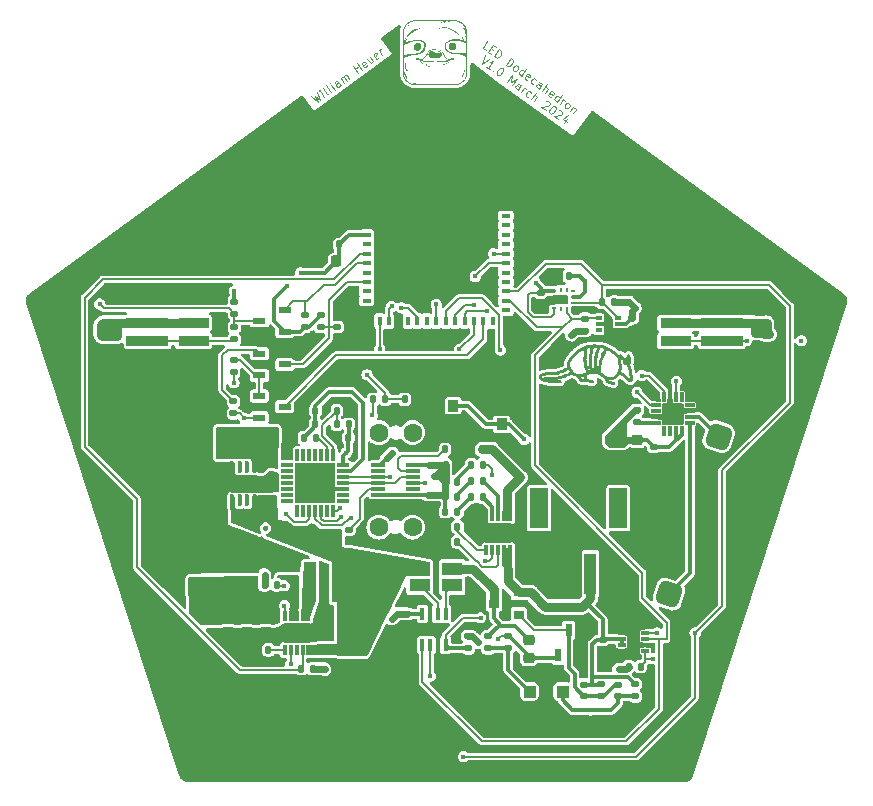
<source format=gbr>
%TF.GenerationSoftware,KiCad,Pcbnew,7.0.5*%
%TF.CreationDate,2024-03-28T22:27:53-05:00*%
%TF.ProjectId,LEDSphere,4c454453-7068-4657-9265-2e6b69636164,rev?*%
%TF.SameCoordinates,Original*%
%TF.FileFunction,Copper,L1,Top*%
%TF.FilePolarity,Positive*%
%FSLAX46Y46*%
G04 Gerber Fmt 4.6, Leading zero omitted, Abs format (unit mm)*
G04 Created by KiCad (PCBNEW 7.0.5) date 2024-03-28 22:27:53*
%MOMM*%
%LPD*%
G01*
G04 APERTURE LIST*
G04 Aperture macros list*
%AMRoundRect*
0 Rectangle with rounded corners*
0 $1 Rounding radius*
0 $2 $3 $4 $5 $6 $7 $8 $9 X,Y pos of 4 corners*
0 Add a 4 corners polygon primitive as box body*
4,1,4,$2,$3,$4,$5,$6,$7,$8,$9,$2,$3,0*
0 Add four circle primitives for the rounded corners*
1,1,$1+$1,$2,$3*
1,1,$1+$1,$4,$5*
1,1,$1+$1,$6,$7*
1,1,$1+$1,$8,$9*
0 Add four rect primitives between the rounded corners*
20,1,$1+$1,$2,$3,$4,$5,0*
20,1,$1+$1,$4,$5,$6,$7,0*
20,1,$1+$1,$6,$7,$8,$9,0*
20,1,$1+$1,$8,$9,$2,$3,0*%
G04 Aperture macros list end*
%ADD10C,0.125000*%
%TA.AperFunction,NonConductor*%
%ADD11C,0.125000*%
%TD*%
%TA.AperFunction,SMDPad,CuDef*%
%ADD12RoundRect,0.008100X-0.126900X0.451900X-0.126900X-0.451900X0.126900X-0.451900X0.126900X0.451900X0*%
%TD*%
%TA.AperFunction,SMDPad,CuDef*%
%ADD13R,2.250000X1.500000*%
%TD*%
%TA.AperFunction,SMDPad,CuDef*%
%ADD14R,1.000000X0.300000*%
%TD*%
%TA.AperFunction,SMDPad,CuDef*%
%ADD15R,0.300000X1.000000*%
%TD*%
%TA.AperFunction,SMDPad,CuDef*%
%ADD16R,3.350000X3.350000*%
%TD*%
%TA.AperFunction,SMDPad,CuDef*%
%ADD17R,1.090000X0.610000*%
%TD*%
%TA.AperFunction,SMDPad,CuDef*%
%ADD18R,3.550000X0.850000*%
%TD*%
%TA.AperFunction,SMDPad,CuDef*%
%ADD19R,2.650000X0.850000*%
%TD*%
%TA.AperFunction,SMDPad,CuDef*%
%ADD20R,0.800000X0.400000*%
%TD*%
%TA.AperFunction,SMDPad,CuDef*%
%ADD21R,0.400000X0.800000*%
%TD*%
%TA.AperFunction,SMDPad,CuDef*%
%ADD22R,1.450000X1.450000*%
%TD*%
%TA.AperFunction,SMDPad,CuDef*%
%ADD23R,0.700000X0.700000*%
%TD*%
%TA.AperFunction,SMDPad,CuDef*%
%ADD24R,0.410000X0.280000*%
%TD*%
%TA.AperFunction,SMDPad,CuDef*%
%ADD25R,0.280000X0.410000*%
%TD*%
%TA.AperFunction,SMDPad,CuDef*%
%ADD26R,0.475000X0.300000*%
%TD*%
%TA.AperFunction,SMDPad,CuDef*%
%ADD27R,1.150000X0.300000*%
%TD*%
%TA.AperFunction,ComponentPad*%
%ADD28C,1.600000*%
%TD*%
%TA.AperFunction,SMDPad,CuDef*%
%ADD29RoundRect,0.135000X0.185000X-0.135000X0.185000X0.135000X-0.185000X0.135000X-0.185000X-0.135000X0*%
%TD*%
%TA.AperFunction,SMDPad,CuDef*%
%ADD30RoundRect,0.135000X0.135000X0.185000X-0.135000X0.185000X-0.135000X-0.185000X0.135000X-0.185000X0*%
%TD*%
%TA.AperFunction,SMDPad,CuDef*%
%ADD31RoundRect,0.135000X-0.185000X0.135000X-0.185000X-0.135000X0.185000X-0.135000X0.185000X0.135000X0*%
%TD*%
%TA.AperFunction,SMDPad,CuDef*%
%ADD32RoundRect,0.140000X-0.170000X0.140000X-0.170000X-0.140000X0.170000X-0.140000X0.170000X0.140000X0*%
%TD*%
%TA.AperFunction,SMDPad,CuDef*%
%ADD33RoundRect,0.500000X0.326506X-0.627211X0.627211X0.326506X-0.326506X0.627211X-0.627211X-0.326506X0*%
%TD*%
%TA.AperFunction,SMDPad,CuDef*%
%ADD34RoundRect,0.225000X-0.250000X0.225000X-0.250000X-0.225000X0.250000X-0.225000X0.250000X0.225000X0*%
%TD*%
%TA.AperFunction,SMDPad,CuDef*%
%ADD35RoundRect,0.140000X-0.140000X-0.170000X0.140000X-0.170000X0.140000X0.170000X-0.140000X0.170000X0*%
%TD*%
%TA.AperFunction,SMDPad,CuDef*%
%ADD36R,0.300000X0.850000*%
%TD*%
%TA.AperFunction,SMDPad,CuDef*%
%ADD37R,2.250000X1.700000*%
%TD*%
%TA.AperFunction,SMDPad,CuDef*%
%ADD38RoundRect,0.140000X0.170000X-0.140000X0.170000X0.140000X-0.170000X0.140000X-0.170000X-0.140000X0*%
%TD*%
%TA.AperFunction,SMDPad,CuDef*%
%ADD39RoundRect,0.140000X0.140000X0.170000X-0.140000X0.170000X-0.140000X-0.170000X0.140000X-0.170000X0*%
%TD*%
%TA.AperFunction,SMDPad,CuDef*%
%ADD40RoundRect,0.225000X0.225000X0.250000X-0.225000X0.250000X-0.225000X-0.250000X0.225000X-0.250000X0*%
%TD*%
%TA.AperFunction,SMDPad,CuDef*%
%ADD41RoundRect,0.135000X-0.135000X-0.185000X0.135000X-0.185000X0.135000X0.185000X-0.135000X0.185000X0*%
%TD*%
%TA.AperFunction,SMDPad,CuDef*%
%ADD42RoundRect,0.225000X0.250000X-0.225000X0.250000X0.225000X-0.250000X0.225000X-0.250000X-0.225000X0*%
%TD*%
%TA.AperFunction,SMDPad,CuDef*%
%ADD43R,0.900000X0.800000*%
%TD*%
%TA.AperFunction,SMDPad,CuDef*%
%ADD44RoundRect,0.147500X0.147500X0.172500X-0.147500X0.172500X-0.147500X-0.172500X0.147500X-0.172500X0*%
%TD*%
%TA.AperFunction,SMDPad,CuDef*%
%ADD45R,1.750000X1.100000*%
%TD*%
%TA.AperFunction,SMDPad,CuDef*%
%ADD46R,0.750000X0.300000*%
%TD*%
%TA.AperFunction,SMDPad,CuDef*%
%ADD47R,0.900000X1.300000*%
%TD*%
%TA.AperFunction,SMDPad,CuDef*%
%ADD48R,0.610000X1.090000*%
%TD*%
%TA.AperFunction,SMDPad,CuDef*%
%ADD49R,1.000000X3.500000*%
%TD*%
%TA.AperFunction,SMDPad,CuDef*%
%ADD50R,1.500000X3.400000*%
%TD*%
%TA.AperFunction,SMDPad,CuDef*%
%ADD51R,0.980000X3.400000*%
%TD*%
%TA.AperFunction,SMDPad,CuDef*%
%ADD52R,0.900000X1.000000*%
%TD*%
%TA.AperFunction,SMDPad,CuDef*%
%ADD53R,0.450000X1.050000*%
%TD*%
%TA.AperFunction,SMDPad,CuDef*%
%ADD54R,0.850000X0.300000*%
%TD*%
%TA.AperFunction,SMDPad,CuDef*%
%ADD55R,1.250000X1.250000*%
%TD*%
%TA.AperFunction,SMDPad,CuDef*%
%ADD56RoundRect,0.250000X0.300000X0.300000X-0.300000X0.300000X-0.300000X-0.300000X0.300000X-0.300000X0*%
%TD*%
%TA.AperFunction,ViaPad*%
%ADD57C,0.450000*%
%TD*%
%TA.AperFunction,Conductor*%
%ADD58C,0.150000*%
%TD*%
%TA.AperFunction,Conductor*%
%ADD59C,0.300000*%
%TD*%
%TA.AperFunction,Conductor*%
%ADD60C,0.590000*%
%TD*%
%TA.AperFunction,Conductor*%
%ADD61C,0.800000*%
%TD*%
%TA.AperFunction,Conductor*%
%ADD62C,0.349300*%
%TD*%
%TA.AperFunction,Conductor*%
%ADD63C,1.000000*%
%TD*%
G04 APERTURE END LIST*
D10*
D11*
X154291196Y-64340676D02*
X154021524Y-64144748D01*
X154021524Y-64144748D02*
X154432974Y-63578436D01*
X154695489Y-64181187D02*
X154884259Y-64318337D01*
X154749640Y-64673755D02*
X154479967Y-64477826D01*
X154479967Y-64477826D02*
X154891417Y-63911514D01*
X154891417Y-63911514D02*
X155161089Y-64107443D01*
X154992344Y-64850090D02*
X155403794Y-64283778D01*
X155403794Y-64283778D02*
X155538630Y-64381742D01*
X155538630Y-64381742D02*
X155599939Y-64467488D01*
X155599939Y-64467488D02*
X155614688Y-64560608D01*
X155614688Y-64560608D02*
X155602470Y-64634136D01*
X155602470Y-64634136D02*
X155551065Y-64761597D01*
X155551065Y-64761597D02*
X155492287Y-64842499D01*
X155492287Y-64842499D02*
X155386948Y-64930775D01*
X155386948Y-64930775D02*
X155320795Y-64965117D01*
X155320795Y-64965117D02*
X155227675Y-64979866D01*
X155227675Y-64979866D02*
X155127181Y-64948054D01*
X155127181Y-64948054D02*
X154992344Y-64850090D01*
X155990132Y-65575025D02*
X156401582Y-65008713D01*
X156401582Y-65008713D02*
X156536418Y-65106677D01*
X156536418Y-65106677D02*
X156597727Y-65192423D01*
X156597727Y-65192423D02*
X156612475Y-65285543D01*
X156612475Y-65285543D02*
X156600257Y-65359071D01*
X156600257Y-65359071D02*
X156548853Y-65486532D01*
X156548853Y-65486532D02*
X156490074Y-65567434D01*
X156490074Y-65567434D02*
X156384736Y-65655710D01*
X156384736Y-65655710D02*
X156318583Y-65690052D01*
X156318583Y-65690052D02*
X156225463Y-65704801D01*
X156225463Y-65704801D02*
X156124968Y-65672989D01*
X156124968Y-65672989D02*
X155990132Y-65575025D01*
X156637345Y-66045253D02*
X156603004Y-65979100D01*
X156603004Y-65979100D02*
X156595629Y-65932540D01*
X156595629Y-65932540D02*
X156607848Y-65859013D01*
X156607848Y-65859013D02*
X156725405Y-65697210D01*
X156725405Y-65697210D02*
X156791558Y-65662868D01*
X156791558Y-65662868D02*
X156838118Y-65655494D01*
X156838118Y-65655494D02*
X156911645Y-65667712D01*
X156911645Y-65667712D02*
X156992547Y-65726491D01*
X156992547Y-65726491D02*
X157026889Y-65792643D01*
X157026889Y-65792643D02*
X157034263Y-65839204D01*
X157034263Y-65839204D02*
X157022044Y-65912731D01*
X157022044Y-65912731D02*
X156904487Y-66074534D01*
X156904487Y-66074534D02*
X156838335Y-66108876D01*
X156838335Y-66108876D02*
X156791774Y-66116250D01*
X156791774Y-66116250D02*
X156718247Y-66104032D01*
X156718247Y-66104032D02*
X156637345Y-66045253D01*
X157311526Y-66535074D02*
X157722976Y-65968762D01*
X157331119Y-66508107D02*
X157257592Y-66495888D01*
X157257592Y-66495888D02*
X157149723Y-66417517D01*
X157149723Y-66417517D02*
X157115381Y-66351364D01*
X157115381Y-66351364D02*
X157108007Y-66304804D01*
X157108007Y-66304804D02*
X157120225Y-66231277D01*
X157120225Y-66231277D02*
X157237782Y-66069473D01*
X157237782Y-66069473D02*
X157303935Y-66035132D01*
X157303935Y-66035132D02*
X157350495Y-66027757D01*
X157350495Y-66027757D02*
X157424022Y-66039976D01*
X157424022Y-66039976D02*
X157531891Y-66118347D01*
X157531891Y-66118347D02*
X157566233Y-66184500D01*
X157816529Y-66860778D02*
X157743001Y-66848559D01*
X157743001Y-66848559D02*
X157635133Y-66770188D01*
X157635133Y-66770188D02*
X157600791Y-66704035D01*
X157600791Y-66704035D02*
X157613009Y-66630508D01*
X157613009Y-66630508D02*
X157769752Y-66414770D01*
X157769752Y-66414770D02*
X157835905Y-66380428D01*
X157835905Y-66380428D02*
X157909432Y-66392647D01*
X157909432Y-66392647D02*
X158017301Y-66471018D01*
X158017301Y-66471018D02*
X158051643Y-66537171D01*
X158051643Y-66537171D02*
X158039424Y-66610698D01*
X158039424Y-66610698D02*
X158000239Y-66664633D01*
X158000239Y-66664633D02*
X157691381Y-66522639D01*
X158328906Y-67233042D02*
X158255379Y-67220823D01*
X158255379Y-67220823D02*
X158147510Y-67142452D01*
X158147510Y-67142452D02*
X158113168Y-67076299D01*
X158113168Y-67076299D02*
X158105794Y-67029739D01*
X158105794Y-67029739D02*
X158118012Y-66956212D01*
X158118012Y-66956212D02*
X158235569Y-66794408D01*
X158235569Y-66794408D02*
X158301722Y-66760067D01*
X158301722Y-66760067D02*
X158348282Y-66752692D01*
X158348282Y-66752692D02*
X158421810Y-66764911D01*
X158421810Y-66764911D02*
X158529679Y-66843282D01*
X158529679Y-66843282D02*
X158564020Y-66909435D01*
X158794724Y-67612680D02*
X159010245Y-67316041D01*
X159010245Y-67316041D02*
X159022463Y-67242513D01*
X159022463Y-67242513D02*
X158988122Y-67176360D01*
X158988122Y-67176360D02*
X158880253Y-67097989D01*
X158880253Y-67097989D02*
X158806725Y-67085771D01*
X158814316Y-67585713D02*
X158740789Y-67573495D01*
X158740789Y-67573495D02*
X158605953Y-67475530D01*
X158605953Y-67475530D02*
X158571611Y-67409377D01*
X158571611Y-67409377D02*
X158583830Y-67335850D01*
X158583830Y-67335850D02*
X158623015Y-67281916D01*
X158623015Y-67281916D02*
X158689168Y-67247574D01*
X158689168Y-67247574D02*
X158762696Y-67259792D01*
X158762696Y-67259792D02*
X158897532Y-67357757D01*
X158897532Y-67357757D02*
X158971059Y-67369975D01*
X159064396Y-67808608D02*
X159475845Y-67242297D01*
X159307101Y-67984944D02*
X159522622Y-67688304D01*
X159522622Y-67688304D02*
X159534840Y-67614777D01*
X159534840Y-67614777D02*
X159500499Y-67548624D01*
X159500499Y-67548624D02*
X159419597Y-67489846D01*
X159419597Y-67489846D02*
X159346070Y-67477627D01*
X159346070Y-67477627D02*
X159299510Y-67485002D01*
X159812103Y-68310648D02*
X159738576Y-68298429D01*
X159738576Y-68298429D02*
X159630707Y-68220058D01*
X159630707Y-68220058D02*
X159596366Y-68153905D01*
X159596366Y-68153905D02*
X159608584Y-68080378D01*
X159608584Y-68080378D02*
X159765327Y-67864640D01*
X159765327Y-67864640D02*
X159831480Y-67830298D01*
X159831480Y-67830298D02*
X159905007Y-67842517D01*
X159905007Y-67842517D02*
X160012876Y-67920888D01*
X160012876Y-67920888D02*
X160047218Y-67987041D01*
X160047218Y-67987041D02*
X160034999Y-68060568D01*
X160034999Y-68060568D02*
X159995813Y-68114503D01*
X159995813Y-68114503D02*
X159686955Y-67972509D01*
X160304888Y-68709879D02*
X160716338Y-68143567D01*
X160324481Y-68682912D02*
X160250954Y-68670693D01*
X160250954Y-68670693D02*
X160143085Y-68592322D01*
X160143085Y-68592322D02*
X160108743Y-68526169D01*
X160108743Y-68526169D02*
X160101369Y-68479609D01*
X160101369Y-68479609D02*
X160113587Y-68406082D01*
X160113587Y-68406082D02*
X160231144Y-68244278D01*
X160231144Y-68244278D02*
X160297297Y-68209937D01*
X160297297Y-68209937D02*
X160343857Y-68202562D01*
X160343857Y-68202562D02*
X160417384Y-68214781D01*
X160417384Y-68214781D02*
X160525253Y-68293152D01*
X160525253Y-68293152D02*
X160559595Y-68359305D01*
X160574560Y-68905807D02*
X160848860Y-68528266D01*
X160770489Y-68636135D02*
X160836641Y-68601793D01*
X160836641Y-68601793D02*
X160883202Y-68594419D01*
X160883202Y-68594419D02*
X160956729Y-68606637D01*
X160956729Y-68606637D02*
X161010663Y-68645823D01*
X161006036Y-69219292D02*
X160971694Y-69153140D01*
X160971694Y-69153140D02*
X160964320Y-69106579D01*
X160964320Y-69106579D02*
X160976538Y-69033052D01*
X160976538Y-69033052D02*
X161094095Y-68871249D01*
X161094095Y-68871249D02*
X161160248Y-68836907D01*
X161160248Y-68836907D02*
X161206808Y-68829533D01*
X161206808Y-68829533D02*
X161280335Y-68841751D01*
X161280335Y-68841751D02*
X161361237Y-68900530D01*
X161361237Y-68900530D02*
X161395579Y-68966683D01*
X161395579Y-68966683D02*
X161402953Y-69013243D01*
X161402953Y-69013243D02*
X161390735Y-69086770D01*
X161390735Y-69086770D02*
X161273178Y-69248573D01*
X161273178Y-69248573D02*
X161207025Y-69282915D01*
X161207025Y-69282915D02*
X161160465Y-69290289D01*
X161160465Y-69290289D02*
X161086937Y-69278071D01*
X161086937Y-69278071D02*
X161006036Y-69219292D01*
X161711811Y-69155236D02*
X161437511Y-69532778D01*
X161672625Y-69209171D02*
X161719185Y-69201797D01*
X161719185Y-69201797D02*
X161792713Y-69214015D01*
X161792713Y-69214015D02*
X161873614Y-69272794D01*
X161873614Y-69272794D02*
X161907956Y-69338946D01*
X161907956Y-69338946D02*
X161895737Y-69412474D01*
X161895737Y-69412474D02*
X161680216Y-69709113D01*
X154188531Y-64793886D02*
X153965851Y-65497348D01*
X153965851Y-65497348D02*
X154566072Y-65068186D01*
X154640032Y-65987169D02*
X154316426Y-65752055D01*
X154478229Y-65869612D02*
X154889679Y-65303300D01*
X154889679Y-65303300D02*
X154776966Y-65345016D01*
X154776966Y-65345016D02*
X154683845Y-65359765D01*
X154683845Y-65359765D02*
X154610318Y-65347546D01*
X154921923Y-66109570D02*
X154929298Y-66156130D01*
X154929298Y-66156130D02*
X154882738Y-66163505D01*
X154882738Y-66163505D02*
X154875363Y-66116945D01*
X154875363Y-66116945D02*
X154921923Y-66109570D01*
X154921923Y-66109570D02*
X154882738Y-66163505D01*
X155671728Y-65871492D02*
X155725663Y-65910678D01*
X155725663Y-65910678D02*
X155760004Y-65976831D01*
X155760004Y-65976831D02*
X155767379Y-66023391D01*
X155767379Y-66023391D02*
X155755160Y-66096918D01*
X155755160Y-66096918D02*
X155703756Y-66224380D01*
X155703756Y-66224380D02*
X155605792Y-66359216D01*
X155605792Y-66359216D02*
X155500453Y-66447492D01*
X155500453Y-66447492D02*
X155434301Y-66481834D01*
X155434301Y-66481834D02*
X155387740Y-66489208D01*
X155387740Y-66489208D02*
X155314213Y-66476990D01*
X155314213Y-66476990D02*
X155260279Y-66437804D01*
X155260279Y-66437804D02*
X155225937Y-66371651D01*
X155225937Y-66371651D02*
X155218563Y-66325091D01*
X155218563Y-66325091D02*
X155230781Y-66251564D01*
X155230781Y-66251564D02*
X155282185Y-66124102D01*
X155282185Y-66124102D02*
X155380149Y-65989266D01*
X155380149Y-65989266D02*
X155485488Y-65900990D01*
X155485488Y-65900990D02*
X155551641Y-65866648D01*
X155551641Y-65866648D02*
X155598201Y-65859274D01*
X155598201Y-65859274D02*
X155671728Y-65871492D01*
X156123230Y-67064775D02*
X156534680Y-66498463D01*
X156534680Y-66498463D02*
X156429558Y-67040122D01*
X156429558Y-67040122D02*
X156912221Y-66772763D01*
X156912221Y-66772763D02*
X156500771Y-67339075D01*
X157013149Y-67711339D02*
X157228670Y-67414699D01*
X157228670Y-67414699D02*
X157240889Y-67341172D01*
X157240889Y-67341172D02*
X157206547Y-67275019D01*
X157206547Y-67275019D02*
X157098678Y-67196648D01*
X157098678Y-67196648D02*
X157025151Y-67184429D01*
X157032742Y-67684372D02*
X156959214Y-67672153D01*
X156959214Y-67672153D02*
X156824378Y-67574189D01*
X156824378Y-67574189D02*
X156790037Y-67508036D01*
X156790037Y-67508036D02*
X156802255Y-67434509D01*
X156802255Y-67434509D02*
X156841441Y-67380574D01*
X156841441Y-67380574D02*
X156907594Y-67346233D01*
X156907594Y-67346233D02*
X156981121Y-67358451D01*
X156981121Y-67358451D02*
X157115957Y-67456415D01*
X157115957Y-67456415D02*
X157189484Y-67468634D01*
X157282821Y-67907267D02*
X157557121Y-67529726D01*
X157478749Y-67637595D02*
X157544902Y-67603253D01*
X157544902Y-67603253D02*
X157591462Y-67595879D01*
X157591462Y-67595879D02*
X157664990Y-67608097D01*
X157664990Y-67608097D02*
X157718924Y-67647283D01*
X157895693Y-68311342D02*
X157822165Y-68299124D01*
X157822165Y-68299124D02*
X157714296Y-68220752D01*
X157714296Y-68220752D02*
X157679955Y-68154599D01*
X157679955Y-68154599D02*
X157672580Y-68108039D01*
X157672580Y-68108039D02*
X157684799Y-68034512D01*
X157684799Y-68034512D02*
X157802356Y-67872709D01*
X157802356Y-67872709D02*
X157868509Y-67838367D01*
X157868509Y-67838367D02*
X157915069Y-67830993D01*
X157915069Y-67830993D02*
X157988596Y-67843211D01*
X157988596Y-67843211D02*
X158096465Y-67921582D01*
X158096465Y-67921582D02*
X158130807Y-67987735D01*
X158118805Y-68514645D02*
X158530255Y-67948333D01*
X158361510Y-68690981D02*
X158577031Y-68394341D01*
X158577031Y-68394341D02*
X158589250Y-68320814D01*
X158589250Y-68320814D02*
X158554908Y-68254661D01*
X158554908Y-68254661D02*
X158474006Y-68195882D01*
X158474006Y-68195882D02*
X158400479Y-68183664D01*
X158400479Y-68183664D02*
X158353919Y-68191038D01*
X159407954Y-68668424D02*
X159454514Y-68661049D01*
X159454514Y-68661049D02*
X159528042Y-68673268D01*
X159528042Y-68673268D02*
X159662878Y-68771232D01*
X159662878Y-68771232D02*
X159697219Y-68837385D01*
X159697219Y-68837385D02*
X159704594Y-68883945D01*
X159704594Y-68883945D02*
X159692375Y-68957472D01*
X159692375Y-68957472D02*
X159653190Y-69011407D01*
X159653190Y-69011407D02*
X159567444Y-69072716D01*
X159567444Y-69072716D02*
X159008723Y-69161208D01*
X159008723Y-69161208D02*
X159359297Y-69415915D01*
X160121321Y-69104311D02*
X160175255Y-69143496D01*
X160175255Y-69143496D02*
X160209597Y-69209649D01*
X160209597Y-69209649D02*
X160216971Y-69256209D01*
X160216971Y-69256209D02*
X160204753Y-69329737D01*
X160204753Y-69329737D02*
X160153349Y-69457198D01*
X160153349Y-69457198D02*
X160055385Y-69592035D01*
X160055385Y-69592035D02*
X159950046Y-69680311D01*
X159950046Y-69680311D02*
X159883893Y-69714652D01*
X159883893Y-69714652D02*
X159837333Y-69722027D01*
X159837333Y-69722027D02*
X159763806Y-69709808D01*
X159763806Y-69709808D02*
X159709871Y-69670622D01*
X159709871Y-69670622D02*
X159675530Y-69604470D01*
X159675530Y-69604470D02*
X159668155Y-69557909D01*
X159668155Y-69557909D02*
X159680374Y-69484382D01*
X159680374Y-69484382D02*
X159731778Y-69356920D01*
X159731778Y-69356920D02*
X159829742Y-69222084D01*
X159829742Y-69222084D02*
X159935081Y-69133808D01*
X159935081Y-69133808D02*
X160001234Y-69099467D01*
X160001234Y-69099467D02*
X160047794Y-69092092D01*
X160047794Y-69092092D02*
X160121321Y-69104311D01*
X160486644Y-69452138D02*
X160533204Y-69444763D01*
X160533204Y-69444763D02*
X160606731Y-69456982D01*
X160606731Y-69456982D02*
X160741568Y-69554946D01*
X160741568Y-69554946D02*
X160775909Y-69621099D01*
X160775909Y-69621099D02*
X160783284Y-69667659D01*
X160783284Y-69667659D02*
X160771065Y-69741186D01*
X160771065Y-69741186D02*
X160731880Y-69795121D01*
X160731880Y-69795121D02*
X160646134Y-69856430D01*
X160646134Y-69856430D02*
X160087413Y-69944922D01*
X160087413Y-69944922D02*
X160437987Y-70199629D01*
X161197697Y-70174759D02*
X160923397Y-70552301D01*
X161219604Y-69861057D02*
X160790875Y-70167602D01*
X160790875Y-70167602D02*
X161141449Y-70422309D01*
D10*
D11*
X139511808Y-68262008D02*
X140058093Y-68730355D01*
X140058093Y-68730355D02*
X139872070Y-68247475D01*
X139872070Y-68247475D02*
X140273831Y-68573613D01*
X140273831Y-68573613D02*
X139997218Y-67909336D01*
X140624405Y-68318906D02*
X140350106Y-67941364D01*
X140212956Y-67752594D02*
X140205581Y-67799154D01*
X140205581Y-67799154D02*
X140252141Y-67806528D01*
X140252141Y-67806528D02*
X140259516Y-67759968D01*
X140259516Y-67759968D02*
X140212956Y-67752594D01*
X140212956Y-67752594D02*
X140252141Y-67806528D01*
X140974979Y-68064199D02*
X140901452Y-68076417D01*
X140901452Y-68076417D02*
X140835299Y-68042076D01*
X140835299Y-68042076D02*
X140482628Y-67556665D01*
X141271619Y-67848677D02*
X141198092Y-67860896D01*
X141198092Y-67860896D02*
X141131939Y-67826554D01*
X141131939Y-67826554D02*
X140779268Y-67341144D01*
X141487357Y-67691934D02*
X141213057Y-67314393D01*
X141075907Y-67125623D02*
X141068533Y-67172183D01*
X141068533Y-67172183D02*
X141115093Y-67179557D01*
X141115093Y-67179557D02*
X141122468Y-67132997D01*
X141122468Y-67132997D02*
X141075907Y-67125623D01*
X141075907Y-67125623D02*
X141115093Y-67179557D01*
X141999734Y-67319671D02*
X141784213Y-67023031D01*
X141784213Y-67023031D02*
X141718060Y-66988689D01*
X141718060Y-66988689D02*
X141644533Y-67000908D01*
X141644533Y-67000908D02*
X141536664Y-67079279D01*
X141536664Y-67079279D02*
X141502322Y-67145432D01*
X141980141Y-67292703D02*
X141945800Y-67358856D01*
X141945800Y-67358856D02*
X141810964Y-67456821D01*
X141810964Y-67456821D02*
X141737436Y-67469039D01*
X141737436Y-67469039D02*
X141671283Y-67434697D01*
X141671283Y-67434697D02*
X141632098Y-67380763D01*
X141632098Y-67380763D02*
X141619879Y-67307236D01*
X141619879Y-67307236D02*
X141654221Y-67241083D01*
X141654221Y-67241083D02*
X141789057Y-67143118D01*
X141789057Y-67143118D02*
X141823399Y-67076966D01*
X142269406Y-67123742D02*
X141995107Y-66746201D01*
X142034292Y-66800136D02*
X142041667Y-66753576D01*
X142041667Y-66753576D02*
X142076008Y-66687423D01*
X142076008Y-66687423D02*
X142156910Y-66628644D01*
X142156910Y-66628644D02*
X142230437Y-66616426D01*
X142230437Y-66616426D02*
X142296590Y-66650767D01*
X142296590Y-66650767D02*
X142512111Y-66947407D01*
X142296590Y-66650767D02*
X142284372Y-66577240D01*
X142284372Y-66577240D02*
X142318713Y-66511087D01*
X142318713Y-66511087D02*
X142399615Y-66452309D01*
X142399615Y-66452309D02*
X142473142Y-66440090D01*
X142473142Y-66440090D02*
X142539295Y-66474432D01*
X142539295Y-66474432D02*
X142754817Y-66771071D01*
X143455964Y-66261658D02*
X143044514Y-65695346D01*
X143240443Y-65965018D02*
X143564050Y-65729904D01*
X143779571Y-66026544D02*
X143368121Y-65460232D01*
X144245388Y-65646905D02*
X144211046Y-65713058D01*
X144211046Y-65713058D02*
X144103177Y-65791430D01*
X144103177Y-65791430D02*
X144029650Y-65803648D01*
X144029650Y-65803648D02*
X143963497Y-65769307D01*
X143963497Y-65769307D02*
X143806754Y-65553569D01*
X143806754Y-65553569D02*
X143794536Y-65480041D01*
X143794536Y-65480041D02*
X143828878Y-65413889D01*
X143828878Y-65413889D02*
X143936747Y-65335517D01*
X143936747Y-65335517D02*
X144010274Y-65323299D01*
X144010274Y-65323299D02*
X144076427Y-65357640D01*
X144076427Y-65357640D02*
X144115612Y-65411575D01*
X144115612Y-65411575D02*
X143885126Y-65661438D01*
X144503058Y-64924067D02*
X144777358Y-65301609D01*
X144260353Y-65100403D02*
X144475875Y-65397043D01*
X144475875Y-65397043D02*
X144542027Y-65431384D01*
X144542027Y-65431384D02*
X144615555Y-65419166D01*
X144615555Y-65419166D02*
X144696457Y-65360387D01*
X144696457Y-65360387D02*
X144730798Y-65294234D01*
X144730798Y-65294234D02*
X144738173Y-65247674D01*
X145243175Y-64921971D02*
X145208834Y-64988123D01*
X145208834Y-64988123D02*
X145100965Y-65066495D01*
X145100965Y-65066495D02*
X145027437Y-65078713D01*
X145027437Y-65078713D02*
X144961285Y-65044372D01*
X144961285Y-65044372D02*
X144804542Y-64828634D01*
X144804542Y-64828634D02*
X144792323Y-64755106D01*
X144792323Y-64755106D02*
X144826665Y-64688954D01*
X144826665Y-64688954D02*
X144934534Y-64610582D01*
X144934534Y-64610582D02*
X145008061Y-64598364D01*
X145008061Y-64598364D02*
X145074214Y-64632705D01*
X145074214Y-64632705D02*
X145113400Y-64686640D01*
X145113400Y-64686640D02*
X144882913Y-64936503D01*
X145532440Y-64753009D02*
X145258141Y-64375468D01*
X145336512Y-64483337D02*
X145324294Y-64409810D01*
X145324294Y-64409810D02*
X145331668Y-64363250D01*
X145331668Y-64363250D02*
X145366010Y-64297097D01*
X145366010Y-64297097D02*
X145419944Y-64257911D01*
%TA.AperFunction,EtchedComponent*%
%TO.C,G\u002A\u002A\u002A*%
G36*
X163592847Y-89276548D02*
G01*
X163661720Y-89278319D01*
X163724247Y-89281012D01*
X163777292Y-89284627D01*
X163788342Y-89285639D01*
X163988742Y-89312084D01*
X164186221Y-89351855D01*
X164379171Y-89404434D01*
X164565986Y-89469303D01*
X164745060Y-89545943D01*
X164914785Y-89633837D01*
X164972709Y-89667782D01*
X165076538Y-89732966D01*
X165169662Y-89796848D01*
X165256316Y-89862710D01*
X165340732Y-89933836D01*
X165427144Y-90013509D01*
X165461657Y-90046976D01*
X165588001Y-90170967D01*
X165600984Y-90151153D01*
X165619424Y-90132784D01*
X165646915Y-90115807D01*
X165677002Y-90103554D01*
X165701333Y-90099320D01*
X165736775Y-90106082D01*
X165778291Y-90125955D01*
X165813739Y-90149959D01*
X165854769Y-90184051D01*
X165900404Y-90227104D01*
X165946712Y-90274990D01*
X165989759Y-90323584D01*
X166025612Y-90368758D01*
X166035420Y-90382540D01*
X166054894Y-90410532D01*
X166071034Y-90432979D01*
X166081889Y-90447215D01*
X166085426Y-90450904D01*
X166090479Y-90444711D01*
X166102978Y-90427328D01*
X166121676Y-90400550D01*
X166145327Y-90366173D01*
X166172684Y-90325991D01*
X166191140Y-90298684D01*
X166221487Y-90254280D01*
X166250294Y-90213280D01*
X166276004Y-90177812D01*
X166297060Y-90150003D01*
X166311904Y-90131981D01*
X166316738Y-90127109D01*
X166339971Y-90112426D01*
X166365220Y-90103000D01*
X166366855Y-90102668D01*
X166411777Y-90101040D01*
X166451273Y-90114041D01*
X166485357Y-90141680D01*
X166514045Y-90183971D01*
X166537351Y-90240925D01*
X166537656Y-90241878D01*
X166567556Y-90353487D01*
X166586609Y-90465079D01*
X166594856Y-90574726D01*
X166592337Y-90680502D01*
X166579093Y-90780478D01*
X166555164Y-90872727D01*
X166522797Y-90951005D01*
X166504998Y-90986233D01*
X166528345Y-91036947D01*
X166559315Y-91112875D01*
X166588005Y-91199756D01*
X166613255Y-91292957D01*
X166633904Y-91387847D01*
X166648792Y-91479793D01*
X166655531Y-91544721D01*
X166659136Y-91587467D01*
X166663639Y-91626667D01*
X166669627Y-91665048D01*
X166677689Y-91705337D01*
X166688411Y-91750259D01*
X166702382Y-91802541D01*
X166720189Y-91864909D01*
X166736355Y-91919744D01*
X166757825Y-91993182D01*
X166774475Y-92053809D01*
X166786492Y-92103615D01*
X166794058Y-92144593D01*
X166797358Y-92178733D01*
X166796578Y-92208027D01*
X166791901Y-92234466D01*
X166783512Y-92260043D01*
X166771596Y-92286748D01*
X166770558Y-92288868D01*
X166738193Y-92340702D01*
X166697535Y-92380327D01*
X166647174Y-92408751D01*
X166585698Y-92426982D01*
X166574178Y-92429116D01*
X166534358Y-92434167D01*
X166498726Y-92433790D01*
X166463046Y-92428990D01*
X166414648Y-92417611D01*
X166373468Y-92400176D01*
X166335692Y-92374331D01*
X166297507Y-92337721D01*
X166276259Y-92313691D01*
X166194303Y-92225556D01*
X166100866Y-92139779D01*
X166000054Y-92059822D01*
X165895971Y-91989145D01*
X165878949Y-91978724D01*
X165837562Y-91953290D01*
X165789693Y-91923096D01*
X165741746Y-91892220D01*
X165706041Y-91868701D01*
X165669826Y-91845292D01*
X165641362Y-91828508D01*
X165622225Y-91819205D01*
X165613991Y-91818242D01*
X165613864Y-91818509D01*
X165603056Y-91840766D01*
X165583390Y-91871595D01*
X165556900Y-91908368D01*
X165525625Y-91948455D01*
X165491602Y-91989230D01*
X165456867Y-92028064D01*
X165429428Y-92056471D01*
X165343662Y-92132516D01*
X165254608Y-92193450D01*
X165161446Y-92239594D01*
X165063355Y-92271266D01*
X164959515Y-92288786D01*
X164849107Y-92292474D01*
X164826003Y-92291572D01*
X164786449Y-92289268D01*
X164750351Y-92286615D01*
X164721848Y-92283950D01*
X164705705Y-92281744D01*
X164688819Y-92279219D01*
X164683468Y-92283462D01*
X164685934Y-92297862D01*
X164686320Y-92299404D01*
X164690926Y-92316063D01*
X164693922Y-92323992D01*
X164701855Y-92326183D01*
X164722145Y-92330791D01*
X164751828Y-92337166D01*
X164787939Y-92344660D01*
X164792458Y-92345582D01*
X164861882Y-92360826D01*
X164936061Y-92379037D01*
X165010330Y-92398946D01*
X165080023Y-92419286D01*
X165140474Y-92438789D01*
X165157331Y-92444728D01*
X165198154Y-92461454D01*
X165226864Y-92478184D01*
X165244842Y-92494485D01*
X165267221Y-92530592D01*
X165276308Y-92570135D01*
X165272778Y-92609882D01*
X165257304Y-92646602D01*
X165230559Y-92677062D01*
X165203264Y-92693968D01*
X165171698Y-92704891D01*
X165140899Y-92706999D01*
X165105600Y-92700220D01*
X165081390Y-92692333D01*
X165004864Y-92667255D01*
X164915486Y-92642028D01*
X164816008Y-92617375D01*
X164709179Y-92594017D01*
X164698142Y-92591769D01*
X164634433Y-92578289D01*
X164583559Y-92566258D01*
X164546297Y-92555880D01*
X164523428Y-92547360D01*
X164518560Y-92544572D01*
X164507991Y-92535640D01*
X164498035Y-92523510D01*
X164487898Y-92506388D01*
X164476787Y-92482478D01*
X164463911Y-92449987D01*
X164448476Y-92407118D01*
X164429690Y-92352077D01*
X164417804Y-92316456D01*
X164369245Y-92170165D01*
X164291059Y-92118937D01*
X164253771Y-92093794D01*
X164209606Y-92062918D01*
X164164018Y-92030176D01*
X164122459Y-91999434D01*
X164121427Y-91998655D01*
X164041906Y-91939935D01*
X163971437Y-91891134D01*
X163907877Y-91851273D01*
X163849084Y-91819370D01*
X163792914Y-91794446D01*
X163737224Y-91775520D01*
X163679870Y-91761610D01*
X163618710Y-91751737D01*
X163570261Y-91746501D01*
X163459824Y-91742056D01*
X163343605Y-91747425D01*
X163227204Y-91762028D01*
X163116219Y-91785284D01*
X163069547Y-91798414D01*
X163031590Y-91810991D01*
X162990772Y-91826068D01*
X162949706Y-91842493D01*
X162911002Y-91859115D01*
X162877272Y-91874781D01*
X162851125Y-91888339D01*
X162835174Y-91898639D01*
X162831469Y-91903445D01*
X162833379Y-91914608D01*
X162838571Y-91938351D01*
X162846448Y-91972117D01*
X162856411Y-92013348D01*
X162867862Y-92059488D01*
X162868887Y-92063559D01*
X162906088Y-92211280D01*
X163030789Y-92232494D01*
X163111759Y-92247236D01*
X163187738Y-92262950D01*
X163257008Y-92279172D01*
X163317851Y-92295439D01*
X163368549Y-92311288D01*
X163407382Y-92326255D01*
X163432633Y-92339876D01*
X163434734Y-92341450D01*
X163459655Y-92370136D01*
X163474836Y-92406620D01*
X163479504Y-92446232D01*
X163472891Y-92484304D01*
X163461964Y-92506330D01*
X163433082Y-92538699D01*
X163398881Y-92560049D01*
X163362920Y-92568200D01*
X163361023Y-92568222D01*
X163341682Y-92566081D01*
X163311525Y-92560254D01*
X163274676Y-92551629D01*
X163235261Y-92541096D01*
X163235217Y-92541084D01*
X163132056Y-92514884D01*
X163018832Y-92492245D01*
X162894524Y-92473033D01*
X162758112Y-92457114D01*
X162608573Y-92444353D01*
X162444887Y-92434618D01*
X162412393Y-92433112D01*
X162368392Y-92429209D01*
X162336749Y-92421649D01*
X162322543Y-92415159D01*
X162311337Y-92406188D01*
X162295929Y-92389293D01*
X162275550Y-92363446D01*
X162249431Y-92327618D01*
X162216803Y-92280781D01*
X162176896Y-92221905D01*
X162167148Y-92207361D01*
X162038234Y-92014703D01*
X162015981Y-92010764D01*
X162346847Y-92010764D01*
X162350950Y-92018115D01*
X162362152Y-92035832D01*
X162378794Y-92061342D01*
X162399216Y-92092073D01*
X162401491Y-92095467D01*
X162456136Y-92176914D01*
X162516733Y-92179577D01*
X162550401Y-92181101D01*
X162581839Y-92182597D01*
X162604568Y-92183757D01*
X162605589Y-92183813D01*
X162633849Y-92185386D01*
X162606712Y-92081864D01*
X162596678Y-92044005D01*
X162587983Y-92011994D01*
X162581412Y-91988654D01*
X162577746Y-91976808D01*
X162577341Y-91975928D01*
X162569184Y-91976136D01*
X162549502Y-91978829D01*
X162522098Y-91983466D01*
X162513714Y-91985010D01*
X162475016Y-91991641D01*
X162433510Y-91997805D01*
X162399584Y-92002006D01*
X162373213Y-92005196D01*
X162354302Y-92008322D01*
X162346852Y-92010720D01*
X162346847Y-92010764D01*
X162015981Y-92010764D01*
X161989592Y-92006093D01*
X161890210Y-91981024D01*
X161793792Y-91942192D01*
X161703403Y-91891134D01*
X161622107Y-91829390D01*
X161603019Y-91811949D01*
X161574079Y-91784453D01*
X161540515Y-91811923D01*
X161498282Y-91843861D01*
X161445808Y-91879452D01*
X161387190Y-91916135D01*
X161326522Y-91951349D01*
X161267903Y-91982531D01*
X161266792Y-91983090D01*
X161127614Y-92047506D01*
X160981779Y-92104071D01*
X160828035Y-92153099D01*
X160665126Y-92194902D01*
X160491797Y-92229794D01*
X160306795Y-92258089D01*
X160108865Y-92280100D01*
X160061550Y-92284293D01*
X159991233Y-92290245D01*
X160057643Y-92295671D01*
X160082388Y-92297234D01*
X160120150Y-92299023D01*
X160168327Y-92300942D01*
X160224312Y-92302897D01*
X160285503Y-92304793D01*
X160349294Y-92306534D01*
X160369154Y-92307027D01*
X160438141Y-92308758D01*
X160493334Y-92310347D01*
X160536565Y-92311943D01*
X160569664Y-92313691D01*
X160594461Y-92315739D01*
X160612786Y-92318233D01*
X160626470Y-92321320D01*
X160637344Y-92325148D01*
X160646058Y-92329254D01*
X160679159Y-92351487D01*
X160699887Y-92379461D01*
X160710418Y-92416601D01*
X160712166Y-92433343D01*
X160712884Y-92462345D01*
X160709098Y-92482873D01*
X160699356Y-92501777D01*
X160696860Y-92505532D01*
X160677374Y-92528656D01*
X160654076Y-92549360D01*
X160651244Y-92551383D01*
X160624084Y-92570074D01*
X160370163Y-92565364D01*
X160167293Y-92559053D01*
X159977642Y-92547915D01*
X159801390Y-92531989D01*
X159638718Y-92511313D01*
X159489806Y-92485928D01*
X159354834Y-92455871D01*
X159233982Y-92421181D01*
X159127431Y-92381899D01*
X159035360Y-92338062D01*
X158957950Y-92289709D01*
X158908346Y-92249331D01*
X158859558Y-92195141D01*
X158825301Y-92137203D01*
X158805369Y-92076965D01*
X158799907Y-92019539D01*
X159060353Y-92019539D01*
X159063566Y-92039952D01*
X159075061Y-92055177D01*
X159094351Y-92071990D01*
X159117060Y-92087515D01*
X159138813Y-92098878D01*
X159155236Y-92103204D01*
X159158845Y-92102554D01*
X159172747Y-92096874D01*
X159195078Y-92087966D01*
X159209854Y-92082138D01*
X159233991Y-92073633D01*
X159260707Y-92066366D01*
X159291551Y-92060194D01*
X159328071Y-92054970D01*
X159371815Y-92050548D01*
X159424332Y-92046785D01*
X159487169Y-92043534D01*
X159561875Y-92040650D01*
X159649999Y-92037988D01*
X159692049Y-92036885D01*
X159789731Y-92034277D01*
X159873968Y-92031687D01*
X159946940Y-92028975D01*
X160010827Y-92026003D01*
X160067808Y-92022632D01*
X160120065Y-92018724D01*
X160169777Y-92014141D01*
X160219124Y-92008743D01*
X160270286Y-92002391D01*
X160302865Y-91998052D01*
X160500660Y-91965481D01*
X160687316Y-91923082D01*
X160862506Y-91870954D01*
X161025904Y-91809192D01*
X161177183Y-91737895D01*
X161182713Y-91734986D01*
X161240539Y-91703036D01*
X161294459Y-91670566D01*
X161341354Y-91639571D01*
X161378106Y-91612048D01*
X161388020Y-91603582D01*
X161409723Y-91584163D01*
X161388511Y-91550769D01*
X161375219Y-91528649D01*
X161357723Y-91497916D01*
X161339000Y-91463839D01*
X161331293Y-91449433D01*
X161295286Y-91381490D01*
X161229480Y-91428529D01*
X161101255Y-91513311D01*
X160963240Y-91591912D01*
X160818416Y-91663068D01*
X160669759Y-91725513D01*
X160520251Y-91777983D01*
X160372869Y-91819212D01*
X160249061Y-91844891D01*
X160203506Y-91852512D01*
X160163434Y-91858729D01*
X160126295Y-91863744D01*
X160089535Y-91867759D01*
X160050604Y-91870975D01*
X160006948Y-91873596D01*
X159956017Y-91875824D01*
X159895258Y-91877861D01*
X159822120Y-91879908D01*
X159799815Y-91880492D01*
X159702422Y-91883257D01*
X159618656Y-91886220D01*
X159546517Y-91889539D01*
X159484007Y-91893372D01*
X159429126Y-91897874D01*
X159379875Y-91903205D01*
X159334255Y-91909522D01*
X159290266Y-91916982D01*
X159258558Y-91923134D01*
X159190958Y-91939217D01*
X159136918Y-91957150D01*
X159096857Y-91976682D01*
X159071196Y-91997562D01*
X159060353Y-92019539D01*
X158799907Y-92019539D01*
X158799559Y-92015880D01*
X158807663Y-91955397D01*
X158829479Y-91896968D01*
X158864800Y-91842042D01*
X158913423Y-91792070D01*
X158975142Y-91748503D01*
X158979452Y-91746013D01*
X159023608Y-91723473D01*
X159072849Y-91703680D01*
X159128351Y-91686454D01*
X159191291Y-91671612D01*
X159262846Y-91658974D01*
X159344192Y-91648359D01*
X159436507Y-91639586D01*
X159540967Y-91632473D01*
X159658749Y-91626841D01*
X159780327Y-91622798D01*
X159874481Y-91619856D01*
X159955388Y-91616465D01*
X160025425Y-91612363D01*
X160086970Y-91607286D01*
X160142399Y-91600972D01*
X160194091Y-91593157D01*
X160244423Y-91583579D01*
X160295773Y-91571974D01*
X160339610Y-91560943D01*
X160462676Y-91524490D01*
X160587687Y-91479223D01*
X160711708Y-91426574D01*
X160831801Y-91367973D01*
X160945032Y-91304851D01*
X161048463Y-91238640D01*
X161137788Y-91171891D01*
X161161472Y-91152014D01*
X161179647Y-91135709D01*
X161189523Y-91125525D01*
X161190526Y-91123708D01*
X161188715Y-91114408D01*
X161183831Y-91093441D01*
X161176698Y-91064271D01*
X161170993Y-91041556D01*
X161158466Y-90984686D01*
X161152874Y-90936925D01*
X161153206Y-90926140D01*
X161413825Y-90926140D01*
X161417840Y-90959394D01*
X161428278Y-91003682D01*
X161444115Y-91056303D01*
X161464328Y-91114552D01*
X161487896Y-91175726D01*
X161513795Y-91237123D01*
X161541002Y-91296038D01*
X161568494Y-91349770D01*
X161585393Y-91379561D01*
X161650890Y-91479523D01*
X161719402Y-91564282D01*
X161790889Y-91633806D01*
X161865312Y-91688065D01*
X161942632Y-91727025D01*
X162022810Y-91750657D01*
X162053860Y-91755592D01*
X162080888Y-91758782D01*
X162103270Y-91760855D01*
X162124544Y-91761812D01*
X162148248Y-91761650D01*
X162177921Y-91760371D01*
X162217099Y-91757973D01*
X162253091Y-91755559D01*
X162336486Y-91748090D01*
X162419625Y-91737294D01*
X162498185Y-91723869D01*
X162567841Y-91708512D01*
X162600769Y-91699501D01*
X162622974Y-91692364D01*
X162652872Y-91682072D01*
X162686958Y-91669915D01*
X162721728Y-91657184D01*
X162753678Y-91645167D01*
X162779302Y-91635155D01*
X162795098Y-91628437D01*
X162797915Y-91626938D01*
X162795713Y-91619771D01*
X162795384Y-91618945D01*
X164025322Y-91618945D01*
X164082624Y-91653765D01*
X164110247Y-91671545D01*
X164146057Y-91696032D01*
X164185918Y-91724326D01*
X164225692Y-91753528D01*
X164235823Y-91761149D01*
X164298894Y-91808452D01*
X164352034Y-91847276D01*
X164397384Y-91879066D01*
X164437084Y-91905265D01*
X164473276Y-91927317D01*
X164508100Y-91946666D01*
X164520669Y-91953225D01*
X164605456Y-91989855D01*
X164695320Y-92016052D01*
X164786816Y-92031268D01*
X164876495Y-92034956D01*
X164960912Y-92026566D01*
X164970384Y-92024750D01*
X165055903Y-91999537D01*
X165136866Y-91959701D01*
X165212239Y-91905843D01*
X165270105Y-91850605D01*
X165334425Y-91772914D01*
X165388188Y-91690924D01*
X165417388Y-91634570D01*
X165431982Y-91602888D01*
X165446158Y-91572122D01*
X165456877Y-91548864D01*
X165456987Y-91548628D01*
X165486366Y-91476601D01*
X165513579Y-91393924D01*
X165537220Y-91305550D01*
X165555880Y-91216437D01*
X165562082Y-91178715D01*
X165574168Y-91097889D01*
X165551259Y-91038084D01*
X165518214Y-90945370D01*
X165493853Y-90860918D01*
X165477428Y-90780530D01*
X165468190Y-90700011D01*
X165465394Y-90615162D01*
X165465898Y-90589610D01*
X165722121Y-90589610D01*
X165725866Y-90677726D01*
X165740025Y-90770436D01*
X165764118Y-90864679D01*
X165797663Y-90957396D01*
X165800669Y-90964486D01*
X165815161Y-90998834D01*
X165824390Y-91023784D01*
X165829302Y-91044279D01*
X165830840Y-91065260D01*
X165829952Y-91091669D01*
X165828718Y-91111101D01*
X165824094Y-91164672D01*
X165817041Y-91218587D01*
X165807031Y-91275303D01*
X165793538Y-91337281D01*
X165776037Y-91406979D01*
X165753999Y-91486858D01*
X165732471Y-91560679D01*
X165734068Y-91565675D01*
X165741561Y-91573859D01*
X165755803Y-91585823D01*
X165777647Y-91602156D01*
X165807943Y-91623450D01*
X165847544Y-91650296D01*
X165897302Y-91683284D01*
X165958067Y-91723005D01*
X166030693Y-91770050D01*
X166082848Y-91803667D01*
X166170884Y-91865192D01*
X166258354Y-91936386D01*
X166347498Y-92019154D01*
X166405690Y-92078270D01*
X166446876Y-92120405D01*
X166478672Y-92150661D01*
X166501448Y-92169366D01*
X166515572Y-92176845D01*
X166517025Y-92177021D01*
X166531463Y-92172922D01*
X166534604Y-92163318D01*
X166532423Y-92151781D01*
X166526331Y-92127773D01*
X166517009Y-92093758D01*
X166505136Y-92052204D01*
X166491394Y-92005574D01*
X166487738Y-91993385D01*
X166464380Y-91914194D01*
X166445712Y-91846845D01*
X166431109Y-91788486D01*
X166419948Y-91736265D01*
X166411606Y-91687329D01*
X166405459Y-91638826D01*
X166401868Y-91600439D01*
X166387286Y-91478029D01*
X166364299Y-91361199D01*
X166333569Y-91252558D01*
X166295760Y-91154716D01*
X166280466Y-91122484D01*
X166253864Y-91074692D01*
X166223839Y-91029429D01*
X166193026Y-90990222D01*
X166164058Y-90960600D01*
X166153087Y-90951874D01*
X166130947Y-90936109D01*
X166093156Y-90955241D01*
X166058845Y-90969578D01*
X166029922Y-90973186D01*
X166000491Y-90966144D01*
X165980042Y-90956794D01*
X165955230Y-90942656D01*
X165937316Y-90927629D01*
X165925016Y-90908815D01*
X165917041Y-90883316D01*
X165912105Y-90848231D01*
X165908921Y-90800664D01*
X165908696Y-90796080D01*
X165902628Y-90725650D01*
X165896766Y-90695857D01*
X166238167Y-90695857D01*
X166275050Y-90721397D01*
X166298721Y-90737435D01*
X166312787Y-90745016D01*
X166320419Y-90744680D01*
X166324789Y-90736967D01*
X166326825Y-90730218D01*
X166329786Y-90713974D01*
X166332597Y-90688628D01*
X166335063Y-90657897D01*
X166336984Y-90625496D01*
X166338164Y-90595143D01*
X166338405Y-90570555D01*
X166337510Y-90555449D01*
X166336263Y-90552473D01*
X166330106Y-90558635D01*
X166317558Y-90575331D01*
X166300558Y-90599873D01*
X166284529Y-90624165D01*
X166238167Y-90695857D01*
X165896766Y-90695857D01*
X165890735Y-90665201D01*
X165871372Y-90610489D01*
X165842893Y-90557271D01*
X165803653Y-90501300D01*
X165785489Y-90478317D01*
X165766927Y-90456375D01*
X165754123Y-90445568D01*
X165745317Y-90446861D01*
X165738747Y-90461220D01*
X165732651Y-90489612D01*
X165729268Y-90509148D01*
X165722121Y-90589610D01*
X165465898Y-90589610D01*
X165466448Y-90561759D01*
X165470747Y-90442132D01*
X165414105Y-90374248D01*
X165312116Y-90261915D01*
X165197016Y-90152982D01*
X165071247Y-90049351D01*
X164937250Y-89952923D01*
X164797470Y-89865598D01*
X164677102Y-89800537D01*
X164635364Y-89779689D01*
X164605327Y-89765183D01*
X164584763Y-89756282D01*
X164571443Y-89752249D01*
X164563138Y-89752345D01*
X164557619Y-89755833D01*
X164554243Y-89759869D01*
X164543389Y-89776910D01*
X164527303Y-89805781D01*
X164507173Y-89844064D01*
X164484187Y-89889343D01*
X164459534Y-89939201D01*
X164434401Y-89991221D01*
X164409976Y-90042986D01*
X164387448Y-90092080D01*
X164368005Y-90136085D01*
X164359923Y-90155156D01*
X164286405Y-90345816D01*
X164220341Y-90545583D01*
X164162501Y-90751206D01*
X164113656Y-90959433D01*
X164074578Y-91167014D01*
X164046038Y-91370698D01*
X164030214Y-91544721D01*
X164025322Y-91618945D01*
X162795384Y-91618945D01*
X162788347Y-91601287D01*
X162777025Y-91574433D01*
X162765415Y-91547729D01*
X162701143Y-91383134D01*
X162648935Y-91209180D01*
X162608843Y-91026504D01*
X162580922Y-90835746D01*
X162565224Y-90637543D01*
X162562566Y-90478249D01*
X162821988Y-90478249D01*
X162825587Y-90636797D01*
X162835881Y-90783840D01*
X162853215Y-90922149D01*
X162877932Y-91054498D01*
X162908870Y-91178315D01*
X162925312Y-91233695D01*
X162943511Y-91289572D01*
X162962681Y-91344034D01*
X162982038Y-91395168D01*
X163000798Y-91441059D01*
X163018177Y-91479796D01*
X163033389Y-91509464D01*
X163045652Y-91528151D01*
X163054180Y-91533943D01*
X163054617Y-91533816D01*
X163068632Y-91529877D01*
X163089767Y-91525286D01*
X163092518Y-91524761D01*
X163111895Y-91519840D01*
X163123366Y-91514524D01*
X163124093Y-91513704D01*
X163123848Y-91503844D01*
X163119836Y-91483330D01*
X163112908Y-91456436D01*
X163112225Y-91454039D01*
X163100219Y-91407926D01*
X163087160Y-91350492D01*
X163073862Y-91285931D01*
X163061140Y-91218438D01*
X163049807Y-91152205D01*
X163040677Y-91091426D01*
X163038208Y-91072660D01*
X163028768Y-90979035D01*
X163022217Y-90873801D01*
X163018556Y-90760704D01*
X163018002Y-90676566D01*
X163277944Y-90676566D01*
X163278900Y-90742708D01*
X163283060Y-90870145D01*
X163290579Y-90985490D01*
X163301895Y-91091999D01*
X163317443Y-91192929D01*
X163337660Y-91291539D01*
X163362982Y-91391085D01*
X163368285Y-91409947D01*
X163388886Y-91482217D01*
X163430755Y-91482217D01*
X163472624Y-91482217D01*
X163467997Y-91452919D01*
X163463832Y-91426085D01*
X163460078Y-91401205D01*
X163459927Y-91400181D01*
X163458499Y-91385368D01*
X163456524Y-91357724D01*
X163454174Y-91320030D01*
X163451620Y-91275065D01*
X163449035Y-91225609D01*
X163448589Y-91216651D01*
X163446265Y-91094225D01*
X163702261Y-91094225D01*
X163708660Y-91272258D01*
X163722752Y-91421346D01*
X163728470Y-91461451D01*
X163734386Y-91488328D01*
X163741468Y-91504358D01*
X163750686Y-91511919D01*
X163760280Y-91513469D01*
X163765838Y-91511322D01*
X163770280Y-91503346D01*
X163774113Y-91487236D01*
X163777846Y-91460689D01*
X163781984Y-91421401D01*
X163783082Y-91409947D01*
X163809189Y-91193255D01*
X163846341Y-90974651D01*
X163893871Y-90756422D01*
X163951110Y-90540859D01*
X164017391Y-90330251D01*
X164092046Y-90126885D01*
X164174406Y-89933051D01*
X164263805Y-89751038D01*
X164271212Y-89737111D01*
X164288361Y-89704540D01*
X164302142Y-89677371D01*
X164311220Y-89658310D01*
X164314259Y-89650066D01*
X164314208Y-89649960D01*
X164305844Y-89647112D01*
X164285175Y-89641429D01*
X164255114Y-89633624D01*
X164218572Y-89624411D01*
X164178463Y-89614505D01*
X164137699Y-89604621D01*
X164099192Y-89595471D01*
X164065854Y-89587771D01*
X164040599Y-89582235D01*
X164028473Y-89579892D01*
X163995151Y-89574437D01*
X163975226Y-89619489D01*
X163965012Y-89644300D01*
X163951542Y-89679438D01*
X163936497Y-89720407D01*
X163921559Y-89762710D01*
X163920188Y-89766689D01*
X163862787Y-89949297D01*
X163813694Y-90138002D01*
X163773179Y-90330554D01*
X163741509Y-90524702D01*
X163718954Y-90718197D01*
X163705782Y-90908789D01*
X163702261Y-91094225D01*
X163446265Y-91094225D01*
X163444961Y-91025508D01*
X163452170Y-90826205D01*
X163469809Y-90621436D01*
X163497475Y-90413895D01*
X163534761Y-90206275D01*
X163581263Y-90001271D01*
X163636575Y-89801576D01*
X163682840Y-89659093D01*
X163696322Y-89619277D01*
X163707374Y-89584850D01*
X163715214Y-89558406D01*
X163719054Y-89542539D01*
X163719119Y-89539182D01*
X163710383Y-89537812D01*
X163688683Y-89536506D01*
X163656683Y-89535363D01*
X163617044Y-89534486D01*
X163584665Y-89534069D01*
X163454132Y-89532879D01*
X163442896Y-89564131D01*
X163434249Y-89591231D01*
X163423128Y-89630670D01*
X163410250Y-89679487D01*
X163396332Y-89734725D01*
X163382092Y-89793425D01*
X163368247Y-89852628D01*
X163355513Y-89909375D01*
X163344608Y-89960707D01*
X163336249Y-90003666D01*
X163335907Y-90005564D01*
X163315845Y-90124883D01*
X163300396Y-90235348D01*
X163289222Y-90341354D01*
X163281982Y-90447296D01*
X163278335Y-90557568D01*
X163277944Y-90676566D01*
X163018002Y-90676566D01*
X163017784Y-90643489D01*
X163019902Y-90525904D01*
X163024908Y-90411694D01*
X163032803Y-90304607D01*
X163038267Y-90251061D01*
X163049794Y-90160660D01*
X163064350Y-90063997D01*
X163081251Y-89964696D01*
X163099810Y-89866379D01*
X163119343Y-89772669D01*
X163139166Y-89687189D01*
X163158593Y-89613562D01*
X163159178Y-89611520D01*
X163166340Y-89584622D01*
X163170724Y-89564166D01*
X163171481Y-89554188D01*
X163171313Y-89553910D01*
X163163019Y-89554267D01*
X163142679Y-89557310D01*
X163113515Y-89562415D01*
X163078752Y-89568956D01*
X163041613Y-89576306D01*
X163005322Y-89583840D01*
X162973103Y-89590933D01*
X162948179Y-89596958D01*
X162944560Y-89597923D01*
X162934430Y-89601291D01*
X162927068Y-89606760D01*
X162921289Y-89617122D01*
X162915903Y-89635169D01*
X162909725Y-89663692D01*
X162903863Y-89693601D01*
X162875777Y-89849051D01*
X162853966Y-89993715D01*
X162838081Y-90130959D01*
X162827769Y-90264148D01*
X162822679Y-90396647D01*
X162821988Y-90478249D01*
X162562566Y-90478249D01*
X162561803Y-90432533D01*
X162570713Y-90221354D01*
X162592008Y-90004644D01*
X162620098Y-89815323D01*
X162626254Y-89778718D01*
X162631293Y-89747619D01*
X162634691Y-89725332D01*
X162635927Y-89715181D01*
X162629610Y-89712043D01*
X162611786Y-89716369D01*
X162584149Y-89727258D01*
X162548390Y-89743809D01*
X162506202Y-89765122D01*
X162459277Y-89790295D01*
X162409308Y-89818429D01*
X162357987Y-89848622D01*
X162307006Y-89879974D01*
X162258058Y-89911583D01*
X162225746Y-89933496D01*
X162108437Y-90021305D01*
X161993002Y-90120048D01*
X161881394Y-90227524D01*
X161775569Y-90341536D01*
X161677480Y-90459885D01*
X161589082Y-90580372D01*
X161512328Y-90700797D01*
X161462067Y-90792745D01*
X161441435Y-90834617D01*
X161427398Y-90865935D01*
X161418854Y-90889742D01*
X161414703Y-90909085D01*
X161413825Y-90926140D01*
X161153206Y-90926140D01*
X161154216Y-90893382D01*
X161162488Y-90849166D01*
X161170886Y-90819933D01*
X161200870Y-90740374D01*
X161242325Y-90653640D01*
X161293931Y-90561531D01*
X161354371Y-90465851D01*
X161422326Y-90368401D01*
X161496477Y-90270984D01*
X161575506Y-90175402D01*
X161658093Y-90083457D01*
X161742922Y-89996951D01*
X161828672Y-89917687D01*
X161835096Y-89912091D01*
X161993350Y-89783500D01*
X162154429Y-89670020D01*
X162319199Y-89571258D01*
X162488527Y-89486824D01*
X162663282Y-89416326D01*
X162844329Y-89359371D01*
X163032536Y-89315568D01*
X163221901Y-89285382D01*
X163263016Y-89281587D01*
X163316596Y-89278722D01*
X163379503Y-89276787D01*
X163448604Y-89275781D01*
X163520764Y-89275702D01*
X163592847Y-89276548D01*
G37*
%TD.AperFunction*%
%TA.AperFunction,EtchedComponent*%
G36*
X149527165Y-65708376D02*
G01*
X149534705Y-65713319D01*
X149540342Y-65720238D01*
X149546633Y-65730409D01*
X149552736Y-65742125D01*
X149557807Y-65753680D01*
X149561002Y-65763366D01*
X149561674Y-65767904D01*
X149561032Y-65773542D01*
X149557926Y-65775669D01*
X149552363Y-65775855D01*
X149542691Y-65774814D01*
X149533368Y-65772812D01*
X149519084Y-65766776D01*
X149508980Y-65757722D01*
X149504510Y-65750592D01*
X149499106Y-65736521D01*
X149498128Y-65724593D01*
X149501555Y-65715403D01*
X149505852Y-65711362D01*
X149516704Y-65707079D01*
X149527165Y-65708376D01*
G37*
%TD.AperFunction*%
%TA.AperFunction,EtchedComponent*%
G36*
X147636858Y-63312467D02*
G01*
X147641663Y-63316052D01*
X147643742Y-63318157D01*
X147651227Y-63325970D01*
X147634541Y-63336020D01*
X147610668Y-63349382D01*
X147581528Y-63363872D01*
X147546985Y-63379555D01*
X147534773Y-63384835D01*
X147517200Y-63392290D01*
X147504065Y-63397623D01*
X147494565Y-63401021D01*
X147487897Y-63402675D01*
X147483256Y-63402773D01*
X147479839Y-63401504D01*
X147476842Y-63399058D01*
X147476357Y-63398579D01*
X147472206Y-63391998D01*
X147472231Y-63387587D01*
X147478003Y-63378285D01*
X147488582Y-63368254D01*
X147503160Y-63357899D01*
X147520925Y-63347623D01*
X147541071Y-63337829D01*
X147562786Y-63328923D01*
X147585261Y-63321306D01*
X147607688Y-63315384D01*
X147622759Y-63312489D01*
X147631374Y-63311500D01*
X147636858Y-63312467D01*
G37*
%TD.AperFunction*%
%TA.AperFunction,EtchedComponent*%
G36*
X147701390Y-66018262D02*
G01*
X147703757Y-66020527D01*
X147704234Y-66021168D01*
X147707401Y-66027122D01*
X147708613Y-66034246D01*
X147707698Y-66043210D01*
X147704489Y-66054687D01*
X147698817Y-66069346D01*
X147690513Y-66087859D01*
X147684011Y-66101477D01*
X147676044Y-66117508D01*
X147668395Y-66132177D01*
X147661590Y-66144528D01*
X147656158Y-66153602D01*
X147652628Y-66158441D01*
X147643552Y-66164394D01*
X147634167Y-66165126D01*
X147625602Y-66160571D01*
X147625017Y-66160007D01*
X147621293Y-66154438D01*
X147619568Y-66146290D01*
X147619287Y-66138638D01*
X147619820Y-66129603D01*
X147621794Y-66120977D01*
X147625771Y-66110950D01*
X147631520Y-66099246D01*
X147644462Y-66075413D01*
X147656285Y-66056507D01*
X147667423Y-66041936D01*
X147678305Y-66031110D01*
X147684896Y-66026163D01*
X147693308Y-66020732D01*
X147698356Y-66018214D01*
X147701390Y-66018262D01*
G37*
%TD.AperFunction*%
%TA.AperFunction,EtchedComponent*%
G36*
X149382525Y-62450409D02*
G01*
X149429038Y-62456702D01*
X149472877Y-62466780D01*
X149513257Y-62480521D01*
X149527295Y-62486571D01*
X149540187Y-62492482D01*
X149521566Y-62492386D01*
X149508874Y-62491926D01*
X149495928Y-62490842D01*
X149488620Y-62489860D01*
X149468429Y-62486747D01*
X149443928Y-62483472D01*
X149416524Y-62480193D01*
X149387627Y-62477069D01*
X149358647Y-62474258D01*
X149330993Y-62471918D01*
X149324269Y-62471412D01*
X149296659Y-62469367D01*
X149274242Y-62467635D01*
X149256494Y-62466159D01*
X149242889Y-62464879D01*
X149232902Y-62463737D01*
X149226010Y-62462675D01*
X149221687Y-62461633D01*
X149219409Y-62460555D01*
X149218713Y-62459646D01*
X149218888Y-62457991D01*
X149221021Y-62456575D01*
X149225733Y-62455304D01*
X149233641Y-62454083D01*
X149245364Y-62452820D01*
X149261522Y-62451420D01*
X149282733Y-62449789D01*
X149284611Y-62449649D01*
X149334121Y-62448018D01*
X149382525Y-62450409D01*
G37*
%TD.AperFunction*%
%TA.AperFunction,EtchedComponent*%
G36*
X149408968Y-65642742D02*
G01*
X149413139Y-65646478D01*
X149417542Y-65653235D01*
X149422853Y-65664430D01*
X149428690Y-65678921D01*
X149434667Y-65695563D01*
X149440401Y-65713215D01*
X149445509Y-65730731D01*
X149449605Y-65746970D01*
X149452307Y-65760787D01*
X149452831Y-65764659D01*
X149454106Y-65775964D01*
X149455082Y-65785032D01*
X149455605Y-65790402D01*
X149455652Y-65791154D01*
X149454718Y-65793028D01*
X149451438Y-65792352D01*
X149445192Y-65788816D01*
X149435355Y-65782108D01*
X149430415Y-65778569D01*
X149421633Y-65772096D01*
X149415360Y-65766766D01*
X149410620Y-65761249D01*
X149406440Y-65754215D01*
X149401845Y-65744332D01*
X149396984Y-65732935D01*
X149389277Y-65714462D01*
X149383621Y-65700266D01*
X149379715Y-65689399D01*
X149377257Y-65680913D01*
X149375945Y-65673860D01*
X149375478Y-65667294D01*
X149375457Y-65665326D01*
X149377520Y-65653507D01*
X149382988Y-65644798D01*
X149390775Y-65639738D01*
X149399796Y-65638872D01*
X149408968Y-65642742D01*
G37*
%TD.AperFunction*%
%TA.AperFunction,EtchedComponent*%
G36*
X152195967Y-63202086D02*
G01*
X152215232Y-63206110D01*
X152235886Y-63212324D01*
X152256884Y-63220264D01*
X152277184Y-63229467D01*
X152295739Y-63239471D01*
X152311508Y-63249812D01*
X152323445Y-63260028D01*
X152329229Y-63267284D01*
X152333652Y-63275691D01*
X152334036Y-63280971D01*
X152330051Y-63284366D01*
X152324132Y-63286385D01*
X152314512Y-63288561D01*
X152306146Y-63288880D01*
X152296629Y-63287233D01*
X152287604Y-63284736D01*
X152279854Y-63282391D01*
X152267979Y-63278751D01*
X152253321Y-63274231D01*
X152237224Y-63269244D01*
X152228874Y-63266648D01*
X152212143Y-63261676D01*
X152195711Y-63257211D01*
X152181057Y-63253627D01*
X152169664Y-63251298D01*
X152165847Y-63250742D01*
X152154415Y-63249026D01*
X152143878Y-63246714D01*
X152137915Y-63244825D01*
X152131750Y-63241558D01*
X152129130Y-63237137D01*
X152128604Y-63229828D01*
X152131176Y-63218815D01*
X152138749Y-63210295D01*
X152151103Y-63204393D01*
X152168020Y-63201236D01*
X152179135Y-63200715D01*
X152195967Y-63202086D01*
G37*
%TD.AperFunction*%
%TA.AperFunction,EtchedComponent*%
G36*
X149280178Y-65551997D02*
G01*
X149284892Y-65553767D01*
X149290350Y-65556616D01*
X149294859Y-65560639D01*
X149298801Y-65566646D01*
X149302556Y-65575446D01*
X149306505Y-65587848D01*
X149311028Y-65604662D01*
X149313553Y-65614690D01*
X149318975Y-65634256D01*
X149326135Y-65656805D01*
X149334303Y-65680146D01*
X149342512Y-65701511D01*
X149349527Y-65719056D01*
X149354507Y-65732191D01*
X149357703Y-65741758D01*
X149359366Y-65748603D01*
X149359748Y-65753569D01*
X149359135Y-65757376D01*
X149355607Y-65764272D01*
X149349582Y-65766829D01*
X149342985Y-65766594D01*
X149339580Y-65765396D01*
X149336065Y-65761580D01*
X149331680Y-65755414D01*
X149331615Y-65755313D01*
X149326915Y-65749875D01*
X149319009Y-65742613D01*
X149309436Y-65734918D01*
X149307330Y-65733356D01*
X149285579Y-65714364D01*
X149268308Y-65692264D01*
X149255316Y-65666711D01*
X149246403Y-65637356D01*
X149243786Y-65623553D01*
X149242537Y-65604566D01*
X149244746Y-65586968D01*
X149250072Y-65571771D01*
X149258178Y-65559988D01*
X149267283Y-65553276D01*
X149273712Y-65551154D01*
X149280178Y-65551997D01*
G37*
%TD.AperFunction*%
%TA.AperFunction,EtchedComponent*%
G36*
X147619677Y-65865532D02*
G01*
X147622688Y-65868761D01*
X147626976Y-65876127D01*
X147631989Y-65886336D01*
X147637175Y-65898094D01*
X147641983Y-65910110D01*
X147645861Y-65921088D01*
X147648256Y-65929736D01*
X147648755Y-65933682D01*
X147647569Y-65939462D01*
X147644292Y-65949788D01*
X147639174Y-65963976D01*
X147632465Y-65981344D01*
X147624417Y-66001208D01*
X147620920Y-66009601D01*
X147610672Y-66033664D01*
X147602083Y-66052820D01*
X147594801Y-66067524D01*
X147588473Y-66078233D01*
X147582744Y-66085405D01*
X147577262Y-66089495D01*
X147571675Y-66090961D01*
X147565627Y-66090259D01*
X147560008Y-66088358D01*
X147551855Y-66082307D01*
X147546307Y-66071615D01*
X147543214Y-66055984D01*
X147543138Y-66055242D01*
X147542624Y-66047207D01*
X147543019Y-66039768D01*
X147544609Y-66031468D01*
X147547680Y-66020849D01*
X147552518Y-66006456D01*
X147552966Y-66005168D01*
X147567553Y-65966022D01*
X147582398Y-65931834D01*
X147597843Y-65901832D01*
X147601750Y-65895045D01*
X147607936Y-65884270D01*
X147612833Y-65875233D01*
X147615812Y-65869125D01*
X147616422Y-65867282D01*
X147618458Y-65865333D01*
X147619677Y-65865532D01*
G37*
%TD.AperFunction*%
%TA.AperFunction,EtchedComponent*%
G36*
X152259215Y-63307895D02*
G01*
X152279779Y-63313068D01*
X152302464Y-63322041D01*
X152310519Y-63325924D01*
X152338372Y-63341105D01*
X152367904Y-63359262D01*
X152397636Y-63379362D01*
X152426090Y-63400369D01*
X152451788Y-63421252D01*
X152468921Y-63436742D01*
X152490887Y-63457801D01*
X152483267Y-63471657D01*
X152478664Y-63479414D01*
X152474884Y-63484707D01*
X152473302Y-63486118D01*
X152469607Y-63485540D01*
X152462106Y-63483451D01*
X152452378Y-63480292D01*
X152451765Y-63480081D01*
X152439048Y-63475218D01*
X152425627Y-63469078D01*
X152410690Y-63461213D01*
X152393423Y-63451176D01*
X152373013Y-63438520D01*
X152354166Y-63426397D01*
X152326231Y-63408680D01*
X152301824Y-63394244D01*
X152280113Y-63382647D01*
X152260268Y-63373449D01*
X152241457Y-63366210D01*
X152238903Y-63365343D01*
X152226558Y-63361039D01*
X152218424Y-63357551D01*
X152213213Y-63354093D01*
X152209633Y-63349879D01*
X152207477Y-63346187D01*
X152204051Y-63339127D01*
X152203402Y-63334093D01*
X152205434Y-63328153D01*
X152206788Y-63325259D01*
X152214559Y-63315204D01*
X152226174Y-63308960D01*
X152241203Y-63306524D01*
X152259215Y-63307895D01*
G37*
%TD.AperFunction*%
%TA.AperFunction,EtchedComponent*%
G36*
X147647040Y-63447500D02*
G01*
X147652869Y-63448465D01*
X147653666Y-63449258D01*
X147652141Y-63452353D01*
X147647416Y-63456970D01*
X147639270Y-63463248D01*
X147627478Y-63471331D01*
X147611817Y-63481360D01*
X147592064Y-63493477D01*
X147567997Y-63507824D01*
X147539390Y-63524542D01*
X147506022Y-63543774D01*
X147494665Y-63550275D01*
X147466473Y-63566338D01*
X147442787Y-63579681D01*
X147423172Y-63590487D01*
X147407194Y-63598936D01*
X147394418Y-63605213D01*
X147384410Y-63609500D01*
X147376735Y-63611978D01*
X147370959Y-63612831D01*
X147366648Y-63612241D01*
X147363366Y-63610390D01*
X147360681Y-63607462D01*
X147360178Y-63606764D01*
X147356193Y-63596367D01*
X147356956Y-63584472D01*
X147360732Y-63575391D01*
X147366638Y-63568212D01*
X147376853Y-63558932D01*
X147390597Y-63548082D01*
X147407089Y-63536194D01*
X147425549Y-63523802D01*
X147445199Y-63511437D01*
X147465256Y-63499631D01*
X147484943Y-63488916D01*
X147494665Y-63484006D01*
X147520506Y-63471872D01*
X147542889Y-63462646D01*
X147563061Y-63455963D01*
X147582268Y-63451458D01*
X147601754Y-63448766D01*
X147618571Y-63447664D01*
X147635592Y-63447232D01*
X147647040Y-63447500D01*
G37*
%TD.AperFunction*%
%TA.AperFunction,EtchedComponent*%
G36*
X147584332Y-66563380D02*
G01*
X147589101Y-66569642D01*
X147595571Y-66578970D01*
X147603091Y-66590455D01*
X147604509Y-66592685D01*
X147613869Y-66607996D01*
X147620275Y-66619858D01*
X147624252Y-66629373D01*
X147626325Y-66637643D01*
X147626501Y-66638816D01*
X147627412Y-66656303D01*
X147626081Y-66677745D01*
X147622635Y-66701878D01*
X147617789Y-66725026D01*
X147614329Y-66740139D01*
X147610932Y-66756191D01*
X147608175Y-66770418D01*
X147607469Y-66774445D01*
X147604931Y-66786832D01*
X147602203Y-66793741D01*
X147598951Y-66795424D01*
X147594838Y-66792131D01*
X147591080Y-66786698D01*
X147587406Y-66779304D01*
X147583144Y-66768593D01*
X147579171Y-66756785D01*
X147578904Y-66755900D01*
X147576972Y-66749009D01*
X147575445Y-66742208D01*
X147574262Y-66734678D01*
X147573360Y-66725598D01*
X147572678Y-66714150D01*
X147572154Y-66699512D01*
X147571727Y-66680866D01*
X147571335Y-66657391D01*
X147571296Y-66654774D01*
X147570975Y-66630895D01*
X147570824Y-66612072D01*
X147570868Y-66597636D01*
X147571135Y-66586914D01*
X147571651Y-66579235D01*
X147572442Y-66573929D01*
X147573535Y-66570324D01*
X147574710Y-66568112D01*
X147578818Y-66563061D01*
X147581913Y-66561090D01*
X147584332Y-66563380D01*
G37*
%TD.AperFunction*%
%TA.AperFunction,EtchedComponent*%
G36*
X152348610Y-66400472D02*
G01*
X152354089Y-66407912D01*
X152359505Y-66419211D01*
X152364383Y-66433466D01*
X152366466Y-66441393D01*
X152370094Y-66460544D01*
X152372640Y-66482169D01*
X152374116Y-66505162D01*
X152374537Y-66528416D01*
X152373915Y-66550825D01*
X152372264Y-66571282D01*
X152369598Y-66588681D01*
X152365930Y-66601916D01*
X152364467Y-66605249D01*
X152360188Y-66612963D01*
X152354479Y-66622227D01*
X152348192Y-66631790D01*
X152342178Y-66640398D01*
X152337290Y-66646801D01*
X152334379Y-66649744D01*
X152334159Y-66649810D01*
X152330785Y-66648051D01*
X152326094Y-66643985D01*
X152321726Y-66636923D01*
X152321859Y-66630377D01*
X152322021Y-66624259D01*
X152321058Y-66614254D01*
X152319161Y-66602050D01*
X152317885Y-66595469D01*
X152315672Y-66581947D01*
X152313848Y-66565208D01*
X152312439Y-66546325D01*
X152311468Y-66526374D01*
X152310959Y-66506430D01*
X152310934Y-66487568D01*
X152311419Y-66470862D01*
X152312438Y-66457389D01*
X152314012Y-66448222D01*
X152314588Y-66446495D01*
X152318283Y-66438468D01*
X152323393Y-66428738D01*
X152329163Y-66418571D01*
X152334841Y-66409235D01*
X152339674Y-66401995D01*
X152342908Y-66398120D01*
X152343541Y-66397792D01*
X152348610Y-66400472D01*
G37*
%TD.AperFunction*%
%TA.AperFunction,EtchedComponent*%
G36*
X152524434Y-65995325D02*
G01*
X152526934Y-66003185D01*
X152530252Y-66014490D01*
X152534104Y-66028185D01*
X152538206Y-66043211D01*
X152542274Y-66058511D01*
X152546026Y-66073030D01*
X152549176Y-66085709D01*
X152551442Y-66095493D01*
X152552540Y-66101323D01*
X152552600Y-66102106D01*
X152552130Y-66106850D01*
X152550835Y-66116004D01*
X152548875Y-66128624D01*
X152546416Y-66143764D01*
X152543619Y-66160482D01*
X152540647Y-66177831D01*
X152537664Y-66194868D01*
X152534832Y-66210648D01*
X152532314Y-66224226D01*
X152530273Y-66234658D01*
X152528873Y-66241000D01*
X152528379Y-66242486D01*
X152526233Y-66241028D01*
X152521910Y-66236071D01*
X152518182Y-66231179D01*
X152507036Y-66214773D01*
X152498810Y-66199620D01*
X152492204Y-66183102D01*
X152488482Y-66171467D01*
X152483375Y-66153401D01*
X152480235Y-66139309D01*
X152478894Y-66127849D01*
X152479184Y-66117678D01*
X152480632Y-66108832D01*
X152482413Y-66102265D01*
X152485616Y-66092119D01*
X152489906Y-66079321D01*
X152494946Y-66064792D01*
X152500403Y-66049458D01*
X152505940Y-66034242D01*
X152511222Y-66020068D01*
X152515914Y-66007860D01*
X152519681Y-65998543D01*
X152522188Y-65993040D01*
X152523036Y-65991968D01*
X152524434Y-65995325D01*
G37*
%TD.AperFunction*%
%TA.AperFunction,EtchedComponent*%
G36*
X152428007Y-66237607D02*
G01*
X152429623Y-66238979D01*
X152437306Y-66248298D01*
X152445285Y-66262104D01*
X152453091Y-66279207D01*
X152460256Y-66298416D01*
X152466309Y-66318538D01*
X152470783Y-66338384D01*
X152472190Y-66347148D01*
X152473765Y-66361995D01*
X152474871Y-66378762D01*
X152475254Y-66392749D01*
X152475162Y-66402382D01*
X152474598Y-66409910D01*
X152473131Y-66416724D01*
X152470330Y-66424215D01*
X152465762Y-66433775D01*
X152458998Y-66446792D01*
X152457771Y-66449123D01*
X152451079Y-66461696D01*
X152445231Y-66472446D01*
X152440795Y-66480344D01*
X152438341Y-66484360D01*
X152438164Y-66484580D01*
X152436412Y-66482842D01*
X152432874Y-66476610D01*
X152427949Y-66466684D01*
X152422039Y-66453864D01*
X152416675Y-66441607D01*
X152405773Y-66415154D01*
X152397516Y-66392722D01*
X152391641Y-66373391D01*
X152387886Y-66356246D01*
X152385988Y-66340369D01*
X152385668Y-66333332D01*
X152385603Y-66325437D01*
X152386065Y-66318816D01*
X152387424Y-66312304D01*
X152390047Y-66304738D01*
X152394302Y-66294953D01*
X152400557Y-66281786D01*
X152404560Y-66273547D01*
X152411926Y-66258500D01*
X152417273Y-66247953D01*
X152421077Y-66241248D01*
X152423817Y-66237727D01*
X152425967Y-66236733D01*
X152428007Y-66237607D01*
G37*
%TD.AperFunction*%
%TA.AperFunction,EtchedComponent*%
G36*
X147499485Y-66393359D02*
G01*
X147503228Y-66399898D01*
X147508120Y-66409591D01*
X147513669Y-66421355D01*
X147519385Y-66434107D01*
X147524775Y-66446764D01*
X147529348Y-66458244D01*
X147532614Y-66467464D01*
X147533593Y-66470846D01*
X147534403Y-66475332D01*
X147534564Y-66480664D01*
X147533949Y-66487651D01*
X147532433Y-66497099D01*
X147529890Y-66509816D01*
X147526193Y-66526608D01*
X147522109Y-66544436D01*
X147517281Y-66565166D01*
X147512266Y-66586459D01*
X147507418Y-66606829D01*
X147503091Y-66624791D01*
X147499639Y-66638858D01*
X147499251Y-66640409D01*
X147495832Y-66654424D01*
X147492891Y-66667172D01*
X147490753Y-66677197D01*
X147489766Y-66682847D01*
X147488999Y-66685531D01*
X147487552Y-66684544D01*
X147485178Y-66679388D01*
X147481628Y-66669566D01*
X147478406Y-66659928D01*
X147473703Y-66644631D01*
X147469339Y-66628686D01*
X147465912Y-66614365D01*
X147464457Y-66606928D01*
X147462312Y-66588601D01*
X147461177Y-66566724D01*
X147461055Y-66543390D01*
X147461944Y-66520688D01*
X147463846Y-66500710D01*
X147464432Y-66496689D01*
X147467095Y-66482428D01*
X147470735Y-66466570D01*
X147475051Y-66450076D01*
X147479744Y-66433910D01*
X147484512Y-66419036D01*
X147489056Y-66406415D01*
X147493075Y-66397012D01*
X147496269Y-66391789D01*
X147497382Y-66391055D01*
X147499485Y-66393359D01*
G37*
%TD.AperFunction*%
%TA.AperFunction,EtchedComponent*%
G36*
X151197250Y-65335492D02*
G01*
X151203557Y-65338294D01*
X151205741Y-65343763D01*
X151203594Y-65350379D01*
X151199848Y-65354519D01*
X151177373Y-65373361D01*
X151156519Y-65390890D01*
X151137913Y-65406577D01*
X151122183Y-65419892D01*
X151109956Y-65430307D01*
X151105843Y-65433839D01*
X151090503Y-65446428D01*
X151074786Y-65457911D01*
X151057554Y-65469001D01*
X151037672Y-65480414D01*
X151014005Y-65492862D01*
X151003617Y-65498095D01*
X150953401Y-65521885D01*
X150905611Y-65541827D01*
X150858937Y-65558416D01*
X150812067Y-65572146D01*
X150797868Y-65575758D01*
X150768208Y-65582701D01*
X150743345Y-65587712D01*
X150722711Y-65590857D01*
X150705733Y-65592204D01*
X150691842Y-65591820D01*
X150680465Y-65589771D01*
X150679874Y-65589604D01*
X150671811Y-65585277D01*
X150668522Y-65578978D01*
X150670405Y-65571770D01*
X150672272Y-65569328D01*
X150677347Y-65564784D01*
X150684643Y-65560199D01*
X150694749Y-65555332D01*
X150708252Y-65549943D01*
X150725739Y-65543791D01*
X150747798Y-65536635D01*
X150765463Y-65531148D01*
X150808170Y-65517774D01*
X150846560Y-65505086D01*
X150881920Y-65492571D01*
X150915535Y-65479714D01*
X150948692Y-65465999D01*
X150982676Y-65450913D01*
X151018774Y-65433941D01*
X151058271Y-65414567D01*
X151064247Y-65411583D01*
X151089365Y-65398908D01*
X151110037Y-65388195D01*
X151127015Y-65379003D01*
X151141054Y-65370888D01*
X151152907Y-65363407D01*
X151163327Y-65356118D01*
X151173067Y-65348576D01*
X151177196Y-65345179D01*
X151187153Y-65338087D01*
X151194971Y-65335453D01*
X151197250Y-65335492D01*
G37*
%TD.AperFunction*%
%TA.AperFunction,EtchedComponent*%
G36*
X151541264Y-63723164D02*
G01*
X151555954Y-63724905D01*
X151577679Y-63731165D01*
X151601225Y-63741756D01*
X151625657Y-63755989D01*
X151650035Y-63773173D01*
X151673423Y-63792618D01*
X151694883Y-63813635D01*
X151713479Y-63835533D01*
X151721544Y-63846799D01*
X151734598Y-63868385D01*
X151747466Y-63893439D01*
X151759535Y-63920451D01*
X151770188Y-63947914D01*
X151778813Y-63974320D01*
X151784793Y-63998161D01*
X151786073Y-64005156D01*
X151787859Y-64018725D01*
X151789605Y-64036637D01*
X151791226Y-64057506D01*
X151792635Y-64079944D01*
X151793746Y-64102565D01*
X151794473Y-64123982D01*
X151794730Y-64142809D01*
X151794727Y-64144566D01*
X151794686Y-64152369D01*
X151794410Y-64158802D01*
X151793566Y-64164655D01*
X151791822Y-64170718D01*
X151788844Y-64177781D01*
X151784300Y-64186633D01*
X151777857Y-64198065D01*
X151769183Y-64212865D01*
X151758012Y-64231710D01*
X151743826Y-64254710D01*
X151730668Y-64273672D01*
X151717380Y-64289856D01*
X151702806Y-64304522D01*
X151685788Y-64318929D01*
X151665170Y-64334338D01*
X151661103Y-64337233D01*
X151643634Y-64349301D01*
X151629305Y-64358361D01*
X151616828Y-64365036D01*
X151604915Y-64369953D01*
X151592275Y-64373736D01*
X151580164Y-64376492D01*
X151565977Y-64378536D01*
X151547553Y-64379881D01*
X151526343Y-64380528D01*
X151503796Y-64380477D01*
X151481364Y-64379728D01*
X151460495Y-64378281D01*
X151444798Y-64376465D01*
X151394447Y-64366350D01*
X151345798Y-64351034D01*
X151299454Y-64330747D01*
X151256019Y-64305713D01*
X151254268Y-64304562D01*
X151229190Y-64284656D01*
X151207144Y-64260415D01*
X151188582Y-64232624D01*
X151173956Y-64202063D01*
X151163719Y-64169517D01*
X151158632Y-64139167D01*
X151157864Y-64123885D01*
X151157987Y-64104450D01*
X151158888Y-64082340D01*
X151160456Y-64059033D01*
X151162579Y-64036007D01*
X151165144Y-64014740D01*
X151168041Y-63996712D01*
X151170157Y-63986998D01*
X151179713Y-63954091D01*
X151191056Y-63922793D01*
X151203753Y-63894057D01*
X151217368Y-63868834D01*
X151231467Y-63848078D01*
X151236106Y-63842424D01*
X151248967Y-63828697D01*
X151264497Y-63813900D01*
X151281742Y-63798788D01*
X151299746Y-63784113D01*
X151317555Y-63770628D01*
X151334211Y-63759086D01*
X151348762Y-63750241D01*
X151359575Y-63745091D01*
X151376432Y-63739888D01*
X151397397Y-63735139D01*
X151421252Y-63730968D01*
X151446778Y-63727500D01*
X151472760Y-63724860D01*
X151497980Y-63723174D01*
X151521221Y-63722567D01*
X151541264Y-63723164D01*
G37*
%TD.AperFunction*%
%TA.AperFunction,EtchedComponent*%
G36*
X147500957Y-65431512D02*
G01*
X147503579Y-65438815D01*
X147507400Y-65451236D01*
X147511889Y-65466830D01*
X147517272Y-65487599D01*
X147520484Y-65505152D01*
X147521648Y-65521524D01*
X147520888Y-65538748D01*
X147518329Y-65558860D01*
X147517729Y-65562680D01*
X147515273Y-65579605D01*
X147512723Y-65599975D01*
X147510188Y-65622607D01*
X147507780Y-65646315D01*
X147505610Y-65669915D01*
X147503787Y-65692221D01*
X147502423Y-65712049D01*
X147501629Y-65728214D01*
X147501471Y-65736734D01*
X147501713Y-65752553D01*
X147502486Y-65763102D01*
X147504029Y-65768364D01*
X147506581Y-65768319D01*
X147510381Y-65762952D01*
X147515670Y-65752245D01*
X147522686Y-65736179D01*
X147523127Y-65735137D01*
X147530935Y-65717593D01*
X147538696Y-65701759D01*
X147546014Y-65688305D01*
X147552491Y-65677900D01*
X147557732Y-65671212D01*
X147561340Y-65668910D01*
X147562176Y-65669299D01*
X147563724Y-65672946D01*
X147566242Y-65681064D01*
X147569449Y-65692532D01*
X147573065Y-65706230D01*
X147576810Y-65721036D01*
X147580405Y-65735830D01*
X147583569Y-65749491D01*
X147586023Y-65760898D01*
X147587486Y-65768930D01*
X147587774Y-65771791D01*
X147586913Y-65777268D01*
X147584549Y-65786973D01*
X147581004Y-65799706D01*
X147576604Y-65814263D01*
X147574734Y-65820148D01*
X147569072Y-65838180D01*
X147563140Y-65857831D01*
X147557622Y-65876796D01*
X147553200Y-65892770D01*
X147552987Y-65893574D01*
X147548390Y-65910245D01*
X147544395Y-65922584D01*
X147540429Y-65931867D01*
X147535917Y-65939370D01*
X147530283Y-65946368D01*
X147528137Y-65948723D01*
X147518923Y-65955178D01*
X147508881Y-65956180D01*
X147499839Y-65952308D01*
X147495131Y-65947073D01*
X147490399Y-65938867D01*
X147488750Y-65935027D01*
X147486152Y-65923612D01*
X147485089Y-65907833D01*
X147485513Y-65888833D01*
X147487374Y-65867755D01*
X147490624Y-65845741D01*
X147493038Y-65833411D01*
X147495067Y-65823617D01*
X147496627Y-65814811D01*
X147497707Y-65806256D01*
X147498292Y-65797215D01*
X147498370Y-65786949D01*
X147497928Y-65774721D01*
X147496953Y-65759794D01*
X147495432Y-65741428D01*
X147493352Y-65718888D01*
X147490700Y-65691435D01*
X147490503Y-65689420D01*
X147486771Y-65650706D01*
X147483646Y-65617160D01*
X147481086Y-65588257D01*
X147479051Y-65563472D01*
X147477497Y-65542282D01*
X147476384Y-65524159D01*
X147475669Y-65508581D01*
X147475400Y-65499653D01*
X147475209Y-65487282D01*
X147475655Y-65478678D01*
X147477233Y-65471879D01*
X147480434Y-65464925D01*
X147485753Y-65455855D01*
X147486882Y-65453996D01*
X147492514Y-65444405D01*
X147496745Y-65436579D01*
X147498852Y-65431877D01*
X147498962Y-65431316D01*
X147499447Y-65429091D01*
X147500957Y-65431512D01*
G37*
%TD.AperFunction*%
%TA.AperFunction,EtchedComponent*%
G36*
X148498068Y-63754822D02*
G01*
X148512463Y-63755149D01*
X148543574Y-63756073D01*
X148569663Y-63757145D01*
X148591437Y-63758442D01*
X148609602Y-63760043D01*
X148624865Y-63762024D01*
X148637933Y-63764463D01*
X148649513Y-63767438D01*
X148660312Y-63771026D01*
X148661590Y-63771502D01*
X148693273Y-63786404D01*
X148722874Y-63806194D01*
X148749875Y-63830251D01*
X148773759Y-63857949D01*
X148794007Y-63888668D01*
X148810103Y-63921782D01*
X148821529Y-63956670D01*
X148823871Y-63966916D01*
X148827100Y-63980709D01*
X148831074Y-63995138D01*
X148834824Y-64006761D01*
X148837024Y-64013261D01*
X148838634Y-64019513D01*
X148839731Y-64026526D01*
X148840396Y-64035310D01*
X148840707Y-64046875D01*
X148840743Y-64062230D01*
X148840602Y-64080554D01*
X148840358Y-64100324D01*
X148839995Y-64115447D01*
X148839402Y-64127004D01*
X148838470Y-64136078D01*
X148837090Y-64143752D01*
X148835150Y-64151106D01*
X148832638Y-64158939D01*
X148828432Y-64169980D01*
X148822213Y-64184373D01*
X148814465Y-64201164D01*
X148805673Y-64219396D01*
X148796322Y-64238115D01*
X148786896Y-64256367D01*
X148777881Y-64273197D01*
X148769761Y-64287649D01*
X148763022Y-64298769D01*
X148758199Y-64305542D01*
X148751145Y-64312468D01*
X148740222Y-64321614D01*
X148726460Y-64332230D01*
X148710891Y-64343566D01*
X148694545Y-64354871D01*
X148678452Y-64365396D01*
X148663643Y-64374390D01*
X148663535Y-64374452D01*
X148646012Y-64383938D01*
X148629477Y-64391734D01*
X148614988Y-64397403D01*
X148603603Y-64400512D01*
X148599113Y-64400973D01*
X148592890Y-64401579D01*
X148582569Y-64403226D01*
X148569632Y-64405656D01*
X148556770Y-64408345D01*
X148512638Y-64415304D01*
X148468098Y-64416805D01*
X148441507Y-64415183D01*
X148421422Y-64412717D01*
X148404167Y-64409081D01*
X148388274Y-64403698D01*
X148372275Y-64395989D01*
X148354702Y-64385375D01*
X148339197Y-64374875D01*
X148319652Y-64360912D01*
X148304056Y-64348967D01*
X148291417Y-64338161D01*
X148280742Y-64327611D01*
X148271039Y-64316438D01*
X148265708Y-64309643D01*
X148257574Y-64298192D01*
X148247730Y-64283163D01*
X148237093Y-64266070D01*
X148226577Y-64248430D01*
X148217095Y-64231756D01*
X148209564Y-64217565D01*
X148207233Y-64212775D01*
X148199447Y-64196134D01*
X148200290Y-64135972D01*
X148200843Y-64107722D01*
X148201721Y-64084182D01*
X148203053Y-64064336D01*
X148204964Y-64047167D01*
X148207585Y-64031660D01*
X148211041Y-64016797D01*
X148215462Y-64001562D01*
X148218289Y-63992842D01*
X148235643Y-63947272D01*
X148255759Y-63906597D01*
X148278810Y-63870602D01*
X148304974Y-63839069D01*
X148334424Y-63811781D01*
X148367336Y-63788522D01*
X148396104Y-63772753D01*
X148409227Y-63766645D01*
X148421051Y-63761989D01*
X148432645Y-63758622D01*
X148445076Y-63756384D01*
X148459412Y-63755112D01*
X148476720Y-63754645D01*
X148498068Y-63754822D01*
G37*
%TD.AperFunction*%
%TA.AperFunction,EtchedComponent*%
G36*
X150881093Y-62410366D02*
G01*
X150911364Y-62411196D01*
X150936815Y-62412784D01*
X150952856Y-62414275D01*
X150966642Y-62415869D01*
X150979447Y-62417817D01*
X150992548Y-62420368D01*
X151007218Y-62423773D01*
X151024733Y-62428283D01*
X151046369Y-62434148D01*
X151048259Y-62434667D01*
X151089848Y-62446714D01*
X151131431Y-62460026D01*
X151173477Y-62474809D01*
X151216461Y-62491273D01*
X151260852Y-62509625D01*
X151307124Y-62530073D01*
X151355748Y-62552825D01*
X151407196Y-62578088D01*
X151461940Y-62606072D01*
X151520451Y-62636983D01*
X151577115Y-62667693D01*
X151609851Y-62685738D01*
X151638253Y-62701698D01*
X151663099Y-62716073D01*
X151685170Y-62729363D01*
X151705242Y-62742072D01*
X151724094Y-62754698D01*
X151742505Y-62767745D01*
X151761254Y-62781713D01*
X151781119Y-62797103D01*
X151794093Y-62807384D01*
X151815819Y-62825052D01*
X151837025Y-62843039D01*
X151858256Y-62861870D01*
X151880058Y-62882066D01*
X151902977Y-62904153D01*
X151927560Y-62928654D01*
X151954352Y-62956093D01*
X151983899Y-62986992D01*
X152007791Y-63012322D01*
X152029852Y-63036078D01*
X152047853Y-63056034D01*
X152061898Y-63072323D01*
X152072094Y-63085075D01*
X152078548Y-63094423D01*
X152081366Y-63100498D01*
X152080987Y-63103183D01*
X152074579Y-63106970D01*
X152066091Y-63107264D01*
X152054728Y-63103969D01*
X152042725Y-63098529D01*
X152033358Y-63093403D01*
X152024173Y-63087295D01*
X152014209Y-63079435D01*
X152002504Y-63069053D01*
X151988096Y-63055379D01*
X151984576Y-63051957D01*
X151970364Y-63038308D01*
X151959697Y-63028565D01*
X151952217Y-63022438D01*
X151947570Y-63019634D01*
X151945399Y-63019864D01*
X151945390Y-63019878D01*
X151944701Y-63021175D01*
X151944006Y-63022093D01*
X151942803Y-63022311D01*
X151940591Y-63021508D01*
X151936868Y-63019363D01*
X151931134Y-63015555D01*
X151922886Y-63009763D01*
X151911622Y-63001668D01*
X151896842Y-62990947D01*
X151878044Y-62977280D01*
X151872485Y-62973240D01*
X151852870Y-62959148D01*
X151832031Y-62944458D01*
X151811232Y-62930041D01*
X151791734Y-62916769D01*
X151774802Y-62905510D01*
X151766257Y-62899995D01*
X151752838Y-62891184D01*
X151735885Y-62879600D01*
X151716408Y-62865959D01*
X151695418Y-62850977D01*
X151673925Y-62835370D01*
X151652938Y-62819856D01*
X151647388Y-62815699D01*
X151611524Y-62789010D01*
X151579109Y-62765497D01*
X151549251Y-62744600D01*
X151521054Y-62725760D01*
X151493623Y-62708416D01*
X151466066Y-62692010D01*
X151437486Y-62675982D01*
X151406989Y-62659772D01*
X151373682Y-62642820D01*
X151360817Y-62636421D01*
X151337378Y-62625079D01*
X151310766Y-62612641D01*
X151281898Y-62599501D01*
X151251689Y-62586054D01*
X151221054Y-62572695D01*
X151190908Y-62559818D01*
X151162167Y-62547819D01*
X151135746Y-62537092D01*
X151112561Y-62528032D01*
X151093527Y-62521033D01*
X151091893Y-62520463D01*
X151054288Y-62508334D01*
X151018673Y-62498615D01*
X150986001Y-62491542D01*
X150958301Y-62487460D01*
X150943964Y-62486311D01*
X150924956Y-62485313D01*
X150902336Y-62484481D01*
X150877161Y-62483829D01*
X150850490Y-62483371D01*
X150823379Y-62483120D01*
X150796887Y-62483090D01*
X150772072Y-62483296D01*
X150749991Y-62483751D01*
X150731702Y-62484470D01*
X150731528Y-62484479D01*
X150697380Y-62486904D01*
X150658861Y-62490680D01*
X150617124Y-62495639D01*
X150573323Y-62501612D01*
X150528612Y-62508433D01*
X150484144Y-62515932D01*
X150441073Y-62523942D01*
X150400552Y-62532294D01*
X150395473Y-62533410D01*
X150375061Y-62537615D01*
X150359470Y-62540051D01*
X150348078Y-62540737D01*
X150340264Y-62539692D01*
X150335405Y-62536936D01*
X150334128Y-62535325D01*
X150332861Y-62529679D01*
X150336027Y-62523420D01*
X150343892Y-62516309D01*
X150356724Y-62508107D01*
X150374788Y-62498572D01*
X150375420Y-62498260D01*
X150410456Y-62482692D01*
X150450193Y-62468081D01*
X150493646Y-62454690D01*
X150539827Y-62442779D01*
X150587752Y-62432610D01*
X150636435Y-62424445D01*
X150670381Y-62420067D01*
X150703097Y-62416863D01*
X150738337Y-62414250D01*
X150774931Y-62412263D01*
X150811703Y-62410931D01*
X150847482Y-62410288D01*
X150881093Y-62410366D01*
G37*
%TD.AperFunction*%
%TA.AperFunction,EtchedComponent*%
G36*
X148984144Y-62439298D02*
G01*
X148987780Y-62442381D01*
X148988698Y-62446877D01*
X148988091Y-62451055D01*
X148985843Y-62454567D01*
X148981316Y-62457642D01*
X148973873Y-62460507D01*
X148962876Y-62463391D01*
X148947687Y-62466521D01*
X148927669Y-62470126D01*
X148919941Y-62471450D01*
X148900719Y-62474907D01*
X148882198Y-62478684D01*
X148863842Y-62482965D01*
X148845116Y-62487931D01*
X148825483Y-62493765D01*
X148804406Y-62500651D01*
X148781352Y-62508770D01*
X148755782Y-62518306D01*
X148727161Y-62529441D01*
X148694954Y-62542359D01*
X148658623Y-62557240D01*
X148617634Y-62574269D01*
X148614832Y-62575439D01*
X148573060Y-62592976D01*
X148535809Y-62608826D01*
X148502259Y-62623383D01*
X148471592Y-62637039D01*
X148442989Y-62650189D01*
X148415631Y-62663224D01*
X148388699Y-62676539D01*
X148361376Y-62690525D01*
X148332841Y-62705578D01*
X148302277Y-62722089D01*
X148268864Y-62740452D01*
X148253858Y-62748770D01*
X148207881Y-62774549D01*
X148166337Y-62798392D01*
X148128460Y-62820780D01*
X148093490Y-62842196D01*
X148060664Y-62863124D01*
X148029219Y-62884045D01*
X147998392Y-62905443D01*
X147967421Y-62927799D01*
X147946874Y-62943057D01*
X147923201Y-62960974D01*
X147901118Y-62978072D01*
X147880038Y-62994863D01*
X147859370Y-63011860D01*
X147838527Y-63029576D01*
X147816920Y-63048523D01*
X147793959Y-63069215D01*
X147769057Y-63092163D01*
X147741624Y-63117881D01*
X147711071Y-63146881D01*
X147692913Y-63164235D01*
X147669947Y-63186065D01*
X147650632Y-63204043D01*
X147634641Y-63218441D01*
X147621647Y-63229529D01*
X147611321Y-63237577D01*
X147603336Y-63242858D01*
X147597365Y-63245640D01*
X147593659Y-63246246D01*
X147587428Y-63245049D01*
X147583067Y-63243587D01*
X147575818Y-63238471D01*
X147570094Y-63230749D01*
X147567720Y-63222898D01*
X147567719Y-63222776D01*
X147569732Y-63214121D01*
X147575525Y-63201987D01*
X147584735Y-63186848D01*
X147596995Y-63169180D01*
X147611942Y-63149457D01*
X147629209Y-63128155D01*
X147648431Y-63105748D01*
X147669244Y-63082711D01*
X147691283Y-63059519D01*
X147700104Y-63050562D01*
X147717270Y-63032924D01*
X147730506Y-63018410D01*
X147740279Y-63006471D01*
X147747059Y-62996557D01*
X147748917Y-62993264D01*
X147756384Y-62981682D01*
X147768032Y-62967036D01*
X147783465Y-62949707D01*
X147802286Y-62930078D01*
X147824097Y-62908528D01*
X147848502Y-62885438D01*
X147875102Y-62861190D01*
X147903501Y-62836165D01*
X147933302Y-62810742D01*
X147964108Y-62785304D01*
X147974532Y-62776886D01*
X148015556Y-62744487D01*
X148053671Y-62715603D01*
X148089891Y-62689575D01*
X148125228Y-62665744D01*
X148160698Y-62643447D01*
X148197313Y-62622027D01*
X148236088Y-62600821D01*
X148278035Y-62579170D01*
X148278209Y-62579082D01*
X148297720Y-62569238D01*
X148316837Y-62559552D01*
X148334563Y-62550536D01*
X148349898Y-62542697D01*
X148361843Y-62536545D01*
X148367872Y-62533399D01*
X148380703Y-62526914D01*
X148389829Y-62523203D01*
X148396423Y-62522025D01*
X148401653Y-62523138D01*
X148405757Y-62525601D01*
X148409428Y-62529224D01*
X148408425Y-62532848D01*
X148407176Y-62534448D01*
X148402925Y-62537826D01*
X148394888Y-62542836D01*
X148384448Y-62548643D01*
X148378635Y-62551647D01*
X148363477Y-62559725D01*
X148346615Y-62569605D01*
X148327447Y-62581675D01*
X148305371Y-62596320D01*
X148279784Y-62613926D01*
X148262452Y-62626103D01*
X148247441Y-62636697D01*
X148229396Y-62649406D01*
X148209977Y-62663060D01*
X148190847Y-62676491D01*
X148177703Y-62685704D01*
X148159218Y-62698746D01*
X148145081Y-62708962D01*
X148134867Y-62716697D01*
X148128150Y-62722295D01*
X148124504Y-62726100D01*
X148123503Y-62728455D01*
X148123861Y-62729195D01*
X148126558Y-62728151D01*
X148133563Y-62724610D01*
X148144212Y-62718930D01*
X148157845Y-62711468D01*
X148173801Y-62702583D01*
X148190877Y-62692939D01*
X148256153Y-62656755D01*
X148318072Y-62624386D01*
X148377293Y-62595562D01*
X148434476Y-62570011D01*
X148490281Y-62547463D01*
X148545365Y-62527646D01*
X148600389Y-62510290D01*
X148656013Y-62495123D01*
X148694285Y-62485974D01*
X148701597Y-62484491D01*
X148713774Y-62482224D01*
X148730029Y-62479310D01*
X148749573Y-62475887D01*
X148771617Y-62472095D01*
X148795373Y-62468071D01*
X148817475Y-62464380D01*
X148842610Y-62460193D01*
X148867192Y-62456061D01*
X148890344Y-62452135D01*
X148911192Y-62448564D01*
X148928859Y-62445498D01*
X148942471Y-62443087D01*
X148950023Y-62441699D01*
X148965948Y-62439048D01*
X148977094Y-62438218D01*
X148984144Y-62439298D01*
G37*
%TD.AperFunction*%
%TA.AperFunction,EtchedComponent*%
G36*
X150042610Y-64401857D02*
G01*
X150095873Y-64403716D01*
X150147925Y-64406870D01*
X150197661Y-64411281D01*
X150243973Y-64416909D01*
X150285055Y-64423586D01*
X150302196Y-64426652D01*
X150321420Y-64429857D01*
X150339590Y-64432686D01*
X150346650Y-64433707D01*
X150367356Y-64437088D01*
X150386176Y-64441359D01*
X150404753Y-64447031D01*
X150424733Y-64454612D01*
X150447759Y-64464613D01*
X150450797Y-64465996D01*
X150466716Y-64473315D01*
X150478395Y-64478942D01*
X150486808Y-64483564D01*
X150492928Y-64487872D01*
X150497728Y-64492552D01*
X150502180Y-64498293D01*
X150507257Y-64505783D01*
X150507451Y-64506074D01*
X150521233Y-64530122D01*
X150533818Y-64558594D01*
X150544787Y-64590234D01*
X150553720Y-64623790D01*
X150560200Y-64658008D01*
X150561587Y-64668087D01*
X150563384Y-64688630D01*
X150564118Y-64711747D01*
X150563852Y-64735924D01*
X150562645Y-64759646D01*
X150560557Y-64781398D01*
X150557648Y-64799665D01*
X150556086Y-64806353D01*
X150546032Y-64835899D01*
X150532093Y-64864886D01*
X150514915Y-64892525D01*
X150495147Y-64918027D01*
X150473435Y-64940605D01*
X150450429Y-64959469D01*
X150426774Y-64973831D01*
X150413867Y-64979472D01*
X150409540Y-64980907D01*
X150403939Y-64982381D01*
X150396603Y-64983968D01*
X150387070Y-64985740D01*
X150374879Y-64987769D01*
X150359566Y-64990126D01*
X150340671Y-64992885D01*
X150317732Y-64996117D01*
X150290287Y-64999894D01*
X150257875Y-65004290D01*
X150237785Y-65006993D01*
X150218964Y-65009095D01*
X150195276Y-65011053D01*
X150167582Y-65012837D01*
X150136744Y-65014418D01*
X150103622Y-65015764D01*
X150069077Y-65016844D01*
X150033972Y-65017630D01*
X149999168Y-65018088D01*
X149965525Y-65018190D01*
X149933906Y-65017905D01*
X149931243Y-65017860D01*
X149876335Y-65016443D01*
X149824510Y-65014186D01*
X149776166Y-65011128D01*
X149731702Y-65007304D01*
X149691514Y-65002752D01*
X149656000Y-64997510D01*
X149625559Y-64991614D01*
X149610506Y-64987942D01*
X149580257Y-64976942D01*
X149552112Y-64960812D01*
X149526359Y-64939857D01*
X149503291Y-64914381D01*
X149483196Y-64884691D01*
X149466366Y-64851091D01*
X149457151Y-64826813D01*
X149453063Y-64813485D01*
X149449896Y-64800147D01*
X149447536Y-64785785D01*
X149445870Y-64769388D01*
X149444785Y-64749944D01*
X149444169Y-64726440D01*
X149443967Y-64708709D01*
X149443549Y-64651539D01*
X149458496Y-64611486D01*
X149468257Y-64586307D01*
X149477107Y-64565789D01*
X149485534Y-64549038D01*
X149494025Y-64535160D01*
X149503067Y-64523258D01*
X149511539Y-64514040D01*
X149519598Y-64506769D01*
X149524784Y-64502606D01*
X149809486Y-64502606D01*
X149810946Y-64513055D01*
X149815687Y-64521705D01*
X149824249Y-64528942D01*
X149837171Y-64535154D01*
X149854992Y-64540725D01*
X149866783Y-64543589D01*
X149875518Y-64545505D01*
X149883730Y-64547124D01*
X149892132Y-64548515D01*
X149901438Y-64549748D01*
X149912360Y-64550889D01*
X149925612Y-64552009D01*
X149941906Y-64553174D01*
X149961957Y-64554455D01*
X149986477Y-64555918D01*
X150008423Y-64557188D01*
X150028628Y-64558381D01*
X150046873Y-64559520D01*
X150062400Y-64560552D01*
X150074454Y-64561425D01*
X150082278Y-64562088D01*
X150085110Y-64562479D01*
X150084579Y-64565365D01*
X150082025Y-64571127D01*
X150081718Y-64571723D01*
X150078679Y-64578573D01*
X150077370Y-64583547D01*
X150077369Y-64583609D01*
X150079732Y-64586631D01*
X150086366Y-64587019D01*
X150096528Y-64584909D01*
X150109474Y-64580439D01*
X150120325Y-64575730D01*
X150136547Y-64568774D01*
X150148465Y-64565061D01*
X150155983Y-64564576D01*
X150159003Y-64567299D01*
X150157428Y-64573215D01*
X150151875Y-64581415D01*
X150143838Y-64594046D01*
X150141128Y-64605210D01*
X150143688Y-64615407D01*
X150147512Y-64621011D01*
X150154457Y-64627527D01*
X150161883Y-64630006D01*
X150165173Y-64630163D01*
X150174240Y-64628604D01*
X150186786Y-64624288D01*
X150201604Y-64617751D01*
X150217486Y-64609534D01*
X150233226Y-64600174D01*
X150235069Y-64598985D01*
X150247800Y-64591155D01*
X150257496Y-64586539D01*
X150265556Y-64584724D01*
X150273380Y-64585295D01*
X150277720Y-64586368D01*
X150312308Y-64596443D01*
X150341495Y-64605195D01*
X150365252Y-64612613D01*
X150383544Y-64618688D01*
X150396341Y-64623408D01*
X150403611Y-64626763D01*
X150403948Y-64626970D01*
X150416137Y-64631789D01*
X150427999Y-64630978D01*
X150438894Y-64624627D01*
X150441907Y-64621623D01*
X150448375Y-64610377D01*
X150450120Y-64596760D01*
X150447312Y-64581389D01*
X150440119Y-64564877D01*
X150428709Y-64547841D01*
X150418570Y-64536212D01*
X150401316Y-64521234D01*
X150379061Y-64506779D01*
X150352533Y-64493152D01*
X150322456Y-64480658D01*
X150289557Y-64469603D01*
X150254562Y-64460292D01*
X150222821Y-64453821D01*
X150200185Y-64450683D01*
X150173104Y-64448293D01*
X150142539Y-64446633D01*
X150109452Y-64445687D01*
X150074802Y-64445438D01*
X150039552Y-64445869D01*
X150004662Y-64446964D01*
X149971094Y-64448705D01*
X149939807Y-64451075D01*
X149911764Y-64454059D01*
X149887925Y-64457638D01*
X149876810Y-64459887D01*
X149854534Y-64465460D01*
X149837422Y-64470992D01*
X149824923Y-64476833D01*
X149816484Y-64483335D01*
X149811555Y-64490846D01*
X149809583Y-64499716D01*
X149809486Y-64502606D01*
X149524784Y-64502606D01*
X149531021Y-64497600D01*
X149544841Y-64487200D01*
X149560095Y-64476232D01*
X149575819Y-64465361D01*
X149591047Y-64455252D01*
X149604816Y-64446570D01*
X149616161Y-64439978D01*
X149624117Y-64436143D01*
X149625041Y-64435820D01*
X149630609Y-64434607D01*
X149641105Y-64432854D01*
X149655761Y-64430657D01*
X149673811Y-64428117D01*
X149694489Y-64425332D01*
X149717029Y-64422401D01*
X149740663Y-64419423D01*
X149764625Y-64416497D01*
X149788149Y-64413722D01*
X149810468Y-64411196D01*
X149830816Y-64409019D01*
X149839567Y-64408136D01*
X149886615Y-64404432D01*
X149936875Y-64402177D01*
X149989242Y-64401331D01*
X150042610Y-64401857D01*
G37*
%TD.AperFunction*%
%TA.AperFunction,EtchedComponent*%
G36*
X149918520Y-64287410D02*
G01*
X149945980Y-64293474D01*
X149952022Y-64295440D01*
X149956824Y-64297037D01*
X149961605Y-64298341D01*
X149966988Y-64299385D01*
X149973598Y-64300202D01*
X149982062Y-64300825D01*
X149993003Y-64301287D01*
X150007047Y-64301622D01*
X150024819Y-64301862D01*
X150046943Y-64302040D01*
X150074045Y-64302189D01*
X150080217Y-64302219D01*
X150107901Y-64302441D01*
X150134469Y-64302826D01*
X150159117Y-64303350D01*
X150181039Y-64303991D01*
X150199432Y-64304726D01*
X150213492Y-64305534D01*
X150220596Y-64306160D01*
X150293099Y-64316873D01*
X150365765Y-64332623D01*
X150439322Y-64353578D01*
X150462678Y-64361243D01*
X150485902Y-64369121D01*
X150504285Y-64375434D01*
X150518418Y-64380430D01*
X150528894Y-64384357D01*
X150536308Y-64387465D01*
X150541251Y-64390001D01*
X150544317Y-64392214D01*
X150546098Y-64394353D01*
X150547181Y-64396646D01*
X150550526Y-64401272D01*
X150557336Y-64408027D01*
X150566386Y-64415742D01*
X150570642Y-64419050D01*
X150586351Y-64431974D01*
X150603941Y-64448220D01*
X150622043Y-64466389D01*
X150639288Y-64485085D01*
X150654306Y-64502910D01*
X150659647Y-64509838D01*
X150668855Y-64522482D01*
X150677612Y-64535194D01*
X150686255Y-64548574D01*
X150695122Y-64563222D01*
X150704550Y-64579737D01*
X150714877Y-64598719D01*
X150726440Y-64620767D01*
X150739576Y-64646481D01*
X150754624Y-64676460D01*
X150763658Y-64694623D01*
X150781324Y-64729996D01*
X150797003Y-64760800D01*
X150811086Y-64787677D01*
X150823966Y-64811271D01*
X150836038Y-64832224D01*
X150847692Y-64851177D01*
X150859323Y-64868775D01*
X150871324Y-64885659D01*
X150884086Y-64902473D01*
X150898003Y-64919858D01*
X150910788Y-64935272D01*
X150929050Y-64956077D01*
X150949404Y-64977600D01*
X150971359Y-64999446D01*
X150994427Y-65021218D01*
X151018119Y-65042521D01*
X151041945Y-65062957D01*
X151065418Y-65082132D01*
X151088048Y-65099648D01*
X151109345Y-65115110D01*
X151128821Y-65128121D01*
X151145987Y-65138285D01*
X151160354Y-65145206D01*
X151171433Y-65148489D01*
X151174240Y-65148706D01*
X151183380Y-65147357D01*
X151196694Y-65143542D01*
X151213364Y-65137607D01*
X151232575Y-65129900D01*
X151253508Y-65120768D01*
X151275345Y-65110556D01*
X151297271Y-65099612D01*
X151318466Y-65088283D01*
X151324166Y-65085086D01*
X151337942Y-65077041D01*
X151347341Y-65070925D01*
X151353132Y-65066151D01*
X151356081Y-65062127D01*
X151356757Y-65060092D01*
X151361229Y-65042224D01*
X151366524Y-65029285D01*
X151373210Y-65020478D01*
X151381855Y-65015007D01*
X151390741Y-65012464D01*
X151393811Y-65011989D01*
X151397097Y-65011830D01*
X151401093Y-65012130D01*
X151406296Y-65013028D01*
X151413202Y-65014666D01*
X151422307Y-65017184D01*
X151434106Y-65020724D01*
X151449096Y-65025426D01*
X151467774Y-65031431D01*
X151490634Y-65038881D01*
X151518173Y-65047916D01*
X151534928Y-65053426D01*
X151561886Y-65062278D01*
X151583894Y-65069556D01*
X151601420Y-65075547D01*
X151614935Y-65080537D01*
X151624906Y-65084812D01*
X151631804Y-65088660D01*
X151636098Y-65092366D01*
X151638256Y-65096217D01*
X151638747Y-65100499D01*
X151638042Y-65105499D01*
X151636608Y-65111503D01*
X151635760Y-65114993D01*
X151629266Y-65130472D01*
X151617840Y-65143677D01*
X151601912Y-65154346D01*
X151581913Y-65162219D01*
X151558276Y-65167035D01*
X151547986Y-65168041D01*
X151538159Y-65168493D01*
X151529761Y-65168082D01*
X151521078Y-65166503D01*
X151510393Y-65163451D01*
X151496874Y-65158924D01*
X151481006Y-65153767D01*
X151469423Y-65150816D01*
X151461213Y-65149868D01*
X151457247Y-65150233D01*
X151452751Y-65151806D01*
X151443653Y-65155527D01*
X151430548Y-65161134D01*
X151414031Y-65168364D01*
X151394697Y-65176957D01*
X151373142Y-65186651D01*
X151349963Y-65197183D01*
X151338303Y-65202520D01*
X151309938Y-65215589D01*
X151286431Y-65226553D01*
X151267394Y-65235607D01*
X151252437Y-65242949D01*
X151241174Y-65248775D01*
X151233213Y-65253281D01*
X151228168Y-65256665D01*
X151225649Y-65259121D01*
X151225365Y-65259620D01*
X151221538Y-65263982D01*
X151214275Y-65269323D01*
X151204924Y-65274948D01*
X151194837Y-65280163D01*
X151185361Y-65284272D01*
X151177846Y-65286582D01*
X151173642Y-65286397D01*
X151173534Y-65286300D01*
X151167017Y-65283585D01*
X151157367Y-65284406D01*
X151145834Y-65288605D01*
X151142731Y-65290203D01*
X151120926Y-65300441D01*
X151093628Y-65310382D01*
X151061071Y-65319977D01*
X151023485Y-65329174D01*
X150981103Y-65337924D01*
X150934157Y-65346175D01*
X150882879Y-65353878D01*
X150827501Y-65360981D01*
X150806463Y-65363398D01*
X150759234Y-65368510D01*
X150716944Y-65372731D01*
X150678877Y-65376087D01*
X150644315Y-65378604D01*
X150612542Y-65380311D01*
X150582842Y-65381234D01*
X150554498Y-65381399D01*
X150526792Y-65380833D01*
X150499010Y-65379564D01*
X150470433Y-65377618D01*
X150456726Y-65376494D01*
X150440068Y-65375047D01*
X150426001Y-65373723D01*
X150413662Y-65372357D01*
X150402186Y-65370781D01*
X150390707Y-65368828D01*
X150378362Y-65366332D01*
X150364285Y-65363124D01*
X150347612Y-65359038D01*
X150327478Y-65353907D01*
X150303018Y-65347564D01*
X150291572Y-65344583D01*
X150237357Y-65330792D01*
X150188187Y-65318997D01*
X150143757Y-65309141D01*
X150103764Y-65301163D01*
X150067904Y-65295007D01*
X150035873Y-65290612D01*
X150007367Y-65287920D01*
X149994270Y-65287191D01*
X149955594Y-65285598D01*
X149895432Y-65305752D01*
X149850958Y-65320029D01*
X149803115Y-65334279D01*
X149754215Y-65347851D01*
X149706574Y-65360097D01*
X149675243Y-65367525D01*
X149661126Y-65370698D01*
X149649549Y-65373107D01*
X149639344Y-65374860D01*
X149629346Y-65376063D01*
X149618387Y-65376822D01*
X149605303Y-65377244D01*
X149588926Y-65377436D01*
X149568089Y-65377504D01*
X149565971Y-65377508D01*
X149548044Y-65377684D01*
X149525487Y-65378137D01*
X149499390Y-65378833D01*
X149470843Y-65379736D01*
X149440937Y-65380812D01*
X149410763Y-65382027D01*
X149381412Y-65383344D01*
X149377705Y-65383521D01*
X149342853Y-65385134D01*
X149313511Y-65386339D01*
X149289472Y-65387143D01*
X149270532Y-65387550D01*
X149256485Y-65387564D01*
X149247125Y-65387191D01*
X149243056Y-65386659D01*
X149226178Y-65382777D01*
X149205545Y-65377898D01*
X149181700Y-65372160D01*
X149155188Y-65365701D01*
X149126555Y-65358659D01*
X149096343Y-65351171D01*
X149065099Y-65343376D01*
X149033366Y-65335412D01*
X149001689Y-65327416D01*
X148970613Y-65319526D01*
X148940681Y-65311880D01*
X148912440Y-65304617D01*
X148886432Y-65297874D01*
X148863204Y-65291788D01*
X148843298Y-65286498D01*
X148827261Y-65282142D01*
X148815635Y-65278858D01*
X148808967Y-65276782D01*
X148808536Y-65276625D01*
X148781644Y-65266498D01*
X148776387Y-65272778D01*
X148771186Y-65280514D01*
X148769501Y-65287948D01*
X148771575Y-65296059D01*
X148777648Y-65305826D01*
X148787483Y-65317691D01*
X148798830Y-65330477D01*
X148809350Y-65321240D01*
X148818475Y-65314865D01*
X148826659Y-65312091D01*
X148827649Y-65312048D01*
X148836972Y-65313598D01*
X148842221Y-65318399D01*
X148843583Y-65326866D01*
X148841246Y-65339412D01*
X148840749Y-65341132D01*
X148837810Y-65358132D01*
X148839527Y-65373012D01*
X148843679Y-65382071D01*
X148847441Y-65386063D01*
X148855232Y-65393000D01*
X148866467Y-65402426D01*
X148880563Y-65413890D01*
X148896935Y-65426937D01*
X148914998Y-65441115D01*
X148934168Y-65455969D01*
X148953861Y-65471045D01*
X148973491Y-65485892D01*
X148992474Y-65500054D01*
X149010226Y-65513079D01*
X149026162Y-65524513D01*
X149037035Y-65532090D01*
X149046798Y-65538345D01*
X149059443Y-65545858D01*
X149072733Y-65553314D01*
X149077143Y-65555677D01*
X149088610Y-65561883D01*
X149095873Y-65566384D01*
X149099874Y-65569999D01*
X149101554Y-65573543D01*
X149101861Y-65577124D01*
X149101126Y-65582743D01*
X149098406Y-65585442D01*
X149092929Y-65585226D01*
X149083923Y-65582101D01*
X149073212Y-65577299D01*
X149046916Y-65564881D01*
X149021892Y-65552964D01*
X148998709Y-65541824D01*
X148977939Y-65531740D01*
X148960150Y-65522990D01*
X148945914Y-65515853D01*
X148935799Y-65510607D01*
X148930742Y-65507764D01*
X148923620Y-65503671D01*
X148918406Y-65501313D01*
X148917342Y-65501086D01*
X148915629Y-65503695D01*
X148913556Y-65510602D01*
X148911522Y-65520424D01*
X148911162Y-65522572D01*
X148909194Y-65532803D01*
X148907130Y-65540390D01*
X148905361Y-65543951D01*
X148905082Y-65544059D01*
X148899190Y-65542293D01*
X148891328Y-65537871D01*
X148883659Y-65532105D01*
X148880686Y-65529251D01*
X148871725Y-65515636D01*
X148866604Y-65498564D01*
X148865509Y-65485043D01*
X148864123Y-65471053D01*
X148859443Y-65459261D01*
X148850683Y-65448194D01*
X148841350Y-65439802D01*
X148834241Y-65434183D01*
X148829010Y-65430428D01*
X148827179Y-65429464D01*
X148825843Y-65432028D01*
X148823900Y-65438714D01*
X148822001Y-65447011D01*
X148818931Y-65458555D01*
X148815141Y-65465745D01*
X148811491Y-65469069D01*
X148806233Y-65471899D01*
X148802722Y-65470869D01*
X148799632Y-65467438D01*
X148796255Y-65460214D01*
X148793684Y-65448385D01*
X148792721Y-65440366D01*
X148790965Y-65421154D01*
X148789568Y-65406679D01*
X148788260Y-65395981D01*
X148786769Y-65388102D01*
X148784826Y-65382083D01*
X148782157Y-65376967D01*
X148778494Y-65371794D01*
X148773564Y-65365605D01*
X148770501Y-65361783D01*
X148763012Y-65352625D01*
X148756760Y-65345472D01*
X148752634Y-65341317D01*
X148751595Y-65340669D01*
X148749826Y-65343198D01*
X148746628Y-65350050D01*
X148742473Y-65360144D01*
X148738364Y-65370949D01*
X148733443Y-65383561D01*
X148729241Y-65392823D01*
X148726129Y-65397980D01*
X148724696Y-65398662D01*
X148722269Y-65393180D01*
X148720805Y-65383505D01*
X148720328Y-65371098D01*
X148720866Y-65357419D01*
X148722443Y-65343927D01*
X148723613Y-65337788D01*
X148727166Y-65321052D01*
X148729367Y-65308607D01*
X148730327Y-65299202D01*
X148730158Y-65291588D01*
X148728970Y-65284516D01*
X148728517Y-65282650D01*
X148726064Y-65271997D01*
X148724001Y-65261433D01*
X148723730Y-65259804D01*
X148722045Y-65252624D01*
X148719042Y-65246224D01*
X148714120Y-65240143D01*
X148706676Y-65233916D01*
X148696109Y-65227081D01*
X148681817Y-65219175D01*
X148663197Y-65209735D01*
X148650643Y-65203600D01*
X148631489Y-65194396D01*
X148621724Y-65189859D01*
X148887144Y-65189859D01*
X148888477Y-65190953D01*
X148891897Y-65192517D01*
X148897931Y-65194730D01*
X148907110Y-65197771D01*
X148919962Y-65201820D01*
X148937017Y-65207055D01*
X148958804Y-65213657D01*
X148970077Y-65217055D01*
X149031337Y-65234633D01*
X149088865Y-65249261D01*
X149143713Y-65261138D01*
X149196936Y-65270464D01*
X149249584Y-65277442D01*
X149302713Y-65282269D01*
X149318159Y-65283284D01*
X149337936Y-65284157D01*
X149361893Y-65284700D01*
X149388923Y-65284928D01*
X149417918Y-65284861D01*
X149447771Y-65284515D01*
X149477372Y-65283908D01*
X149505615Y-65283057D01*
X149531392Y-65281980D01*
X149553595Y-65280695D01*
X149570269Y-65279306D01*
X149604511Y-65275830D01*
X149640127Y-65272297D01*
X149676048Y-65268809D01*
X149711202Y-65265466D01*
X149744521Y-65262370D01*
X149774934Y-65259622D01*
X149801372Y-65257323D01*
X149815073Y-65256185D01*
X149827661Y-65255280D01*
X149844267Y-65254265D01*
X149864303Y-65253162D01*
X149887175Y-65251995D01*
X149912295Y-65250788D01*
X149939070Y-65249564D01*
X149966910Y-65248346D01*
X149995223Y-65247159D01*
X150023420Y-65246025D01*
X150050908Y-65244969D01*
X150077098Y-65244013D01*
X150101398Y-65243181D01*
X150123217Y-65242497D01*
X150141964Y-65241984D01*
X150157049Y-65241666D01*
X150167880Y-65241566D01*
X150173867Y-65241708D01*
X150174851Y-65241872D01*
X150178266Y-65242634D01*
X150186552Y-65243970D01*
X150198891Y-65245764D01*
X150214465Y-65247898D01*
X150232458Y-65250257D01*
X150245065Y-65251856D01*
X150266872Y-65254702D01*
X150289274Y-65257830D01*
X150310816Y-65261023D01*
X150330042Y-65264062D01*
X150345498Y-65266731D01*
X150349412Y-65267471D01*
X150368449Y-65270820D01*
X150388586Y-65273597D01*
X150410487Y-65275841D01*
X150434812Y-65277592D01*
X150462224Y-65278889D01*
X150493385Y-65279771D01*
X150528958Y-65280277D01*
X150568764Y-65280446D01*
X150599702Y-65280388D01*
X150626019Y-65280126D01*
X150648823Y-65279571D01*
X150669221Y-65278636D01*
X150688321Y-65277232D01*
X150707230Y-65275271D01*
X150727057Y-65272666D01*
X150748909Y-65269328D01*
X150773893Y-65265170D01*
X150784976Y-65263263D01*
X150846526Y-65251501D01*
X150906949Y-65237626D01*
X150967910Y-65221210D01*
X151031076Y-65201824D01*
X151055477Y-65193767D01*
X151101085Y-65178441D01*
X151081261Y-65165374D01*
X151069466Y-65157646D01*
X151055334Y-65148453D01*
X151041354Y-65139414D01*
X151037086Y-65136668D01*
X151001038Y-65110960D01*
X150964706Y-65080118D01*
X150928555Y-65044687D01*
X150893054Y-65005213D01*
X150858670Y-64962242D01*
X150825869Y-64916320D01*
X150795120Y-64867993D01*
X150771422Y-64826319D01*
X150765349Y-64814942D01*
X150759519Y-64803766D01*
X150753614Y-64792128D01*
X150747313Y-64779364D01*
X150740297Y-64764810D01*
X150732246Y-64747801D01*
X150722841Y-64727675D01*
X150711763Y-64703767D01*
X150698692Y-64675414D01*
X150696326Y-64670271D01*
X150677216Y-64630496D01*
X150657494Y-64592780D01*
X150637527Y-64557720D01*
X150617686Y-64525915D01*
X150598340Y-64497962D01*
X150579858Y-64474459D01*
X150566060Y-64459381D01*
X150557715Y-64451268D01*
X150549703Y-64444224D01*
X150541312Y-64437859D01*
X150531832Y-64431784D01*
X150520551Y-64425608D01*
X150506757Y-64418942D01*
X150489739Y-64411396D01*
X150468785Y-64402581D01*
X150443422Y-64392203D01*
X150423229Y-64384207D01*
X150405829Y-64377903D01*
X150389824Y-64372950D01*
X150373816Y-64369009D01*
X150356408Y-64365740D01*
X150336201Y-64362801D01*
X150311797Y-64359854D01*
X150309407Y-64359583D01*
X150287565Y-64357280D01*
X150264990Y-64355244D01*
X150240968Y-64353432D01*
X150214783Y-64351807D01*
X150185722Y-64350326D01*
X150153069Y-64348951D01*
X150116109Y-64347640D01*
X150074487Y-64346364D01*
X150047823Y-64345530D01*
X150020896Y-64344569D01*
X149994744Y-64343524D01*
X149970406Y-64342442D01*
X149948920Y-64341369D01*
X149931325Y-64340350D01*
X149921089Y-64339631D01*
X149900114Y-64338257D01*
X149881383Y-64337587D01*
X149866097Y-64337644D01*
X149856629Y-64338294D01*
X149846031Y-64339373D01*
X149831767Y-64340500D01*
X149815895Y-64341524D01*
X149803756Y-64342154D01*
X149783330Y-64343304D01*
X149765220Y-64344912D01*
X149747817Y-64347223D01*
X149729516Y-64350484D01*
X149708707Y-64354939D01*
X149687728Y-64359878D01*
X149662294Y-64366670D01*
X149639667Y-64374288D01*
X149618696Y-64383338D01*
X149598226Y-64394428D01*
X149577105Y-64408165D01*
X149554177Y-64425154D01*
X149535890Y-64439753D01*
X149526895Y-64447579D01*
X149514887Y-64458722D01*
X149500751Y-64472297D01*
X149485371Y-64487422D01*
X149469631Y-64503213D01*
X149454417Y-64518786D01*
X149440613Y-64533258D01*
X149429103Y-64545745D01*
X149424130Y-64551379D01*
X149415969Y-64561093D01*
X149409871Y-64569347D01*
X149405212Y-64577485D01*
X149401366Y-64586846D01*
X149397711Y-64598774D01*
X149393620Y-64614609D01*
X149392409Y-64619532D01*
X149386295Y-64643171D01*
X149379471Y-64667298D01*
X149372280Y-64690858D01*
X149365067Y-64712796D01*
X149358175Y-64732057D01*
X149351948Y-64747584D01*
X149347884Y-64756217D01*
X149342464Y-64765090D01*
X149333661Y-64777688D01*
X149321919Y-64793477D01*
X149307683Y-64811919D01*
X149291398Y-64832476D01*
X149273508Y-64854612D01*
X149254457Y-64877790D01*
X149234689Y-64901472D01*
X149214650Y-64925122D01*
X149194783Y-64948203D01*
X149175534Y-64970177D01*
X149157345Y-64990508D01*
X149140663Y-65008658D01*
X149127674Y-65022305D01*
X149089862Y-65059626D01*
X149053492Y-65092368D01*
X149018731Y-65120411D01*
X148985742Y-65143632D01*
X148954690Y-65161911D01*
X148925741Y-65175126D01*
X148914804Y-65178961D01*
X148903505Y-65182697D01*
X148894274Y-65186013D01*
X148888495Y-65188403D01*
X148887368Y-65189057D01*
X148887144Y-65189859D01*
X148621724Y-65189859D01*
X148616473Y-65187419D01*
X148604627Y-65182303D01*
X148594980Y-65178680D01*
X148586562Y-65176183D01*
X148578404Y-65174445D01*
X148570426Y-65173218D01*
X148558683Y-65171547D01*
X148551540Y-65170116D01*
X148547914Y-65168422D01*
X148546725Y-65165961D01*
X148546887Y-65162249D01*
X148546336Y-65156171D01*
X148541970Y-65153197D01*
X148540508Y-65152788D01*
X148527899Y-65151912D01*
X148511169Y-65154464D01*
X148490738Y-65160374D01*
X148487345Y-65161558D01*
X148465932Y-65167359D01*
X148445271Y-65168884D01*
X148424130Y-65166044D01*
X148401278Y-65158748D01*
X148391312Y-65154530D01*
X148374182Y-65144496D01*
X148362175Y-65131953D01*
X148355165Y-65116700D01*
X148353031Y-65098535D01*
X148353334Y-65092349D01*
X148355704Y-65079280D01*
X148360156Y-65071215D01*
X148365077Y-65068521D01*
X148374876Y-65065007D01*
X148388790Y-65060841D01*
X148406055Y-65056196D01*
X148425906Y-65051242D01*
X148447578Y-65046148D01*
X148470308Y-65041087D01*
X148493331Y-65036227D01*
X148515883Y-65031741D01*
X148537200Y-65027797D01*
X148556517Y-65024568D01*
X148573070Y-65022223D01*
X148585223Y-65020992D01*
X148598040Y-65020155D01*
X148606498Y-65019964D01*
X148611948Y-65020630D01*
X148615744Y-65022363D01*
X148619239Y-65025374D01*
X148620317Y-65026444D01*
X148625613Y-65033922D01*
X148627999Y-65041692D01*
X148628006Y-65041859D01*
X148628291Y-65049606D01*
X148628946Y-65055595D01*
X148630613Y-65060564D01*
X148633929Y-65065254D01*
X148639537Y-65070403D01*
X148648076Y-65076751D01*
X148660185Y-65085036D01*
X148672615Y-65093383D01*
X148687301Y-65103008D01*
X148701137Y-65111636D01*
X148713124Y-65118676D01*
X148722260Y-65123538D01*
X148727048Y-65125519D01*
X148735087Y-65126612D01*
X148748713Y-65127072D01*
X148767962Y-65126900D01*
X148792866Y-65126096D01*
X148798184Y-65125875D01*
X148823350Y-65124594D01*
X148843873Y-65122997D01*
X148860836Y-65120857D01*
X148875326Y-65117948D01*
X148888428Y-65114045D01*
X148901226Y-65108920D01*
X148914806Y-65102349D01*
X148917280Y-65101067D01*
X148937618Y-65089037D01*
X148960771Y-65072846D01*
X148986198Y-65052979D01*
X149013354Y-65029917D01*
X149041697Y-65004142D01*
X149070683Y-64976138D01*
X149099769Y-64946386D01*
X149128412Y-64915369D01*
X149136190Y-64906624D01*
X149149319Y-64891533D01*
X149163671Y-64874683D01*
X149178730Y-64856711D01*
X149193982Y-64838257D01*
X149208911Y-64819956D01*
X149223003Y-64802449D01*
X149235741Y-64786373D01*
X149246612Y-64772367D01*
X149255099Y-64761068D01*
X149260688Y-64753114D01*
X149262417Y-64750251D01*
X149265225Y-64743936D01*
X149269242Y-64733778D01*
X149273856Y-64721367D01*
X149277041Y-64712392D01*
X149286895Y-64685685D01*
X149297773Y-64659053D01*
X149309144Y-64633644D01*
X149320475Y-64610606D01*
X149331236Y-64591087D01*
X149338627Y-64579427D01*
X149344834Y-64570998D01*
X149354164Y-64559097D01*
X149365930Y-64544536D01*
X149379448Y-64528125D01*
X149394035Y-64510675D01*
X149409006Y-64492999D01*
X149423676Y-64475906D01*
X149437360Y-64460209D01*
X149449375Y-64446718D01*
X149459036Y-64436244D01*
X149462208Y-64432960D01*
X149481917Y-64414709D01*
X149503532Y-64397680D01*
X149525436Y-64383043D01*
X149546007Y-64371968D01*
X149547588Y-64371253D01*
X149556936Y-64366618D01*
X149569092Y-64359937D01*
X149582080Y-64352314D01*
X149588447Y-64348383D01*
X149608854Y-64336558D01*
X149630204Y-64326377D01*
X149653369Y-64317563D01*
X149679218Y-64309840D01*
X149708622Y-64302931D01*
X149742452Y-64296560D01*
X149761193Y-64293506D01*
X149807549Y-64287429D01*
X149849256Y-64284388D01*
X149886263Y-64284382D01*
X149918520Y-64287410D01*
G37*
%TD.AperFunction*%
%TA.AperFunction,EtchedComponent*%
G36*
X149549107Y-61819984D02*
G01*
X149633903Y-61820002D01*
X149719564Y-61820028D01*
X149805898Y-61820063D01*
X149892713Y-61820107D01*
X149979817Y-61820159D01*
X150067016Y-61820219D01*
X150154118Y-61820287D01*
X150240932Y-61820363D01*
X150327264Y-61820448D01*
X150412922Y-61820539D01*
X150497715Y-61820639D01*
X150581448Y-61820745D01*
X150663931Y-61820859D01*
X150744970Y-61820980D01*
X150824373Y-61821109D01*
X150901949Y-61821244D01*
X150977503Y-61821385D01*
X151050845Y-61821534D01*
X151121781Y-61821689D01*
X151190119Y-61821850D01*
X151255667Y-61822017D01*
X151318232Y-61822191D01*
X151377623Y-61822370D01*
X151433645Y-61822555D01*
X151486108Y-61822746D01*
X151534819Y-61822942D01*
X151579585Y-61823144D01*
X151620213Y-61823351D01*
X151656513Y-61823563D01*
X151688290Y-61823780D01*
X151715353Y-61824002D01*
X151737509Y-61824229D01*
X151754567Y-61824460D01*
X151766332Y-61824696D01*
X151772614Y-61824936D01*
X151773359Y-61825003D01*
X151852848Y-61837481D01*
X151928578Y-61854081D01*
X152000933Y-61874967D01*
X152070295Y-61900304D01*
X152137050Y-61930256D01*
X152201581Y-61964987D01*
X152264270Y-62004661D01*
X152325502Y-62049441D01*
X152356361Y-62074356D01*
X152372127Y-62088113D01*
X152390497Y-62105160D01*
X152410386Y-62124404D01*
X152430708Y-62144752D01*
X152450376Y-62165114D01*
X152468302Y-62184396D01*
X152483401Y-62201506D01*
X152486380Y-62205044D01*
X152534903Y-62267712D01*
X152578402Y-62333088D01*
X152616815Y-62401016D01*
X152650080Y-62471340D01*
X152678136Y-62543904D01*
X152700920Y-62618552D01*
X152718372Y-62695127D01*
X152730428Y-62773474D01*
X152736063Y-62835971D01*
X152736299Y-62842202D01*
X152736522Y-62853206D01*
X152736731Y-62869020D01*
X152736928Y-62889683D01*
X152737112Y-62915234D01*
X152737283Y-62945711D01*
X152737442Y-62981155D01*
X152737588Y-63021603D01*
X152737721Y-63067095D01*
X152737841Y-63117669D01*
X152737949Y-63173363D01*
X152738044Y-63234218D01*
X152738127Y-63300272D01*
X152738197Y-63371563D01*
X152738255Y-63448130D01*
X152738301Y-63530013D01*
X152738334Y-63617249D01*
X152738355Y-63709879D01*
X152738364Y-63807940D01*
X152738361Y-63911472D01*
X152738345Y-64020514D01*
X152738318Y-64135103D01*
X152738278Y-64255280D01*
X152738227Y-64381082D01*
X152738163Y-64512549D01*
X152738113Y-64604379D01*
X152738046Y-64723553D01*
X152737980Y-64837135D01*
X152737915Y-64945260D01*
X152737850Y-65048067D01*
X152737786Y-65145691D01*
X152737721Y-65238271D01*
X152737656Y-65325942D01*
X152737589Y-65408843D01*
X152737520Y-65487109D01*
X152737450Y-65560877D01*
X152737376Y-65630286D01*
X152737300Y-65695471D01*
X152737220Y-65756569D01*
X152737136Y-65813718D01*
X152737048Y-65867054D01*
X152736954Y-65916715D01*
X152736856Y-65962837D01*
X152736751Y-66005557D01*
X152736640Y-66045012D01*
X152736523Y-66081340D01*
X152736398Y-66114676D01*
X152736266Y-66145159D01*
X152736125Y-66172924D01*
X152735976Y-66198110D01*
X152735818Y-66220852D01*
X152735650Y-66241287D01*
X152735473Y-66259554D01*
X152735285Y-66275788D01*
X152735086Y-66290127D01*
X152734876Y-66302707D01*
X152734654Y-66313666D01*
X152734420Y-66323140D01*
X152734173Y-66331266D01*
X152733913Y-66338181D01*
X152733639Y-66344023D01*
X152733352Y-66348928D01*
X152733050Y-66353033D01*
X152732732Y-66356475D01*
X152732400Y-66359391D01*
X152732248Y-66360549D01*
X152722371Y-66423990D01*
X152710593Y-66482977D01*
X152696591Y-66538563D01*
X152680041Y-66591803D01*
X152660620Y-66643751D01*
X152638006Y-66695459D01*
X152615768Y-66740521D01*
X152577458Y-66808344D01*
X152534570Y-66872853D01*
X152487334Y-66933854D01*
X152435978Y-66991150D01*
X152380730Y-67044548D01*
X152321821Y-67093852D01*
X152259478Y-67138868D01*
X152193930Y-67179401D01*
X152125406Y-67215256D01*
X152054135Y-67246238D01*
X151998252Y-67266412D01*
X151936908Y-67284389D01*
X151870708Y-67299410D01*
X151799627Y-67311481D01*
X151773359Y-67315039D01*
X151770135Y-67315290D01*
X151764432Y-67315530D01*
X151756143Y-67315760D01*
X151745158Y-67315980D01*
X151731370Y-67316190D01*
X151714672Y-67316389D01*
X151694954Y-67316580D01*
X151672110Y-67316761D01*
X151646031Y-67316933D01*
X151616610Y-67317096D01*
X151583737Y-67317250D01*
X151547306Y-67317396D01*
X151507208Y-67317534D01*
X151463336Y-67317664D01*
X151415581Y-67317787D01*
X151363836Y-67317902D01*
X151307992Y-67318010D01*
X151247941Y-67318111D01*
X151183576Y-67318205D01*
X151114789Y-67318293D01*
X151041471Y-67318375D01*
X150963515Y-67318451D01*
X150880813Y-67318520D01*
X150793256Y-67318585D01*
X150700738Y-67318644D01*
X150603148Y-67318698D01*
X150500381Y-67318748D01*
X150392328Y-67318793D01*
X150278880Y-67318833D01*
X150159931Y-67318870D01*
X150035371Y-67318902D01*
X150021487Y-67318906D01*
X149922225Y-67318928D01*
X149824354Y-67318947D01*
X149728032Y-67318963D01*
X149633415Y-67318975D01*
X149540663Y-67318985D01*
X149449932Y-67318991D01*
X149361382Y-67318994D01*
X149275169Y-67318995D01*
X149191451Y-67318992D01*
X149110387Y-67318987D01*
X149032135Y-67318979D01*
X148956851Y-67318968D01*
X148884695Y-67318954D01*
X148815824Y-67318938D01*
X148750395Y-67318919D01*
X148688568Y-67318897D01*
X148630499Y-67318873D01*
X148576347Y-67318846D01*
X148526269Y-67318816D01*
X148480423Y-67318785D01*
X148438968Y-67318750D01*
X148402061Y-67318714D01*
X148369859Y-67318675D01*
X148342522Y-67318634D01*
X148320206Y-67318591D01*
X148303070Y-67318545D01*
X148291272Y-67318498D01*
X148284969Y-67318448D01*
X148283939Y-67318423D01*
X148240288Y-67314809D01*
X148199360Y-67310244D01*
X148162575Y-67304888D01*
X148159317Y-67304339D01*
X148083148Y-67288475D01*
X148008961Y-67267340D01*
X147936973Y-67241113D01*
X147867402Y-67209973D01*
X147800467Y-67174101D01*
X147736384Y-67133676D01*
X147675373Y-67088879D01*
X147617650Y-67039888D01*
X147563435Y-66986884D01*
X147512944Y-66930047D01*
X147466396Y-66869557D01*
X147424010Y-66805592D01*
X147386002Y-66738334D01*
X147352591Y-66667962D01*
X147334765Y-66624117D01*
X147319414Y-66581269D01*
X147306148Y-66538324D01*
X147294676Y-66494087D01*
X147284706Y-66447360D01*
X147275949Y-66396947D01*
X147270619Y-66360549D01*
X147270279Y-66357825D01*
X147269955Y-66354639D01*
X147269646Y-66350855D01*
X147269351Y-66346336D01*
X147269071Y-66340944D01*
X147268805Y-66334543D01*
X147268552Y-66326996D01*
X147268313Y-66318166D01*
X147268085Y-66307916D01*
X147267870Y-66296109D01*
X147267666Y-66282608D01*
X147267473Y-66267277D01*
X147267291Y-66249979D01*
X147267119Y-66230575D01*
X147266956Y-66208931D01*
X147266803Y-66184909D01*
X147266659Y-66158371D01*
X147266523Y-66129181D01*
X147266395Y-66097203D01*
X147266274Y-66062298D01*
X147266160Y-66024332D01*
X147266053Y-65983165D01*
X147265952Y-65938662D01*
X147265856Y-65890686D01*
X147265766Y-65839099D01*
X147265680Y-65783765D01*
X147265599Y-65724547D01*
X147265521Y-65661308D01*
X147265446Y-65593911D01*
X147265375Y-65522220D01*
X147265306Y-65446097D01*
X147265238Y-65365405D01*
X147265173Y-65280008D01*
X147265108Y-65189768D01*
X147265044Y-65094549D01*
X147264979Y-64994215D01*
X147264915Y-64888627D01*
X147264850Y-64777649D01*
X147264783Y-64661144D01*
X147264750Y-64602947D01*
X147264680Y-64468590D01*
X147264637Y-64375392D01*
X147347124Y-64375392D01*
X147347134Y-64425344D01*
X147347162Y-64473714D01*
X147347207Y-64520194D01*
X147347269Y-64564477D01*
X147347346Y-64606254D01*
X147347437Y-64645217D01*
X147347542Y-64681058D01*
X147347659Y-64713468D01*
X147347787Y-64742140D01*
X147347925Y-64766765D01*
X147348072Y-64787036D01*
X147348227Y-64802644D01*
X147348389Y-64813280D01*
X147348556Y-64818638D01*
X147348636Y-64819245D01*
X147351686Y-64818125D01*
X147358859Y-64815079D01*
X147369074Y-64810575D01*
X147380866Y-64805258D01*
X147412574Y-64791538D01*
X147448267Y-64777339D01*
X147486718Y-64763070D01*
X147526702Y-64749139D01*
X147566995Y-64735953D01*
X147606370Y-64723921D01*
X147643604Y-64713452D01*
X147677472Y-64704953D01*
X147690909Y-64701960D01*
X147728879Y-64694689D01*
X147772222Y-64687841D01*
X147820595Y-64681447D01*
X147873655Y-64675536D01*
X147931058Y-64670140D01*
X147992461Y-64665290D01*
X148057521Y-64661016D01*
X148125895Y-64657349D01*
X148197239Y-64654321D01*
X148236668Y-64652968D01*
X148272232Y-64651696D01*
X148303366Y-64650210D01*
X148331367Y-64648388D01*
X148357533Y-64646109D01*
X148383163Y-64643250D01*
X148409555Y-64639692D01*
X148438008Y-64635313D01*
X148454399Y-64632611D01*
X148489783Y-64626244D01*
X148521005Y-64619615D01*
X148549631Y-64612316D01*
X148577226Y-64603938D01*
X148605357Y-64594072D01*
X148613025Y-64591185D01*
X148654790Y-64574400D01*
X148691845Y-64557520D01*
X148725183Y-64539909D01*
X148755799Y-64520929D01*
X148784686Y-64499944D01*
X148812838Y-64476316D01*
X148841250Y-64449409D01*
X148853276Y-64437207D01*
X148876776Y-64412226D01*
X148897565Y-64388415D01*
X148916335Y-64364771D01*
X148933777Y-64340291D01*
X148950582Y-64313973D01*
X148967442Y-64284815D01*
X148985050Y-64251814D01*
X148995880Y-64230513D01*
X149016595Y-64185779D01*
X149033708Y-64141102D01*
X149047460Y-64095503D01*
X149058093Y-64048000D01*
X149065847Y-63997612D01*
X149070964Y-63943361D01*
X149072363Y-63919620D01*
X149073508Y-63894200D01*
X149074075Y-63873554D01*
X149073953Y-63856746D01*
X149073030Y-63842839D01*
X149071194Y-63830898D01*
X149068333Y-63819987D01*
X149064336Y-63809167D01*
X149059090Y-63797505D01*
X149057352Y-63793899D01*
X149047609Y-63776005D01*
X149035737Y-63757548D01*
X149022535Y-63739503D01*
X149008798Y-63722845D01*
X148995323Y-63708546D01*
X148982904Y-63697582D01*
X148973746Y-63691597D01*
X148965424Y-63687644D01*
X148953486Y-63682309D01*
X148939637Y-63676342D01*
X148927745Y-63671377D01*
X148888893Y-63656221D01*
X148851073Y-63643210D01*
X148813533Y-63632218D01*
X148775519Y-63623122D01*
X148736279Y-63615796D01*
X148695058Y-63610116D01*
X148651104Y-63605958D01*
X148603663Y-63603198D01*
X148551981Y-63601709D01*
X148504120Y-63601352D01*
X148481598Y-63601417D01*
X148460689Y-63601575D01*
X148442142Y-63601810D01*
X148426710Y-63602112D01*
X148415143Y-63602466D01*
X148408193Y-63602859D01*
X148406715Y-63603058D01*
X148402326Y-63603520D01*
X148392922Y-63604085D01*
X148379217Y-63604724D01*
X148361924Y-63605407D01*
X148341756Y-63606108D01*
X148319428Y-63606796D01*
X148301128Y-63607302D01*
X148269984Y-63608204D01*
X148243780Y-63609165D01*
X148221723Y-63610232D01*
X148203023Y-63611456D01*
X148186889Y-63612885D01*
X148172531Y-63614568D01*
X148163614Y-63615847D01*
X148098999Y-63626758D01*
X148036586Y-63639365D01*
X147975655Y-63653911D01*
X147915488Y-63670638D01*
X147855363Y-63689789D01*
X147794563Y-63711608D01*
X147732367Y-63736337D01*
X147668056Y-63764218D01*
X147600910Y-63795495D01*
X147534773Y-63828104D01*
X147503355Y-63844043D01*
X147476284Y-63857967D01*
X147452737Y-63870324D01*
X147431887Y-63881562D01*
X147412910Y-63892130D01*
X147394980Y-63902476D01*
X147377273Y-63913047D01*
X147367894Y-63918774D01*
X147347124Y-63931540D01*
X147347124Y-64375392D01*
X147264637Y-64375392D01*
X147264620Y-64339915D01*
X147264573Y-64216875D01*
X147264536Y-64099423D01*
X147264512Y-63987510D01*
X147264500Y-63881089D01*
X147264499Y-63781181D01*
X147347124Y-63781181D01*
X147347448Y-63787630D01*
X147348241Y-63790710D01*
X147348359Y-63790754D01*
X147351185Y-63789468D01*
X147358124Y-63785932D01*
X147368254Y-63780625D01*
X147380653Y-63774029D01*
X147386319Y-63770987D01*
X147404564Y-63761559D01*
X147427273Y-63750452D01*
X147453564Y-63738053D01*
X147482554Y-63724748D01*
X147513362Y-63710922D01*
X147545106Y-63696963D01*
X147576904Y-63683255D01*
X147607875Y-63670184D01*
X147637136Y-63658138D01*
X147663807Y-63647500D01*
X147687004Y-63638658D01*
X147696639Y-63635168D01*
X147717571Y-63627851D01*
X147737254Y-63621222D01*
X147756263Y-63615147D01*
X147775173Y-63609488D01*
X147794557Y-63604109D01*
X147814990Y-63598876D01*
X147837048Y-63593651D01*
X147861304Y-63588298D01*
X147888333Y-63582682D01*
X147918709Y-63576666D01*
X147953007Y-63570114D01*
X147991802Y-63562891D01*
X148035668Y-63554860D01*
X148036127Y-63554776D01*
X148083236Y-63546339D01*
X148125755Y-63539054D01*
X148164682Y-63532810D01*
X148201015Y-63527493D01*
X148235752Y-63522991D01*
X148269890Y-63519190D01*
X148304428Y-63515978D01*
X148340364Y-63513241D01*
X148378696Y-63510867D01*
X148420422Y-63508743D01*
X148457264Y-63507134D01*
X148482506Y-63506251D01*
X148510670Y-63505538D01*
X148540933Y-63504997D01*
X148572471Y-63504625D01*
X148604463Y-63504424D01*
X148636085Y-63504392D01*
X148666514Y-63504530D01*
X148694928Y-63504837D01*
X148720504Y-63505313D01*
X148742418Y-63505957D01*
X148759849Y-63506769D01*
X148766762Y-63507249D01*
X148814587Y-63512970D01*
X148859562Y-63522324D01*
X148902842Y-63535690D01*
X148945581Y-63553449D01*
X148988935Y-63575978D01*
X149005443Y-63585647D01*
X149047865Y-63612753D01*
X149084816Y-63639759D01*
X149116539Y-63666972D01*
X149143278Y-63694696D01*
X149165278Y-63723236D01*
X149182782Y-63752899D01*
X149196035Y-63783990D01*
X149205279Y-63816814D01*
X149209512Y-63841094D01*
X149210993Y-63857954D01*
X149211644Y-63879133D01*
X149211512Y-63903292D01*
X149210641Y-63929086D01*
X149209080Y-63955175D01*
X149206874Y-63980216D01*
X149204069Y-64002868D01*
X149203873Y-64004187D01*
X149201252Y-64019684D01*
X149197438Y-64039615D01*
X149192680Y-64062872D01*
X149187227Y-64088344D01*
X149181330Y-64114921D01*
X149175239Y-64141494D01*
X149169202Y-64166953D01*
X149163469Y-64190187D01*
X149158291Y-64210087D01*
X149154571Y-64223350D01*
X149133860Y-64284369D01*
X149108817Y-64341637D01*
X149079430Y-64395170D01*
X149045686Y-64444985D01*
X149007569Y-64491097D01*
X148965067Y-64533524D01*
X148918166Y-64572280D01*
X148866852Y-64607384D01*
X148811112Y-64638850D01*
X148802481Y-64643201D01*
X148788351Y-64650148D01*
X148775655Y-64656179D01*
X148763500Y-64661648D01*
X148750996Y-64666909D01*
X148737252Y-64672315D01*
X148721377Y-64678222D01*
X148702478Y-64684981D01*
X148679666Y-64692948D01*
X148660670Y-64699510D01*
X148626845Y-64711013D01*
X148597036Y-64720732D01*
X148570293Y-64728837D01*
X148545664Y-64735496D01*
X148522199Y-64740879D01*
X148498947Y-64745156D01*
X148474957Y-64748496D01*
X148449278Y-64751069D01*
X148420961Y-64753043D01*
X148389052Y-64754589D01*
X148352603Y-64755876D01*
X148342669Y-64756177D01*
X148300798Y-64757621D01*
X148263379Y-64759406D01*
X148229136Y-64761662D01*
X148196794Y-64764518D01*
X148165079Y-64768103D01*
X148132716Y-64772547D01*
X148098429Y-64777979D01*
X148060945Y-64784530D01*
X148057613Y-64785135D01*
X147955292Y-64806239D01*
X147852898Y-64832237D01*
X147751584Y-64862782D01*
X147652500Y-64897526D01*
X147556797Y-64936124D01*
X147556729Y-64936153D01*
X147539537Y-64943648D01*
X147524768Y-64950326D01*
X147511548Y-64956686D01*
X147499003Y-64963225D01*
X147486260Y-64970443D01*
X147472445Y-64978836D01*
X147456685Y-64988904D01*
X147438105Y-65001144D01*
X147415832Y-65016055D01*
X147411584Y-65018913D01*
X147348556Y-65061327D01*
X147348197Y-65657221D01*
X147348173Y-65715894D01*
X147348173Y-65773404D01*
X147348195Y-65829459D01*
X147348238Y-65883768D01*
X147348302Y-65936037D01*
X147348386Y-65985974D01*
X147348488Y-66033287D01*
X147348608Y-66077684D01*
X147348745Y-66118871D01*
X147348898Y-66156557D01*
X147349065Y-66190449D01*
X147349247Y-66220255D01*
X147349442Y-66245682D01*
X147349649Y-66266438D01*
X147349867Y-66282231D01*
X147350095Y-66292768D01*
X147350241Y-66296537D01*
X147351178Y-66310119D01*
X147352572Y-66326051D01*
X147354305Y-66343368D01*
X147356261Y-66361105D01*
X147358321Y-66378297D01*
X147360369Y-66393978D01*
X147362287Y-66407185D01*
X147363959Y-66416951D01*
X147365266Y-66422311D01*
X147365613Y-66422966D01*
X147366505Y-66420862D01*
X147367967Y-66414402D01*
X147369710Y-66404893D01*
X147370026Y-66402993D01*
X147374729Y-66377759D01*
X147380960Y-66350590D01*
X147388960Y-66320541D01*
X147398973Y-66286670D01*
X147404535Y-66268873D01*
X147412613Y-66243908D01*
X147419368Y-66224180D01*
X147424923Y-66209385D01*
X147429400Y-66199214D01*
X147432922Y-66193362D01*
X147435573Y-66191521D01*
X147437154Y-66194128D01*
X147439773Y-66201256D01*
X147443087Y-66211867D01*
X147446755Y-66224921D01*
X147447359Y-66227198D01*
X147456759Y-66262875D01*
X147442142Y-66309563D01*
X147431283Y-66345452D01*
X147422491Y-66377451D01*
X147415491Y-66406900D01*
X147410004Y-66435138D01*
X147405754Y-66463503D01*
X147402464Y-66493334D01*
X147401238Y-66507414D01*
X147399982Y-66523289D01*
X147399278Y-66535771D01*
X147399341Y-66546096D01*
X147400391Y-66555504D01*
X147402643Y-66565231D01*
X147406316Y-66576517D01*
X147411628Y-66590600D01*
X147418795Y-66608717D01*
X147419222Y-66609793D01*
X147449162Y-66677474D01*
X147484039Y-66742531D01*
X147523590Y-66804702D01*
X147567554Y-66863727D01*
X147615669Y-66919342D01*
X147667673Y-66971286D01*
X147723304Y-67019297D01*
X147782301Y-67063113D01*
X147844402Y-67102474D01*
X147909344Y-67137115D01*
X147975964Y-67166422D01*
X147988332Y-67171126D01*
X148003212Y-67176498D01*
X148019623Y-67182215D01*
X148036582Y-67187954D01*
X148053109Y-67193392D01*
X148068221Y-67198207D01*
X148080938Y-67202076D01*
X148090277Y-67204676D01*
X148095257Y-67205684D01*
X148095384Y-67205687D01*
X148096634Y-67203122D01*
X148098084Y-67196559D01*
X148098887Y-67191336D01*
X148100855Y-67178336D01*
X148102777Y-67170977D01*
X148104989Y-67169180D01*
X148107825Y-67172870D01*
X148111619Y-67181969D01*
X148113766Y-67187914D01*
X148117983Y-67198684D01*
X148122097Y-67207186D01*
X148125428Y-67212084D01*
X148126370Y-67212730D01*
X148130696Y-67213686D01*
X148139437Y-67215398D01*
X148151362Y-67217638D01*
X148165241Y-67220181D01*
X148179844Y-67222800D01*
X148193941Y-67225272D01*
X148204162Y-67227012D01*
X148214629Y-67228762D01*
X148209023Y-67210779D01*
X148205243Y-67197949D01*
X148200445Y-67180572D01*
X148194896Y-67159686D01*
X148188860Y-67136328D01*
X148182604Y-67111536D01*
X148176394Y-67086346D01*
X148170495Y-67061796D01*
X148166625Y-67045254D01*
X148162768Y-67028585D01*
X148159244Y-67013431D01*
X148156301Y-67000852D01*
X148154187Y-66991904D01*
X148153228Y-66987957D01*
X148152290Y-66983148D01*
X148153674Y-66983129D01*
X148155832Y-66985092D01*
X148159365Y-66989417D01*
X148165408Y-66997776D01*
X148173427Y-67009351D01*
X148182884Y-67023323D01*
X148193242Y-67038876D01*
X148203967Y-67055189D01*
X148214520Y-67071446D01*
X148224365Y-67086828D01*
X148232967Y-67100518D01*
X148239789Y-67111696D01*
X148244293Y-67119546D01*
X148245331Y-67121579D01*
X148248974Y-67129972D01*
X148253913Y-67142309D01*
X148259576Y-67157117D01*
X148265391Y-67172922D01*
X148267147Y-67177828D01*
X148272464Y-67192775D01*
X148277310Y-67206373D01*
X148281260Y-67217436D01*
X148283892Y-67224780D01*
X148284498Y-67226458D01*
X148286480Y-67230792D01*
X148289449Y-67233153D01*
X148294963Y-67234136D01*
X148304579Y-67234336D01*
X148305112Y-67234336D01*
X148322860Y-67234336D01*
X148328230Y-67218538D01*
X148335664Y-67201561D01*
X148346210Y-67183772D01*
X148358290Y-67167652D01*
X148365579Y-67159849D01*
X148371829Y-67154070D01*
X148375484Y-67151877D01*
X148378014Y-67152818D01*
X148380112Y-67155383D01*
X148382744Y-67162499D01*
X148384067Y-67174608D01*
X148384209Y-67181463D01*
X148384497Y-67195206D01*
X148385244Y-67209793D01*
X148386050Y-67219592D01*
X148387891Y-67237201D01*
X148417418Y-67237201D01*
X148446945Y-67237201D01*
X148454756Y-67226961D01*
X148462566Y-67216720D01*
X148465645Y-67226244D01*
X148468723Y-67235769D01*
X150094541Y-67235769D01*
X150210687Y-67235769D01*
X150321247Y-67235771D01*
X150426366Y-67235773D01*
X150526187Y-67235773D01*
X150620853Y-67235771D01*
X150710510Y-67235765D01*
X150795302Y-67235755D01*
X150875371Y-67235739D01*
X150950863Y-67235717D01*
X151021920Y-67235686D01*
X151088688Y-67235647D01*
X151151310Y-67235598D01*
X151209930Y-67235537D01*
X151264692Y-67235465D01*
X151315740Y-67235379D01*
X151363218Y-67235278D01*
X151407270Y-67235163D01*
X151448040Y-67235030D01*
X151485673Y-67234880D01*
X151520311Y-67234711D01*
X151552099Y-67234523D01*
X151581181Y-67234313D01*
X151607701Y-67234081D01*
X151631803Y-67233827D01*
X151653631Y-67233548D01*
X151673329Y-67233243D01*
X151691041Y-67232913D01*
X151706910Y-67232554D01*
X151721082Y-67232168D01*
X151733699Y-67231751D01*
X151744907Y-67231304D01*
X151754848Y-67230825D01*
X151763666Y-67230313D01*
X151771507Y-67229767D01*
X151778514Y-67229185D01*
X151784830Y-67228568D01*
X151790600Y-67227913D01*
X151795968Y-67227220D01*
X151801077Y-67226487D01*
X151806073Y-67225713D01*
X151811097Y-67224898D01*
X151816296Y-67224040D01*
X151821812Y-67223139D01*
X151824927Y-67222641D01*
X151890933Y-67209521D01*
X151957244Y-67191162D01*
X152022975Y-67167930D01*
X152087241Y-67140190D01*
X152149155Y-67108309D01*
X152207833Y-67072652D01*
X152237537Y-67052190D01*
X152297131Y-67005830D01*
X152352706Y-66955543D01*
X152404104Y-66901586D01*
X152451164Y-66844213D01*
X152493728Y-66783679D01*
X152531636Y-66720240D01*
X152564729Y-66654149D01*
X152592847Y-66585663D01*
X152615831Y-66515035D01*
X152633523Y-66442522D01*
X152639893Y-66408280D01*
X152641401Y-66399364D01*
X152642796Y-66391092D01*
X152644084Y-66383229D01*
X152645269Y-66375535D01*
X152646356Y-66367774D01*
X152647350Y-66359707D01*
X152648255Y-66351099D01*
X152649076Y-66341710D01*
X152649818Y-66331304D01*
X152650485Y-66319643D01*
X152651081Y-66306490D01*
X152651612Y-66291606D01*
X152652082Y-66274755D01*
X152652496Y-66255699D01*
X152652858Y-66234201D01*
X152653173Y-66210022D01*
X152653446Y-66182926D01*
X152653681Y-66152675D01*
X152653883Y-66119032D01*
X152654057Y-66081758D01*
X152654206Y-66040617D01*
X152654337Y-65995371D01*
X152654453Y-65945783D01*
X152654559Y-65891614D01*
X152654660Y-65832628D01*
X152654760Y-65768587D01*
X152654864Y-65699253D01*
X152654958Y-65636691D01*
X152655977Y-64965834D01*
X152619332Y-64940344D01*
X152549752Y-64894591D01*
X152477990Y-64852504D01*
X152404746Y-64814416D01*
X152330722Y-64780659D01*
X152256622Y-64751564D01*
X152183147Y-64727464D01*
X152148658Y-64717859D01*
X152120343Y-64710751D01*
X152092512Y-64704454D01*
X152064598Y-64698907D01*
X152036037Y-64694054D01*
X152006262Y-64689834D01*
X151974708Y-64686190D01*
X151940808Y-64683063D01*
X151903999Y-64680394D01*
X151863713Y-64678125D01*
X151819385Y-64676196D01*
X151770450Y-64674550D01*
X151717494Y-64673154D01*
X151689696Y-64672454D01*
X151662190Y-64671675D01*
X151635832Y-64670846D01*
X151611478Y-64669999D01*
X151589984Y-64669163D01*
X151572207Y-64668370D01*
X151559004Y-64667648D01*
X151555628Y-64667419D01*
X151502043Y-64662701D01*
X151453054Y-64656648D01*
X151407632Y-64649025D01*
X151364749Y-64639597D01*
X151323378Y-64628131D01*
X151282492Y-64614390D01*
X151241061Y-64598141D01*
X151228157Y-64592649D01*
X151186521Y-64573964D01*
X151149720Y-64555928D01*
X151116980Y-64538029D01*
X151087527Y-64519750D01*
X151060586Y-64500579D01*
X151035382Y-64480000D01*
X151011141Y-64457499D01*
X150987088Y-64432561D01*
X150986950Y-64432411D01*
X150955351Y-64394299D01*
X150926195Y-64351644D01*
X150899820Y-64305231D01*
X150876564Y-64255845D01*
X150856766Y-64204271D01*
X150840763Y-64151295D01*
X150828894Y-64097702D01*
X150821982Y-64049176D01*
X150820692Y-64031830D01*
X150819959Y-64011167D01*
X150819750Y-63988393D01*
X150820034Y-63964717D01*
X150820596Y-63947045D01*
X150919628Y-63947045D01*
X150919924Y-63975841D01*
X150921077Y-64004465D01*
X150923102Y-64032080D01*
X150926017Y-64057851D01*
X150929836Y-64080941D01*
X150929956Y-64081539D01*
X150935448Y-64105396D01*
X150942867Y-64132574D01*
X150951659Y-64161229D01*
X150961273Y-64189516D01*
X150966753Y-64204360D01*
X150978860Y-64231604D01*
X150994977Y-64260950D01*
X151014350Y-64291320D01*
X151036221Y-64321637D01*
X151059837Y-64350823D01*
X151084440Y-64377801D01*
X151097365Y-64390591D01*
X151140792Y-64428281D01*
X151187353Y-64461841D01*
X151236340Y-64490831D01*
X151287041Y-64514812D01*
X151316411Y-64526063D01*
X151341911Y-64534192D01*
X151371791Y-64542358D01*
X151404707Y-64550284D01*
X151439317Y-64557692D01*
X151474280Y-64564303D01*
X151508253Y-64569840D01*
X151539894Y-64574024D01*
X151555628Y-64575631D01*
X151569023Y-64576502D01*
X151587320Y-64577207D01*
X151609696Y-64577747D01*
X151635327Y-64578122D01*
X151663389Y-64578330D01*
X151693057Y-64578373D01*
X151723507Y-64578249D01*
X151753915Y-64577958D01*
X151783456Y-64577501D01*
X151811307Y-64576877D01*
X151836643Y-64576086D01*
X151846413Y-64575701D01*
X151877687Y-64574516D01*
X151911661Y-64573478D01*
X151947564Y-64572595D01*
X151984622Y-64571873D01*
X152022063Y-64571318D01*
X152059113Y-64570936D01*
X152095000Y-64570733D01*
X152128951Y-64570717D01*
X152160192Y-64570894D01*
X152187951Y-64571269D01*
X152211455Y-64571849D01*
X152228370Y-64572554D01*
X152291101Y-64577186D01*
X152349990Y-64584206D01*
X152406508Y-64593853D01*
X152462123Y-64606368D01*
X152502470Y-64617299D01*
X152519507Y-64622462D01*
X152538639Y-64628648D01*
X152558804Y-64635476D01*
X152578936Y-64642562D01*
X152597970Y-64649524D01*
X152614842Y-64655980D01*
X152628486Y-64661546D01*
X152637838Y-64665839D01*
X152638552Y-64666213D01*
X152645675Y-64669138D01*
X152650728Y-64670156D01*
X152651401Y-64669961D01*
X152652011Y-64669166D01*
X152652561Y-64667503D01*
X152653055Y-64664706D01*
X152653495Y-64660507D01*
X152653884Y-64654640D01*
X152654225Y-64646838D01*
X152654523Y-64636833D01*
X152654779Y-64624359D01*
X152654996Y-64609148D01*
X152655178Y-64590934D01*
X152655328Y-64569450D01*
X152655450Y-64544428D01*
X152655545Y-64515601D01*
X152655617Y-64482703D01*
X152655669Y-64445467D01*
X152655704Y-64403625D01*
X152655726Y-64356911D01*
X152655737Y-64305057D01*
X152655741Y-64247797D01*
X152655741Y-64235018D01*
X152655741Y-63799764D01*
X152648398Y-63793988D01*
X152643957Y-63791226D01*
X152635112Y-63786332D01*
X152622604Y-63779694D01*
X152607175Y-63771700D01*
X152589567Y-63762739D01*
X152570522Y-63753197D01*
X152568898Y-63752390D01*
X152489667Y-63714555D01*
X152413176Y-63681165D01*
X152338791Y-63652036D01*
X152265876Y-63626983D01*
X152193796Y-63605821D01*
X152121916Y-63588365D01*
X152049600Y-63574431D01*
X151976213Y-63563835D01*
X151901121Y-63556391D01*
X151892251Y-63555722D01*
X151874559Y-63554727D01*
X151852167Y-63553933D01*
X151826105Y-63553341D01*
X151797398Y-63552951D01*
X151767076Y-63552762D01*
X151736165Y-63552776D01*
X151705693Y-63552992D01*
X151676688Y-63553410D01*
X151650177Y-63554030D01*
X151627187Y-63554853D01*
X151611493Y-63555691D01*
X151575447Y-63558271D01*
X151539347Y-63561287D01*
X151503855Y-63564656D01*
X151469632Y-63568297D01*
X151437338Y-63572129D01*
X151407634Y-63576069D01*
X151381181Y-63580036D01*
X151358640Y-63583949D01*
X151340672Y-63587725D01*
X151330707Y-63590385D01*
X151290735Y-63604184D01*
X151247294Y-63622087D01*
X151200727Y-63643918D01*
X151151376Y-63669504D01*
X151099585Y-63698671D01*
X151045697Y-63731244D01*
X151015282Y-63750553D01*
X150994641Y-63763980D01*
X150978266Y-63774944D01*
X150965533Y-63783966D01*
X150955817Y-63791566D01*
X150948492Y-63798265D01*
X150942933Y-63804584D01*
X150938516Y-63811044D01*
X150934964Y-63817481D01*
X150930450Y-63829750D01*
X150926698Y-63846864D01*
X150923724Y-63867987D01*
X150921544Y-63892282D01*
X150920173Y-63918914D01*
X150919628Y-63947045D01*
X150820596Y-63947045D01*
X150820777Y-63941347D01*
X150821948Y-63919490D01*
X150823515Y-63900354D01*
X150825445Y-63885148D01*
X150826499Y-63879565D01*
X150829903Y-63865973D01*
X150834718Y-63849197D01*
X150840532Y-63830449D01*
X150846936Y-63810939D01*
X150853520Y-63791879D01*
X150859875Y-63774479D01*
X150865591Y-63759952D01*
X150870257Y-63749509D01*
X150870977Y-63748112D01*
X150881037Y-63732577D01*
X150895076Y-63716508D01*
X150913520Y-63699487D01*
X150936796Y-63681093D01*
X150945410Y-63674794D01*
X151013979Y-63627959D01*
X151081721Y-63586728D01*
X151148744Y-63551052D01*
X151215156Y-63520882D01*
X151281068Y-63496170D01*
X151346588Y-63476866D01*
X151411826Y-63462923D01*
X151423579Y-63460973D01*
X151441272Y-63457764D01*
X151460121Y-63453676D01*
X151477795Y-63449252D01*
X151491169Y-63445297D01*
X151504631Y-63440940D01*
X151516461Y-63437446D01*
X151527754Y-63434618D01*
X151539604Y-63432253D01*
X151553109Y-63430153D01*
X151569363Y-63428117D01*
X151589461Y-63425944D01*
X151606463Y-63424229D01*
X151654169Y-63419836D01*
X151697824Y-63416585D01*
X151738976Y-63414409D01*
X151779175Y-63413239D01*
X151819971Y-63413009D01*
X151852999Y-63413433D01*
X151884039Y-63414273D01*
X151913119Y-63415584D01*
X151940912Y-63417481D01*
X151968089Y-63420079D01*
X151995322Y-63423491D01*
X152023284Y-63427832D01*
X152052646Y-63433216D01*
X152084080Y-63439758D01*
X152118258Y-63447572D01*
X152155853Y-63456773D01*
X152197536Y-63467476D01*
X152243980Y-63479793D01*
X152246064Y-63480353D01*
X152266989Y-63485871D01*
X152283008Y-63489840D01*
X152294696Y-63492376D01*
X152302629Y-63493594D01*
X152307384Y-63493609D01*
X152309091Y-63492994D01*
X152321614Y-63484704D01*
X152332651Y-63479799D01*
X152343492Y-63478256D01*
X152355426Y-63480051D01*
X152369742Y-63485160D01*
X152383786Y-63491623D01*
X152414368Y-63507082D01*
X152440123Y-63521334D01*
X152460860Y-63534268D01*
X152476393Y-63545767D01*
X152482748Y-63551539D01*
X152488800Y-63557222D01*
X152495318Y-63562318D01*
X152503248Y-63567370D01*
X152513532Y-63572922D01*
X152527115Y-63579522D01*
X152544943Y-63587712D01*
X152547208Y-63588735D01*
X152565046Y-63596835D01*
X152583147Y-63605141D01*
X152600055Y-63612977D01*
X152614313Y-63619672D01*
X152622587Y-63623632D01*
X152633858Y-63628928D01*
X152643428Y-63633099D01*
X152649987Y-63635591D01*
X152651952Y-63636051D01*
X152652854Y-63635139D01*
X152653607Y-63632120D01*
X152654224Y-63626565D01*
X152654717Y-63618045D01*
X152655097Y-63606134D01*
X152655377Y-63590402D01*
X152655569Y-63570421D01*
X152655685Y-63545765D01*
X152655736Y-63516004D01*
X152655741Y-63500477D01*
X152655741Y-63364904D01*
X152642914Y-63338550D01*
X152632454Y-63318329D01*
X152619998Y-63296692D01*
X152605106Y-63272935D01*
X152587333Y-63246351D01*
X152566236Y-63216236D01*
X152564520Y-63213833D01*
X152554592Y-63199827D01*
X152545794Y-63187191D01*
X152538689Y-63176750D01*
X152533841Y-63169332D01*
X152531832Y-63165823D01*
X152532068Y-63160120D01*
X152534562Y-63154794D01*
X152539775Y-63150142D01*
X152546820Y-63150013D01*
X152558879Y-63154365D01*
X152573432Y-63162777D01*
X152589688Y-63174616D01*
X152606856Y-63189245D01*
X152624146Y-63206031D01*
X152640767Y-63224337D01*
X152643677Y-63227806D01*
X152655541Y-63242130D01*
X152655641Y-63179747D01*
X152655741Y-63117365D01*
X152645369Y-63096666D01*
X152631849Y-63070398D01*
X152616232Y-63041260D01*
X152599148Y-63010344D01*
X152581225Y-62978742D01*
X152563094Y-62947546D01*
X152545385Y-62917847D01*
X152528725Y-62890738D01*
X152513746Y-62867311D01*
X152509154Y-62860388D01*
X152501171Y-62848169D01*
X152496246Y-62839773D01*
X152494507Y-62835251D01*
X152496082Y-62834650D01*
X152501097Y-62838019D01*
X152509679Y-62845408D01*
X152521956Y-62856865D01*
X152536468Y-62870889D01*
X152575079Y-62910839D01*
X152608421Y-62950145D01*
X152633309Y-62984108D01*
X152640709Y-62994952D01*
X152647095Y-63004139D01*
X152651687Y-63010557D01*
X152653534Y-63012940D01*
X152654634Y-63011588D01*
X152655282Y-63005039D01*
X152655449Y-62993810D01*
X152655249Y-62982859D01*
X152654309Y-62949912D01*
X152613104Y-62871329D01*
X152601724Y-62849750D01*
X152590122Y-62827973D01*
X152578855Y-62807026D01*
X152568479Y-62787939D01*
X152559552Y-62771742D01*
X152552630Y-62759463D01*
X152551883Y-62758167D01*
X152530634Y-62722877D01*
X152506289Y-62684887D01*
X152479798Y-62645558D01*
X152452110Y-62606247D01*
X152424175Y-62568313D01*
X152396942Y-62533115D01*
X152380271Y-62512593D01*
X152371058Y-62501288D01*
X152363341Y-62491414D01*
X152357794Y-62483861D01*
X152355087Y-62479520D01*
X152354929Y-62478985D01*
X152357394Y-62475760D01*
X152363420Y-62474048D01*
X152370956Y-62474216D01*
X152375322Y-62475359D01*
X152383376Y-62479794D01*
X152394512Y-62487888D01*
X152408032Y-62498995D01*
X152423240Y-62512467D01*
X152439438Y-62527656D01*
X152455931Y-62543915D01*
X152472020Y-62560596D01*
X152487010Y-62577052D01*
X152495988Y-62587506D01*
X152521070Y-62619128D01*
X152547080Y-62654866D01*
X152573131Y-62693401D01*
X152598335Y-62733414D01*
X152621804Y-62773586D01*
X152624276Y-62778020D01*
X152632213Y-62792266D01*
X152639245Y-62804772D01*
X152644881Y-62814671D01*
X152648627Y-62821097D01*
X152649922Y-62823142D01*
X152650651Y-62821814D01*
X152650587Y-62815623D01*
X152649812Y-62805368D01*
X152648410Y-62791849D01*
X152646463Y-62775864D01*
X152644055Y-62758212D01*
X152641268Y-62739694D01*
X152641257Y-62739624D01*
X152626913Y-62666925D01*
X152607183Y-62595879D01*
X152582240Y-62526744D01*
X152552255Y-62459777D01*
X152517400Y-62395235D01*
X152477846Y-62333376D01*
X152433765Y-62274458D01*
X152385329Y-62218738D01*
X152332710Y-62166473D01*
X152276079Y-62117922D01*
X152215609Y-62073340D01*
X152182340Y-62051584D01*
X152123368Y-62017755D01*
X152060748Y-61987742D01*
X151995403Y-61961912D01*
X151928259Y-61940630D01*
X151860738Y-61924364D01*
X151843150Y-61920849D01*
X151827023Y-61917786D01*
X151811815Y-61915142D01*
X151796984Y-61912881D01*
X151781990Y-61910969D01*
X151766290Y-61909370D01*
X151749345Y-61908050D01*
X151730612Y-61906974D01*
X151709551Y-61906107D01*
X151685620Y-61905414D01*
X151658277Y-61904861D01*
X151626982Y-61904413D01*
X151591194Y-61904035D01*
X151550370Y-61903691D01*
X151537799Y-61903596D01*
X151504805Y-61903374D01*
X151473375Y-61903214D01*
X151443998Y-61903114D01*
X151417164Y-61903073D01*
X151393359Y-61903091D01*
X151373074Y-61903167D01*
X151356797Y-61903301D01*
X151345017Y-61903491D01*
X151338221Y-61903738D01*
X151336815Y-61903889D01*
X151332538Y-61906170D01*
X151324628Y-61911527D01*
X151313865Y-61919386D01*
X151301033Y-61929172D01*
X151286913Y-61940310D01*
X151283599Y-61942975D01*
X151262350Y-61959983D01*
X151245134Y-61973380D01*
X151231661Y-61983317D01*
X151221640Y-61989943D01*
X151214780Y-61993405D01*
X151210791Y-61993854D01*
X151209382Y-61991438D01*
X151210261Y-61986307D01*
X151212887Y-61979208D01*
X151217134Y-61972991D01*
X151225452Y-61964214D01*
X151237143Y-61953488D01*
X151251507Y-61941426D01*
X151267844Y-61928640D01*
X151285454Y-61915740D01*
X151285553Y-61915670D01*
X151292429Y-61910431D01*
X151296847Y-61906348D01*
X151297728Y-61904949D01*
X151295049Y-61904208D01*
X151287619Y-61903577D01*
X151276418Y-61903105D01*
X151262424Y-61902840D01*
X151253983Y-61902800D01*
X151210177Y-61902800D01*
X151184510Y-61919320D01*
X151174580Y-61925759D01*
X151160955Y-61934663D01*
X151144712Y-61945326D01*
X151126926Y-61957039D01*
X151108674Y-61969096D01*
X151100004Y-61974837D01*
X151075005Y-61991225D01*
X151053987Y-62004578D01*
X151036317Y-62015259D01*
X151021363Y-62023632D01*
X151008493Y-62030061D01*
X150997076Y-62034910D01*
X150993095Y-62036376D01*
X150985250Y-62038694D01*
X150980031Y-62038545D01*
X150975038Y-62035983D01*
X150969915Y-62030373D01*
X150968445Y-62025207D01*
X150969222Y-62020943D01*
X150971649Y-62016180D01*
X150976092Y-62010621D01*
X150982919Y-62003969D01*
X150992497Y-61995926D01*
X151005194Y-61986194D01*
X151021377Y-61974475D01*
X151041412Y-61960472D01*
X151065669Y-61943886D01*
X151084356Y-61931254D01*
X151124464Y-61904232D01*
X151060336Y-61903460D01*
X151039316Y-61903243D01*
X151023223Y-61903198D01*
X151011256Y-61903375D01*
X151002612Y-61903826D01*
X150996492Y-61904602D01*
X150992092Y-61905753D01*
X150988611Y-61907330D01*
X150987281Y-61908101D01*
X150981778Y-61911489D01*
X150972507Y-61917252D01*
X150960552Y-61924715D01*
X150946994Y-61933202D01*
X150939680Y-61937790D01*
X150911745Y-61954934D01*
X150883584Y-61971486D01*
X150855694Y-61987206D01*
X150828571Y-62001851D01*
X150802712Y-62015182D01*
X150778614Y-62026956D01*
X150756772Y-62036933D01*
X150737685Y-62044872D01*
X150721848Y-62050531D01*
X150709759Y-62053669D01*
X150701913Y-62054046D01*
X150700827Y-62053742D01*
X150696636Y-62049882D01*
X150697432Y-62043626D01*
X150703125Y-62035233D01*
X150709773Y-62028411D01*
X150715379Y-62023301D01*
X150720982Y-62018535D01*
X150727158Y-62013738D01*
X150734485Y-62008536D01*
X150743540Y-62002554D01*
X150754898Y-61995418D01*
X150769138Y-61986752D01*
X150786837Y-61976182D01*
X150808571Y-61963333D01*
X150823652Y-61954454D01*
X150842528Y-61943304D01*
X150859923Y-61932940D01*
X150875187Y-61923755D01*
X150887670Y-61916145D01*
X150896722Y-61910502D01*
X150901694Y-61907223D01*
X150902334Y-61906720D01*
X150903034Y-61905389D01*
X150901482Y-61904389D01*
X150897059Y-61903677D01*
X150889142Y-61903207D01*
X150877110Y-61902935D01*
X150860341Y-61902816D01*
X150847783Y-61902800D01*
X150789037Y-61902800D01*
X150733811Y-61937895D01*
X150714497Y-61950233D01*
X150692066Y-61964670D01*
X150668170Y-61980134D01*
X150644466Y-61995554D01*
X150622606Y-62009858D01*
X150616713Y-62013734D01*
X150596366Y-62026826D01*
X150575198Y-62039898D01*
X150553876Y-62052584D01*
X150533068Y-62064519D01*
X150513445Y-62075338D01*
X150495673Y-62084675D01*
X150480421Y-62092167D01*
X150468359Y-62097448D01*
X150460153Y-62100153D01*
X150457948Y-62100433D01*
X150449141Y-62098882D01*
X150445098Y-62094514D01*
X150445429Y-62089205D01*
X150448269Y-62085527D01*
X150455059Y-62078946D01*
X150465154Y-62069986D01*
X150477911Y-62059169D01*
X150492686Y-62047019D01*
X150508836Y-62034059D01*
X150525716Y-62020811D01*
X150542684Y-62007800D01*
X150559095Y-61995547D01*
X150573216Y-61985348D01*
X150605466Y-61963256D01*
X150640094Y-61940840D01*
X150674187Y-61919981D01*
X150676777Y-61918452D01*
X150685884Y-61912830D01*
X150692687Y-61908133D01*
X150695981Y-61905207D01*
X150696115Y-61904875D01*
X150693285Y-61904725D01*
X150684911Y-61904583D01*
X150671180Y-61904448D01*
X150652278Y-61904321D01*
X150628392Y-61904201D01*
X150599708Y-61904090D01*
X150566411Y-61903986D01*
X150528690Y-61903891D01*
X150486729Y-61903805D01*
X150440715Y-61903728D01*
X150390834Y-61903659D01*
X150337273Y-61903599D01*
X150280218Y-61903549D01*
X150219856Y-61903509D01*
X150156372Y-61903478D01*
X150089953Y-61903457D01*
X150020785Y-61903445D01*
X149949055Y-61903445D01*
X149874949Y-61903454D01*
X149798653Y-61903475D01*
X149720353Y-61903506D01*
X149640237Y-61903548D01*
X149558489Y-61903601D01*
X149482174Y-61903660D01*
X149376608Y-61903752D01*
X149276650Y-61903846D01*
X149182176Y-61903945D01*
X149093062Y-61904048D01*
X149009186Y-61904155D01*
X148930426Y-61904268D01*
X148856657Y-61904386D01*
X148787758Y-61904510D01*
X148723604Y-61904640D01*
X148664074Y-61904778D01*
X148609044Y-61904922D01*
X148558391Y-61905074D01*
X148511993Y-61905235D01*
X148469725Y-61905404D01*
X148431467Y-61905582D01*
X148397093Y-61905770D01*
X148366483Y-61905967D01*
X148339511Y-61906175D01*
X148316057Y-61906394D01*
X148295995Y-61906624D01*
X148279205Y-61906866D01*
X148265562Y-61907120D01*
X148254944Y-61907386D01*
X148247228Y-61907665D01*
X148242291Y-61907958D01*
X148240966Y-61908092D01*
X148177874Y-61917405D01*
X148119014Y-61929063D01*
X148063253Y-61943402D01*
X148009456Y-61960755D01*
X147956491Y-61981457D01*
X147903222Y-62005842D01*
X147893401Y-62010706D01*
X147880399Y-62017403D01*
X147869550Y-62023350D01*
X147861739Y-62028033D01*
X147857850Y-62030939D01*
X147857590Y-62031485D01*
X147860189Y-62033900D01*
X147866642Y-62038795D01*
X147876023Y-62045496D01*
X147887402Y-62053324D01*
X147889302Y-62054607D01*
X147903373Y-62064270D01*
X147912880Y-62071322D01*
X147918165Y-62076108D01*
X147919571Y-62078972D01*
X147917442Y-62080260D01*
X147914934Y-62080422D01*
X147909597Y-62079099D01*
X147900612Y-62075556D01*
X147889301Y-62070431D01*
X147876981Y-62064364D01*
X147864971Y-62057992D01*
X147854591Y-62051955D01*
X147850054Y-62049008D01*
X147837644Y-62040470D01*
X147813696Y-62055531D01*
X147801958Y-62062973D01*
X147790758Y-62070176D01*
X147781853Y-62076007D01*
X147779012Y-62077915D01*
X147768277Y-62085237D01*
X147790526Y-62102484D01*
X147806862Y-62115561D01*
X147822509Y-62128853D01*
X147836652Y-62141603D01*
X147848476Y-62153058D01*
X147857164Y-62162462D01*
X147861312Y-62168007D01*
X147864839Y-62174283D01*
X147865364Y-62178090D01*
X147862930Y-62181814D01*
X147861585Y-62183320D01*
X147856984Y-62187683D01*
X147854142Y-62189288D01*
X147851150Y-62187635D01*
X147844733Y-62183182D01*
X147835957Y-62176688D01*
X147829518Y-62171752D01*
X147819579Y-62164255D01*
X147807547Y-62155518D01*
X147794288Y-62146132D01*
X147780666Y-62136686D01*
X147767548Y-62127769D01*
X147755797Y-62119970D01*
X147746279Y-62113879D01*
X147739860Y-62110085D01*
X147737548Y-62109100D01*
X147734280Y-62110873D01*
X147727789Y-62115684D01*
X147718886Y-62122826D01*
X147708382Y-62131591D01*
X147697090Y-62141271D01*
X147685820Y-62151160D01*
X147675384Y-62160550D01*
X147666593Y-62168734D01*
X147660260Y-62175004D01*
X147657195Y-62178652D01*
X147657085Y-62179240D01*
X147659877Y-62180789D01*
X147666550Y-62184234D01*
X147675851Y-62188932D01*
X147679450Y-62190730D01*
X147692298Y-62197262D01*
X147704620Y-62203843D01*
X147717142Y-62210918D01*
X147730588Y-62218932D01*
X147745685Y-62228329D01*
X147763157Y-62239554D01*
X147783731Y-62253051D01*
X147808131Y-62269265D01*
X147814099Y-62273250D01*
X147835465Y-62287555D01*
X147852526Y-62299058D01*
X147865756Y-62308110D01*
X147875633Y-62315065D01*
X147882634Y-62320274D01*
X147887234Y-62324089D01*
X147889912Y-62326864D01*
X147891143Y-62328949D01*
X147891407Y-62330383D01*
X147890318Y-62332260D01*
X147886564Y-62331792D01*
X147879591Y-62328749D01*
X147868848Y-62322902D01*
X147857697Y-62316367D01*
X147849910Y-62312199D01*
X147837587Y-62306197D01*
X147821495Y-62298697D01*
X147802402Y-62290031D01*
X147781076Y-62280533D01*
X147758285Y-62270537D01*
X147734797Y-62260377D01*
X147711380Y-62250386D01*
X147688800Y-62240898D01*
X147667827Y-62232246D01*
X147649228Y-62224766D01*
X147633771Y-62218789D01*
X147629803Y-62217318D01*
X147624706Y-62216006D01*
X147620346Y-62216980D01*
X147614971Y-62220967D01*
X147610167Y-62225455D01*
X147601202Y-62234857D01*
X147589764Y-62248018D01*
X147576617Y-62263966D01*
X147562523Y-62281730D01*
X147548242Y-62300339D01*
X147534538Y-62318820D01*
X147522172Y-62336203D01*
X147514946Y-62346856D01*
X147477996Y-62406735D01*
X147445998Y-62467359D01*
X147418717Y-62529369D01*
X147395922Y-62593403D01*
X147377380Y-62660100D01*
X147362859Y-62730100D01*
X147353907Y-62789479D01*
X147353263Y-62795001D01*
X147352676Y-62801208D01*
X147352142Y-62808384D01*
X147351657Y-62816815D01*
X147351218Y-62826786D01*
X147350821Y-62838582D01*
X147350463Y-62852488D01*
X147350141Y-62868789D01*
X147349850Y-62887770D01*
X147349588Y-62909716D01*
X147349350Y-62934911D01*
X147349133Y-62963642D01*
X147348934Y-62996193D01*
X147348749Y-63032849D01*
X147348575Y-63073896D01*
X147348408Y-63119617D01*
X147348244Y-63170299D01*
X147348080Y-63226226D01*
X147347963Y-63268630D01*
X147347838Y-63321004D01*
X147347749Y-63371282D01*
X147347697Y-63419190D01*
X147347679Y-63464449D01*
X147347695Y-63506783D01*
X147347744Y-63545916D01*
X147347826Y-63581569D01*
X147347940Y-63613467D01*
X147348084Y-63641333D01*
X147348258Y-63664890D01*
X147348461Y-63683860D01*
X147348693Y-63697968D01*
X147348952Y-63706936D01*
X147349238Y-63710488D01*
X147349277Y-63710537D01*
X147352640Y-63708631D01*
X147358066Y-63703852D01*
X147360196Y-63701694D01*
X147363500Y-63698465D01*
X147367772Y-63694817D01*
X147373452Y-63690456D01*
X147380980Y-63685087D01*
X147390796Y-63678414D01*
X147403341Y-63670144D01*
X147419055Y-63659982D01*
X147438377Y-63647632D01*
X147461748Y-63632800D01*
X147485209Y-63617968D01*
X147509734Y-63602536D01*
X147529880Y-63589989D01*
X147546066Y-63580082D01*
X147558712Y-63572572D01*
X147568237Y-63567212D01*
X147575061Y-63563759D01*
X147579603Y-63561966D01*
X147581856Y-63561564D01*
X147584882Y-63563873D01*
X147588688Y-63569347D01*
X147591989Y-63575808D01*
X147593498Y-63581076D01*
X147593503Y-63581304D01*
X147591262Y-63584341D01*
X147584924Y-63590249D01*
X147575069Y-63598589D01*
X147562277Y-63608921D01*
X147547129Y-63620805D01*
X147530204Y-63633802D01*
X147512082Y-63647473D01*
X147493344Y-63661377D01*
X147474568Y-63675076D01*
X147456336Y-63688129D01*
X147439227Y-63700098D01*
X147423820Y-63710542D01*
X147417516Y-63714681D01*
X147403099Y-63724455D01*
X147388594Y-63735029D01*
X147375623Y-63745177D01*
X147365806Y-63753673D01*
X147365232Y-63754220D01*
X147356146Y-63763299D01*
X147350645Y-63769932D01*
X147347912Y-63775338D01*
X147347127Y-63780736D01*
X147347124Y-63781181D01*
X147264499Y-63781181D01*
X147264499Y-63780112D01*
X147264510Y-63684533D01*
X147264533Y-63594304D01*
X147264568Y-63509376D01*
X147264616Y-63429703D01*
X147264675Y-63355237D01*
X147264747Y-63285930D01*
X147264830Y-63221736D01*
X147264926Y-63162606D01*
X147265035Y-63108492D01*
X147265156Y-63059349D01*
X147265289Y-63015127D01*
X147265435Y-62975779D01*
X147265593Y-62941258D01*
X147265764Y-62911517D01*
X147265948Y-62886507D01*
X147266144Y-62866182D01*
X147266353Y-62850493D01*
X147266575Y-62839394D01*
X147266810Y-62832836D01*
X147266833Y-62832453D01*
X147274517Y-62754197D01*
X147287586Y-62677574D01*
X147305876Y-62602799D01*
X147329222Y-62530083D01*
X147357461Y-62459640D01*
X147390429Y-62391683D01*
X147427963Y-62326425D01*
X147469898Y-62264080D01*
X147516071Y-62204860D01*
X147566318Y-62148979D01*
X147620476Y-62096649D01*
X147678380Y-62048085D01*
X147739867Y-62003498D01*
X147804774Y-61963103D01*
X147872935Y-61927113D01*
X147944189Y-61895740D01*
X148003021Y-61874205D01*
X148064964Y-61855696D01*
X148128455Y-61841159D01*
X148194473Y-61830408D01*
X148263999Y-61823256D01*
X148273912Y-61822542D01*
X148280214Y-61822309D01*
X148291999Y-61822087D01*
X148309075Y-61821878D01*
X148331250Y-61821680D01*
X148358331Y-61821494D01*
X148390125Y-61821319D01*
X148426440Y-61821156D01*
X148467085Y-61821004D01*
X148511865Y-61820863D01*
X148560590Y-61820733D01*
X148613066Y-61820614D01*
X148669102Y-61820505D01*
X148728504Y-61820407D01*
X148791081Y-61820319D01*
X148856639Y-61820242D01*
X148924987Y-61820174D01*
X148995933Y-61820117D01*
X149069283Y-61820070D01*
X149144845Y-61820032D01*
X149222427Y-61820004D01*
X149301837Y-61819985D01*
X149382882Y-61819975D01*
X149465369Y-61819975D01*
X149549107Y-61819984D01*
G37*
%TD.AperFunction*%
%TD*%
D12*
%TO.P,U200,1,OUT*%
%TO.N,+3V3*%
X134760000Y-99690000D03*
%TO.P,U200,2,NC*%
%TO.N,unconnected-(U200-NC-Pad2)*%
X134110000Y-99690000D03*
%TO.P,U200,3,NC*%
%TO.N,unconnected-(U200-NC-Pad3)*%
X133460000Y-99690000D03*
%TO.P,U200,4,GND*%
%TO.N,GND*%
X132810000Y-99690000D03*
%TO.P,U200,5,EN*%
%TO.N,VBAT*%
X132810000Y-102470000D03*
%TO.P,U200,6,NC*%
%TO.N,unconnected-(U200-NC-Pad6)*%
X133460000Y-102470000D03*
%TO.P,U200,7,NC*%
%TO.N,unconnected-(U200-NC-Pad7)*%
X134110000Y-102470000D03*
%TO.P,U200,8,IN*%
%TO.N,VBAT*%
X134760000Y-102470000D03*
D13*
%TO.P,U200,9,GND*%
%TO.N,GND*%
X133785000Y-101080000D03*
%TD*%
D14*
%TO.P,IC2,1,DCD*%
%TO.N,unconnected-(IC2-DCD-Pad1)*%
X142200000Y-102490000D03*
%TO.P,IC2,2,RI/CLK*%
%TO.N,unconnected-(IC2-RI{slash}CLK-Pad2)*%
X142200000Y-101990000D03*
%TO.P,IC2,3,GND*%
%TO.N,GND*%
X142200000Y-101490000D03*
%TO.P,IC2,4,D+*%
%TO.N,D+*%
X142200000Y-100990000D03*
%TO.P,IC2,5,D-*%
%TO.N,D-*%
X142200000Y-100490000D03*
%TO.P,IC2,6,VDD*%
%TO.N,CP2102_VDD*%
X142200000Y-99990000D03*
%TO.P,IC2,7,VREGIN*%
%TO.N,VBUS*%
X142200000Y-99490000D03*
D15*
%TO.P,IC2,8,VBUS*%
%TO.N,Net-(IC2-VBUS)*%
X141350000Y-98640000D03*
%TO.P,IC2,9,RSTB*%
%TO.N,Net-(IC2-RSTB)*%
X140850000Y-98640000D03*
%TO.P,IC2,10,NC*%
%TO.N,unconnected-(IC2-NC-Pad10)*%
X140350000Y-98640000D03*
%TO.P,IC2,11,SUSPENDB*%
%TO.N,unconnected-(IC2-SUSPENDB-Pad11)*%
X139850000Y-98640000D03*
%TO.P,IC2,12,SUSPEND*%
%TO.N,unconnected-(IC2-SUSPEND-Pad12)*%
X139350000Y-98640000D03*
%TO.P,IC2,13,CHREN*%
%TO.N,unconnected-(IC2-CHREN-Pad13)*%
X138850000Y-98640000D03*
%TO.P,IC2,14,CHR1*%
%TO.N,unconnected-(IC2-CHR1-Pad14)*%
X138350000Y-98640000D03*
D14*
%TO.P,IC2,15,CHR0*%
%TO.N,unconnected-(IC2-CHR0-Pad15)*%
X137500000Y-99490000D03*
%TO.P,IC2,16,GPIO.3/WAKEUP*%
%TO.N,unconnected-(IC2-GPIO.3{slash}WAKEUP-Pad16)*%
X137500000Y-99990000D03*
%TO.P,IC2,17,GPIO.2/RS485*%
%TO.N,unconnected-(IC2-GPIO.2{slash}RS485-Pad17)*%
X137500000Y-100490000D03*
%TO.P,IC2,18,GPIO.1/RXT*%
%TO.N,unconnected-(IC2-GPIO.1{slash}RXT-Pad18)*%
X137500000Y-100990000D03*
%TO.P,IC2,19,GPIO.0/TXT*%
%TO.N,unconnected-(IC2-GPIO.0{slash}TXT-Pad19)*%
X137500000Y-101490000D03*
%TO.P,IC2,20,GPIO.6*%
%TO.N,unconnected-(IC2-GPIO.6-Pad20)*%
X137500000Y-101990000D03*
%TO.P,IC2,21,GPIO.5*%
%TO.N,unconnected-(IC2-GPIO.5-Pad21)*%
X137500000Y-102490000D03*
D15*
%TO.P,IC2,22,GPIO.4*%
%TO.N,unconnected-(IC2-GPIO.4-Pad22)*%
X138350000Y-103340000D03*
%TO.P,IC2,23,CTS*%
%TO.N,unconnected-(IC2-CTS-Pad23)*%
X138850000Y-103340000D03*
%TO.P,IC2,24,RTS*%
%TO.N,RTS*%
X139350000Y-103340000D03*
%TO.P,IC2,25,RXD*%
%TO.N,RXD*%
X139850000Y-103340000D03*
%TO.P,IC2,26,TXD*%
%TO.N,TXD*%
X140350000Y-103340000D03*
%TO.P,IC2,27,DSR*%
%TO.N,unconnected-(IC2-DSR-Pad27)*%
X140850000Y-103340000D03*
%TO.P,IC2,28,DTR*%
%TO.N,DTR*%
X141350000Y-103340000D03*
D16*
%TO.P,IC2,29,BGND*%
%TO.N,GND*%
X139850000Y-100990000D03*
%TD*%
D17*
%TO.P,Q100,1,G*%
%TO.N,+3V3*%
X137275000Y-88185000D03*
%TO.P,Q100,2,S*%
%TO.N,DOUT*%
X137275000Y-86355000D03*
%TO.P,Q100,3,D*%
%TO.N,DOUT_5V*%
X135135000Y-87270000D03*
%TD*%
D18*
%TO.P,J101,1,1*%
%TO.N,GND*%
X174260000Y-90470000D03*
%TO.P,J101,2,2*%
%TO.N,SERIAL_OUT*%
X174260000Y-88970000D03*
%TO.P,J101,3,3*%
%TO.N,+5V*%
X174260000Y-87470000D03*
D19*
%TO.P,J101,4,4*%
X170360000Y-87470000D03*
%TO.P,J101,5,5*%
%TO.N,SERIAL_OUT*%
X170360000Y-88970000D03*
%TO.P,J101,6,6*%
%TO.N,GND*%
X170360000Y-90470000D03*
%TD*%
D18*
%TO.P,J100,1,1*%
%TO.N,+5V*%
X125650000Y-87470000D03*
%TO.P,J100,2,2*%
%TO.N,Net-(J100-Pad2)*%
X125650000Y-88970000D03*
%TO.P,J100,3,3*%
%TO.N,GND*%
X125650000Y-90470000D03*
D19*
%TO.P,J100,4,4*%
X129550000Y-90470000D03*
%TO.P,J100,5,5*%
%TO.N,Net-(J100-Pad2)*%
X129550000Y-88970000D03*
%TO.P,J100,6,6*%
%TO.N,+5V*%
X129550000Y-87470000D03*
%TD*%
D20*
%TO.P,IC1,1,GND_1*%
%TO.N,GND*%
X144200000Y-78390000D03*
%TO.P,IC1,2,GND_2*%
X144200000Y-79190000D03*
%TO.P,IC1,3,3V3*%
%TO.N,+3V3*%
X144200000Y-79990000D03*
%TO.P,IC1,4,NC_1*%
%TO.N,unconnected-(IC1-NC_1-Pad4)*%
X144200000Y-80790000D03*
%TO.P,IC1,5,IO2*%
%TO.N,BOOST_EN*%
X144200000Y-81590000D03*
%TO.P,IC1,6,IO3*%
%TO.N,DOUT*%
X144200000Y-82390000D03*
%TO.P,IC1,7,NC_2*%
%TO.N,unconnected-(IC1-NC_2-Pad7)*%
X144200000Y-83190000D03*
%TO.P,IC1,8,EN*%
%TO.N,EN*%
X144200000Y-83990000D03*
%TO.P,IC1,9,NC_3*%
%TO.N,unconnected-(IC1-NC_3-Pad9)*%
X144200000Y-84790000D03*
%TO.P,IC1,10,NC_4*%
%TO.N,unconnected-(IC1-NC_4-Pad10)*%
X144200000Y-85590000D03*
%TO.P,IC1,11,GND_3*%
%TO.N,GND*%
X144200000Y-86390000D03*
D21*
%TO.P,IC1,12,IO0*%
%TO.N,VBUS_SENSE*%
X145300000Y-87290000D03*
%TO.P,IC1,13,IO1*%
%TO.N,AMP_LRCLK*%
X146100000Y-87290000D03*
%TO.P,IC1,14,GND_4*%
%TO.N,GND*%
X146900000Y-87290000D03*
%TO.P,IC1,15,NC_5*%
%TO.N,unconnected-(IC1-NC_5-Pad15)*%
X147700000Y-87290000D03*
%TO.P,IC1,16,IO10*%
%TO.N,AMP_BCLK*%
X148500000Y-87290000D03*
%TO.P,IC1,17,NC_6*%
%TO.N,unconnected-(IC1-NC_6-Pad17)*%
X149300000Y-87290000D03*
%TO.P,IC1,18,IO4*%
%TO.N,AMP_DIN*%
X150100000Y-87290000D03*
%TO.P,IC1,19,IO5*%
%TO.N,FAST_OFF*%
X150900000Y-87290000D03*
%TO.P,IC1,20,IO6*%
%TO.N,FUEL_ALERT*%
X151700000Y-87290000D03*
%TO.P,IC1,21,IO7*%
%TO.N,POWER_ALERT*%
X152500000Y-87290000D03*
%TO.P,IC1,22,IO8*%
%TO.N,BOOST_PG*%
X153300000Y-87290000D03*
%TO.P,IC1,23,IO9*%
%TO.N,IO9*%
X154100000Y-87290000D03*
%TO.P,IC1,24,NC_7*%
%TO.N,unconnected-(IC1-NC_7-Pad24)*%
X154900000Y-87290000D03*
D20*
%TO.P,IC1,25,NC_8*%
%TO.N,unconnected-(IC1-NC_8-Pad25)*%
X156000000Y-86390000D03*
%TO.P,IC1,26,IO18*%
%TO.N,SCL*%
X156000000Y-85590000D03*
%TO.P,IC1,27,IO19*%
%TO.N,SDA*%
X156000000Y-84790000D03*
%TO.P,IC1,28,NC_9*%
%TO.N,unconnected-(IC1-NC_9-Pad28)*%
X156000000Y-83990000D03*
%TO.P,IC1,29,NC_10*%
%TO.N,unconnected-(IC1-NC_10-Pad29)*%
X156000000Y-83190000D03*
%TO.P,IC1,30,RXD0*%
%TO.N,TXD*%
X156000000Y-82390000D03*
%TO.P,IC1,31,TXD0*%
%TO.N,RXD*%
X156000000Y-81590000D03*
%TO.P,IC1,32,NC_11*%
%TO.N,unconnected-(IC1-NC_11-Pad32)*%
X156000000Y-80790000D03*
%TO.P,IC1,33,NC_12*%
%TO.N,unconnected-(IC1-NC_12-Pad33)*%
X156000000Y-79990000D03*
%TO.P,IC1,34,NC_13*%
%TO.N,unconnected-(IC1-NC_13-Pad34)*%
X156000000Y-79190000D03*
%TO.P,IC1,35,NC_14*%
%TO.N,unconnected-(IC1-NC_14-Pad35)*%
X156000000Y-78390000D03*
D21*
%TO.P,IC1,36,GND_5*%
%TO.N,GND*%
X154900000Y-77490000D03*
%TO.P,IC1,37,GND_6*%
X154100000Y-77490000D03*
%TO.P,IC1,38,GND_7*%
X153300000Y-77490000D03*
%TO.P,IC1,39,GND_8*%
X152500000Y-77490000D03*
%TO.P,IC1,40,GND_9*%
X151700000Y-77490000D03*
%TO.P,IC1,41,GND_10*%
X150900000Y-77490000D03*
%TO.P,IC1,42,GND_11*%
X150100000Y-77490000D03*
%TO.P,IC1,43,GND_12*%
X149300000Y-77490000D03*
%TO.P,IC1,44,GND_13*%
X148500000Y-77490000D03*
%TO.P,IC1,45,GND_14*%
X147700000Y-77490000D03*
%TO.P,IC1,46,GND_15*%
X146900000Y-77490000D03*
%TO.P,IC1,47,GND_16*%
X146100000Y-77490000D03*
%TO.P,IC1,48,GND_17*%
X145300000Y-77490000D03*
D22*
%TO.P,IC1,49,GND_18*%
X150100000Y-82390000D03*
%TO.P,IC1,50,GND_19*%
X152075000Y-80415000D03*
%TO.P,IC1,51,GND_20*%
X150100000Y-80415000D03*
%TO.P,IC1,52,GND_21*%
X148125000Y-80415000D03*
%TO.P,IC1,53,GND_22*%
X148125000Y-82390000D03*
%TO.P,IC1,54,GND_23*%
X148125000Y-84365000D03*
%TO.P,IC1,55,GND_24*%
X150100000Y-84365000D03*
%TO.P,IC1,56,GND_25*%
X152075000Y-84365000D03*
%TO.P,IC1,57,GND_26*%
X152075000Y-82390000D03*
D23*
%TO.P,IC1,58,GND_27*%
X144150000Y-77440000D03*
%TO.P,IC1,59,GND_28*%
X144150000Y-87340000D03*
%TO.P,IC1,60,GND_29*%
X156050000Y-87340000D03*
%TO.P,IC1,61,GND_30*%
X156050000Y-77440000D03*
%TD*%
D24*
%TO.P,U1,1,SDO*%
%TO.N,GND*%
X161719830Y-86230000D03*
%TO.P,U1,2,SDX*%
%TO.N,SDA*%
X161719830Y-85730000D03*
%TO.P,U1,3,VDDIO*%
%TO.N,+3V3*%
X161719830Y-85230000D03*
%TO.P,U1,4,NC*%
%TO.N,unconnected-(U1-NC-Pad4)*%
X161719830Y-84730000D03*
D25*
%TO.P,U1,5,INT1*%
%TO.N,unconnected-(U1-INT1-Pad5)*%
X161154830Y-84665000D03*
%TO.P,U1,6,INT2*%
%TO.N,unconnected-(U1-INT2-Pad6)*%
X160654830Y-84665000D03*
D24*
%TO.P,U1,7,VDD*%
%TO.N,+3V3*%
X160089830Y-84730000D03*
%TO.P,U1,8,GNDIO*%
%TO.N,GND*%
X160089830Y-85230000D03*
%TO.P,U1,9,GND*%
X160089830Y-85730000D03*
%TO.P,U1,10,CSB*%
%TO.N,+3V3*%
X160089830Y-86230000D03*
D25*
%TO.P,U1,11,NC*%
%TO.N,unconnected-(U1-NC-Pad11)*%
X160654830Y-86295000D03*
%TO.P,U1,12,SCX*%
%TO.N,SCL*%
X161154830Y-86295000D03*
%TD*%
D26*
%TO.P,IC3,6,SDA*%
%TO.N,SDA*%
X165522830Y-87050000D03*
%TO.P,IC3,5,V+*%
%TO.N,+3V3*%
X165522830Y-87550000D03*
%TO.P,IC3,4,A0*%
%TO.N,GND*%
X165522830Y-88050000D03*
%TO.P,IC3,3,ALERT*%
%TO.N,unconnected-(IC3-ALERT-Pad3)*%
X163846830Y-88050000D03*
%TO.P,IC3,2,GND*%
%TO.N,GND*%
X163846830Y-87550000D03*
%TO.P,IC3,1,SCL*%
%TO.N,SCL*%
X163846830Y-87050000D03*
%TD*%
D27*
%TO.P,J200,A1,GND_1*%
%TO.N,GND*%
X145180000Y-103490000D03*
%TO.P,J200,A4,VBUS_1*%
%TO.N,VBUS*%
X145180000Y-101990000D03*
%TO.P,J200,A5,CC1*%
%TO.N,Net-(J200-CC1)*%
X145180000Y-101490000D03*
%TO.P,J200,A6,DP1*%
%TO.N,D+*%
X145180000Y-100990000D03*
%TO.P,J200,A7,DN1*%
%TO.N,D-*%
X145180000Y-100490000D03*
%TO.P,J200,A8,SBU1*%
%TO.N,unconnected-(J200-SBU1-PadA8)*%
X145180000Y-99990000D03*
%TO.P,J200,A9,VBUS_2*%
%TO.N,VBUS*%
X145180000Y-99490000D03*
%TO.P,J200,A12,GND_2*%
%TO.N,GND*%
X145180000Y-97990000D03*
%TO.P,J200,B1,GND_3*%
X148150000Y-97990000D03*
%TO.P,J200,B4,VBUS_3*%
%TO.N,VBUS*%
X148150000Y-99490000D03*
%TO.P,J200,B5,CC2*%
%TO.N,Net-(J200-CC2)*%
X148150000Y-99990000D03*
%TO.P,J200,B6,DP2*%
%TO.N,D+*%
X148150000Y-100490000D03*
%TO.P,J200,B7,DN2*%
%TO.N,D-*%
X148150000Y-100990000D03*
%TO.P,J200,B8,SBU2*%
%TO.N,unconnected-(J200-SBU2-PadB8)*%
X148150000Y-101490000D03*
%TO.P,J200,B9,VBUS_4*%
%TO.N,VBUS*%
X148150000Y-101990000D03*
%TO.P,J200,B12,GND_4*%
%TO.N,GND*%
X148150000Y-103490000D03*
D28*
%TO.P,J200,MH1,MH5*%
%TO.N,unconnected-(J200-MH5-PadMH1)*%
X145235000Y-104740000D03*
%TO.P,J200,MH2,MH6*%
%TO.N,unconnected-(J200-MH6-PadMH2)*%
X145235000Y-96740000D03*
%TO.P,J200,MH3,MH3*%
%TO.N,unconnected-(J200-PadMH3)*%
X148095000Y-104740000D03*
%TO.P,J200,MH4,MH4*%
%TO.N,unconnected-(J200-PadMH4)*%
X148095000Y-96740000D03*
%TD*%
D29*
%TO.P,R7,1*%
%TO.N,DTR*%
X132935000Y-95120000D03*
%TO.P,R7,2*%
%TO.N,Net-(Q2-G)*%
X132935000Y-94100000D03*
%TD*%
D30*
%TO.P,R201,1*%
%TO.N,Net-(D200-A)*%
X151900000Y-103437500D03*
%TO.P,R201,2*%
%TO.N,VBUS*%
X150880000Y-103437500D03*
%TD*%
D31*
%TO.P,R8,1*%
%TO.N,SCL*%
X162700000Y-87080000D03*
%TO.P,R8,2*%
%TO.N,+3V3*%
X162700000Y-88100000D03*
%TD*%
D32*
%TO.P,C12,1*%
%TO.N,+3V3*%
X168510000Y-97960000D03*
%TO.P,C12,2*%
%TO.N,GND*%
X168510000Y-98920000D03*
%TD*%
D33*
%TO.P,LS1,1,1*%
%TO.N,Net-(IC4-OUTP)*%
X169800118Y-110422038D03*
%TO.P,LS1,2,2*%
%TO.N,Net-(IC4-OUTN)*%
X174010000Y-97070000D03*
%TD*%
D34*
%TO.P,C207,1*%
%TO.N,+5V*%
X134050000Y-112080000D03*
%TO.P,C207,2*%
%TO.N,GND*%
X134050000Y-113630000D03*
%TD*%
D35*
%TO.P,C200,1*%
%TO.N,VBUS*%
X150890000Y-99472500D03*
%TO.P,C200,2*%
%TO.N,GND*%
X151850000Y-99472500D03*
%TD*%
D30*
%TO.P,R209,1*%
%TO.N,FUEL_ALERT*%
X167400000Y-116550000D03*
%TO.P,R209,2*%
%TO.N,+3V3*%
X166380000Y-116550000D03*
%TD*%
D36*
%TO.P,IC200,1,VDD_1*%
%TO.N,VBUS*%
X156350000Y-103790000D03*
%TO.P,IC200,2,VDD_2*%
X155850000Y-103790000D03*
%TO.P,IC200,3,STAT1*%
%TO.N,Net-(D201-K)*%
X155350000Y-103790000D03*
%TO.P,IC200,4,STAT2*%
%TO.N,Net-(D200-K)*%
X154850000Y-103790000D03*
%TO.P,IC200,5,VSS*%
%TO.N,GND*%
X154350000Y-103790000D03*
%TO.P,IC200,6,PROG*%
%TO.N,Net-(IC200-PROG)*%
X154350000Y-106690000D03*
%TO.P,IC200,7,~{PG}*%
%TO.N,Net-(D202-K)*%
X154850000Y-106690000D03*
%TO.P,IC200,8,THERM*%
%TO.N,Net-(IC200-THERM)*%
X155350000Y-106690000D03*
%TO.P,IC200,9,VBAT_1*%
%TO.N,VCELL*%
X155850000Y-106690000D03*
%TO.P,IC200,10,VBAT_2*%
X156350000Y-106690000D03*
D37*
%TO.P,IC200,11,EP*%
%TO.N,GND*%
X155350000Y-105240000D03*
%TD*%
D38*
%TO.P,C213,1*%
%TO.N,Net-(D203-K)*%
X165483332Y-119040000D03*
%TO.P,C213,2*%
%TO.N,Net-(Q200-G)*%
X165483332Y-118080000D03*
%TD*%
D32*
%TO.P,C209,1*%
%TO.N,VCELL*%
X164200000Y-114280000D03*
%TO.P,C209,2*%
%TO.N,GND*%
X164200000Y-115240000D03*
%TD*%
D39*
%TO.P,C3,1*%
%TO.N,VBUS*%
X154010000Y-98150000D03*
%TO.P,C3,2*%
%TO.N,GND*%
X153050000Y-98150000D03*
%TD*%
D36*
%TO.P,IC202,1,SW_1*%
%TO.N,Net-(IC202-SW_1)*%
X139280000Y-112235000D03*
%TO.P,IC202,2,SW_2*%
X138780000Y-112235000D03*
%TO.P,IC202,3,VOUT_1*%
%TO.N,+5V*%
X138280000Y-112235000D03*
%TO.P,IC202,4,VOUT_2*%
X137780000Y-112235000D03*
%TO.P,IC202,5,PG*%
%TO.N,BOOST_PG*%
X137280000Y-112235000D03*
%TO.P,IC202,6,SS*%
%TO.N,Net-(IC202-SS)*%
X137280000Y-115135000D03*
%TO.P,IC202,7,FB*%
%TO.N,+5V*%
X137780000Y-115135000D03*
%TO.P,IC202,8,HYS*%
%TO.N,unconnected-(IC202-HYS-Pad8)*%
X138280000Y-115135000D03*
%TO.P,IC202,9,EN*%
%TO.N,BOOST_EN*%
X138780000Y-115135000D03*
%TO.P,IC202,10,VIN*%
%TO.N,VBAT*%
X139280000Y-115135000D03*
D37*
%TO.P,IC202,11,EP*%
%TO.N,GND*%
X138280000Y-113685000D03*
%TD*%
D40*
%TO.P,C1,1*%
%TO.N,+3V3*%
X141625000Y-82250000D03*
%TO.P,C1,2*%
%TO.N,GND*%
X140075000Y-82250000D03*
%TD*%
D34*
%TO.P,C206,1*%
%TO.N,+5V*%
X132460000Y-112080000D03*
%TO.P,C206,2*%
%TO.N,GND*%
X132460000Y-113630000D03*
%TD*%
D30*
%TO.P,R204,1*%
%TO.N,GND*%
X148450000Y-93920000D03*
%TO.P,R204,2*%
%TO.N,VBUS_SENSE*%
X147430000Y-93920000D03*
%TD*%
D41*
%TO.P,R213,1*%
%TO.N,BOOST_EN*%
X138640000Y-116720000D03*
%TO.P,R213,2*%
%TO.N,+3V3*%
X139660000Y-116720000D03*
%TD*%
%TO.P,R2,1*%
%TO.N,CP2102_VDD*%
X138880000Y-97180000D03*
%TO.P,R2,2*%
%TO.N,Net-(IC2-RSTB)*%
X139900000Y-97180000D03*
%TD*%
D32*
%TO.P,C8,1*%
%TO.N,+3V3*%
X166700000Y-87040000D03*
%TO.P,C8,2*%
%TO.N,GND*%
X166700000Y-88000000D03*
%TD*%
D29*
%TO.P,R6,1*%
%TO.N,Net-(IC4-~{SD_MODE})*%
X167100000Y-95880000D03*
%TO.P,R6,2*%
%TO.N,+3V3*%
X167100000Y-94860000D03*
%TD*%
D30*
%TO.P,R3,1*%
%TO.N,VBUS*%
X142690000Y-96030000D03*
%TO.P,R3,2*%
%TO.N,Net-(IC2-VBUS)*%
X141670000Y-96030000D03*
%TD*%
D17*
%TO.P,Q1,1,G*%
%TO.N,Net-(Q1-G)*%
X135115000Y-93635000D03*
%TO.P,Q1,2,S*%
%TO.N,DTR*%
X135115000Y-95465000D03*
%TO.P,Q1,3,D*%
%TO.N,IO9*%
X137255000Y-94550000D03*
%TD*%
D42*
%TO.P,C205,1*%
%TO.N,VBAT*%
X140930000Y-115090000D03*
%TO.P,C205,2*%
%TO.N,GND*%
X140930000Y-113540000D03*
%TD*%
D39*
%TO.P,C6,1*%
%TO.N,CP2102_VDD*%
X139870000Y-94870000D03*
%TO.P,C6,2*%
%TO.N,GND*%
X138910000Y-94870000D03*
%TD*%
D43*
%TO.P,Q200,1,G*%
%TO.N,Net-(Q200-G)*%
X157090000Y-112170000D03*
%TO.P,Q200,2,S*%
%TO.N,VCELL*%
X157090000Y-110270000D03*
%TO.P,Q200,3,D*%
%TO.N,VBAT_SW*%
X154990000Y-111220000D03*
%TD*%
D29*
%TO.P,R211,1*%
%TO.N,POWER_ALERT*%
X152790000Y-115010000D03*
%TO.P,R211,2*%
%TO.N,+3V3*%
X152790000Y-113990000D03*
%TD*%
D31*
%TO.P,R5,1*%
%TO.N,Net-(Q1-G)*%
X132955000Y-90580000D03*
%TO.P,R5,2*%
%TO.N,RTS*%
X132955000Y-91600000D03*
%TD*%
D39*
%TO.P,C9,2*%
%TO.N,GND*%
X160370000Y-83480000D03*
%TO.P,C9,1*%
%TO.N,+3V3*%
X161330000Y-83480000D03*
%TD*%
D44*
%TO.P,D201,1,K*%
%TO.N,Net-(D201-K)*%
X154035000Y-100827500D03*
%TO.P,D201,2,A*%
%TO.N,Net-(D201-A)*%
X153065000Y-100827500D03*
%TD*%
D32*
%TO.P,C204,1*%
%TO.N,+3V3*%
X147630000Y-112080000D03*
%TO.P,C204,2*%
%TO.N,GND*%
X147630000Y-113040000D03*
%TD*%
%TO.P,C202,1*%
%TO.N,+3V3*%
X136150000Y-99400000D03*
%TO.P,C202,2*%
%TO.N,GND*%
X136150000Y-100360000D03*
%TD*%
D38*
%TO.P,C5,1*%
%TO.N,EN*%
X141710000Y-87790000D03*
%TO.P,C5,2*%
%TO.N,GND*%
X141710000Y-86830000D03*
%TD*%
D29*
%TO.P,R216,1*%
%TO.N,Net-(D203-A)*%
X154490000Y-115010000D03*
%TO.P,R216,2*%
%TO.N,VBAT_SW*%
X154490000Y-113990000D03*
%TD*%
D34*
%TO.P,C212,1*%
%TO.N,VBAT_SW*%
X157930000Y-114275000D03*
%TO.P,C212,2*%
%TO.N,FAST_OFF*%
X157930000Y-115825000D03*
%TD*%
D45*
%TO.P,R212,1,1*%
%TO.N,Net-(IC203-IN+)*%
X151450000Y-109660000D03*
%TO.P,R212,2,2*%
%TO.N,VBAT_SW*%
X151450000Y-108260000D03*
%TO.P,R212,3,3*%
%TO.N,VBAT*%
X148700000Y-108260000D03*
%TO.P,R212,4,4*%
%TO.N,Net-(IC203-IN-)*%
X148700000Y-109660000D03*
%TD*%
D39*
%TO.P,C7,1*%
%TO.N,CP2102_VDD*%
X139870000Y-96030000D03*
%TO.P,C7,2*%
%TO.N,GND*%
X138910000Y-96030000D03*
%TD*%
D41*
%TO.P,R9,2*%
%TO.N,+3V3*%
X165150000Y-85690000D03*
%TO.P,R9,1*%
%TO.N,SDA*%
X164130000Y-85690000D03*
%TD*%
D46*
%TO.P,IC201,1,CTG*%
%TO.N,GND*%
X165810000Y-113730000D03*
%TO.P,IC201,2,CELL*%
%TO.N,VCELL*%
X165810000Y-114230000D03*
%TO.P,IC201,3,VDD*%
X165810000Y-114730000D03*
%TO.P,IC201,4,GND*%
%TO.N,GND*%
X165810000Y-115230000D03*
%TO.P,IC201,5,~{ALRT}*%
%TO.N,FUEL_ALERT*%
X167810000Y-115230000D03*
%TO.P,IC201,6,QSTRT*%
%TO.N,GND*%
X167810000Y-114730000D03*
%TO.P,IC201,7,SCL*%
%TO.N,SCL*%
X167810000Y-114230000D03*
%TO.P,IC201,8,SDA*%
%TO.N,SDA*%
X167810000Y-113730000D03*
D47*
%TO.P,IC201,9,EP*%
%TO.N,GND*%
X166810000Y-114480000D03*
%TD*%
D41*
%TO.P,R4,1*%
%TO.N,Net-(IC2-VBUS)*%
X141670000Y-94890000D03*
%TO.P,R4,2*%
%TO.N,GND*%
X142690000Y-94890000D03*
%TD*%
D32*
%TO.P,C10,2*%
%TO.N,GND*%
X158930000Y-85870000D03*
%TO.P,C10,1*%
%TO.N,+3V3*%
X158930000Y-84910000D03*
%TD*%
D48*
%TO.P,Q201,1,G*%
%TO.N,FAST_OFF*%
X160395000Y-115590000D03*
%TO.P,Q201,2,S*%
%TO.N,GND*%
X162225000Y-115590000D03*
%TO.P,Q201,3,D*%
%TO.N,Net-(Q200-G)*%
X161310000Y-113450000D03*
%TD*%
D41*
%TO.P,R206,1*%
%TO.N,GND*%
X150880000Y-104710000D03*
%TO.P,R206,2*%
%TO.N,Net-(IC200-PROG)*%
X151900000Y-104710000D03*
%TD*%
D29*
%TO.P,R101,1*%
%TO.N,+3V3*%
X138960000Y-87820000D03*
%TO.P,R101,2*%
%TO.N,DOUT*%
X138960000Y-86800000D03*
%TD*%
%TO.P,R215,1*%
%TO.N,Net-(D203-K)*%
X166930000Y-119070000D03*
%TO.P,R215,2*%
%TO.N,VCELL*%
X166930000Y-118050000D03*
%TD*%
D39*
%TO.P,C210,1*%
%TO.N,Net-(IC202-SS)*%
X135880000Y-115140000D03*
%TO.P,C210,2*%
%TO.N,GND*%
X134920000Y-115140000D03*
%TD*%
D17*
%TO.P,Q2,1,G*%
%TO.N,Net-(Q2-G)*%
X135135000Y-90055000D03*
%TO.P,Q2,2,S*%
%TO.N,Net-(Q1-G)*%
X135135000Y-91885000D03*
%TO.P,Q2,3,D*%
%TO.N,EN*%
X137275000Y-90970000D03*
%TD*%
D29*
%TO.P,R217,1*%
%TO.N,Net-(D203-A)*%
X156190000Y-115010000D03*
%TO.P,R217,2*%
%TO.N,FAST_OFF*%
X156190000Y-113990000D03*
%TD*%
D30*
%TO.P,R210,1*%
%TO.N,BOOST_PG*%
X136580000Y-109630000D03*
%TO.P,R210,2*%
%TO.N,+3V3*%
X135560000Y-109630000D03*
%TD*%
D49*
%TO.P,J201,1,+*%
%TO.N,VCELL*%
X163160000Y-108698000D03*
%TO.P,J201,2,-*%
%TO.N,GND*%
X161160000Y-108698000D03*
D50*
%TO.P,J201,3*%
%TO.N,N/C*%
X165510000Y-103148000D03*
%TO.P,J201,4*%
X158810000Y-103148000D03*
%TD*%
D34*
%TO.P,C208,1*%
%TO.N,+5V*%
X135670000Y-112080000D03*
%TO.P,C208,2*%
%TO.N,GND*%
X135670000Y-113630000D03*
%TD*%
D39*
%TO.P,C2,1*%
%TO.N,+3V3*%
X141880000Y-80800000D03*
%TO.P,C2,2*%
%TO.N,GND*%
X140920000Y-80800000D03*
%TD*%
D44*
%TO.P,D202,1,K*%
%TO.N,Net-(D202-K)*%
X154035000Y-99472500D03*
%TO.P,D202,2,A*%
%TO.N,Net-(D202-A)*%
X153065000Y-99472500D03*
%TD*%
D30*
%TO.P,R200,1*%
%TO.N,Net-(D202-A)*%
X151900000Y-100892500D03*
%TO.P,R200,2*%
%TO.N,VBUS*%
X150880000Y-100892500D03*
%TD*%
%TO.P,R203,1*%
%TO.N,VBUS_SENSE*%
X145790000Y-93920000D03*
%TO.P,R203,2*%
%TO.N,VBUS*%
X144770000Y-93920000D03*
%TD*%
D51*
%TO.P,L200,1,1*%
%TO.N,VBAT*%
X141765000Y-109405000D03*
%TO.P,L200,2,2*%
%TO.N,Net-(IC202-SW_1)*%
X139395000Y-109405000D03*
%TD*%
D29*
%TO.P,R1,1*%
%TO.N,EN*%
X140340000Y-87820000D03*
%TO.P,R1,2*%
%TO.N,+3V3*%
X140340000Y-86800000D03*
%TD*%
%TO.P,R208,1*%
%TO.N,GND*%
X142700000Y-105980000D03*
%TO.P,R208,2*%
%TO.N,Net-(J200-CC1)*%
X142700000Y-104960000D03*
%TD*%
D39*
%TO.P,C4,1*%
%TO.N,VBUS*%
X142660000Y-97180000D03*
%TO.P,C4,2*%
%TO.N,GND*%
X141700000Y-97180000D03*
%TD*%
D52*
%TO.P,SW1,1*%
%TO.N,GND*%
X151530000Y-96050000D03*
%TO.P,SW1,2*%
%TO.N,Net-(D203-K)*%
X151530000Y-94450000D03*
%TO.P,SW1,3*%
X155630000Y-96050000D03*
%TO.P,SW1,4*%
%TO.N,GND*%
X155630000Y-94450000D03*
%TD*%
D29*
%TO.P,R214,1*%
%TO.N,Net-(Q200-G)*%
X164036666Y-119070000D03*
%TO.P,R214,2*%
%TO.N,VCELL*%
X164036666Y-118050000D03*
%TD*%
D32*
%TO.P,C211,1*%
%TO.N,VCELL*%
X162590000Y-118080000D03*
%TO.P,C211,2*%
%TO.N,Net-(Q200-G)*%
X162590000Y-119040000D03*
%TD*%
D30*
%TO.P,R202,1*%
%TO.N,Net-(D201-A)*%
X151900000Y-102165000D03*
%TO.P,R202,2*%
%TO.N,VBUS*%
X150880000Y-102165000D03*
%TD*%
D53*
%TO.P,IC203,1,IN+*%
%TO.N,Net-(IC203-IN+)*%
X150885000Y-112075000D03*
%TO.P,IC203,2,IN-*%
%TO.N,Net-(IC203-IN-)*%
X150235000Y-112075000D03*
%TO.P,IC203,3,GND*%
%TO.N,GND*%
X149585000Y-112075000D03*
%TO.P,IC203,4,VS*%
%TO.N,+3V3*%
X148935000Y-112075000D03*
%TO.P,IC203,5,SCL*%
%TO.N,SCL*%
X148935000Y-114725000D03*
%TO.P,IC203,6,SDA*%
%TO.N,SDA*%
X149585000Y-114725000D03*
%TO.P,IC203,7,A0*%
%TO.N,GND*%
X150235000Y-114725000D03*
%TO.P,IC203,8,ALERT*%
%TO.N,POWER_ALERT*%
X150885000Y-114725000D03*
%TD*%
D38*
%TO.P,C201,1*%
%TO.N,VBAT*%
X136150000Y-102350000D03*
%TO.P,C201,2*%
%TO.N,GND*%
X136150000Y-101390000D03*
%TD*%
D31*
%TO.P,R102,1*%
%TO.N,+5V*%
X133010000Y-85660000D03*
%TO.P,R102,2*%
%TO.N,DOUT_5V*%
X133010000Y-86680000D03*
%TD*%
D41*
%TO.P,R205,1*%
%TO.N,GND*%
X150880000Y-105982500D03*
%TO.P,R205,2*%
%TO.N,Net-(IC200-THERM)*%
X151900000Y-105982500D03*
%TD*%
D34*
%TO.P,C11,1*%
%TO.N,+3V3*%
X167090000Y-97355000D03*
%TO.P,C11,2*%
%TO.N,GND*%
X167090000Y-98905000D03*
%TD*%
D54*
%TO.P,IC4,1,DIN*%
%TO.N,AMP_DIN*%
X168680000Y-94430000D03*
%TO.P,IC4,2,GAIN_SLOT*%
%TO.N,unconnected-(IC4-GAIN_SLOT-Pad2)*%
X168680000Y-94930000D03*
%TO.P,IC4,3,GND_1*%
%TO.N,GND*%
X168680000Y-95430000D03*
%TO.P,IC4,4,~{SD_MODE}*%
%TO.N,Net-(IC4-~{SD_MODE})*%
X168680000Y-95930000D03*
D36*
%TO.P,IC4,5,N.C._1*%
%TO.N,unconnected-(IC4-N.C._1-Pad5)*%
X169380000Y-96630000D03*
%TO.P,IC4,6,N.C._2*%
%TO.N,unconnected-(IC4-N.C._2-Pad6)*%
X169880000Y-96630000D03*
%TO.P,IC4,7,VDD_1*%
%TO.N,+3V3*%
X170380000Y-96630000D03*
%TO.P,IC4,8,VDD_2*%
X170880000Y-96630000D03*
D54*
%TO.P,IC4,9,OUTP*%
%TO.N,Net-(IC4-OUTP)*%
X171580000Y-95930000D03*
%TO.P,IC4,10,OUTN*%
%TO.N,Net-(IC4-OUTN)*%
X171580000Y-95430000D03*
%TO.P,IC4,11,GND_2*%
%TO.N,GND*%
X171580000Y-94930000D03*
%TO.P,IC4,12,N.C._3*%
%TO.N,unconnected-(IC4-N.C._3-Pad12)*%
X171580000Y-94430000D03*
D36*
%TO.P,IC4,13,N.C._4*%
%TO.N,unconnected-(IC4-N.C._4-Pad13)*%
X170880000Y-93730000D03*
%TO.P,IC4,14,LRCLK*%
%TO.N,AMP_LRCLK*%
X170380000Y-93730000D03*
%TO.P,IC4,15,GND_3*%
%TO.N,GND*%
X169880000Y-93730000D03*
%TO.P,IC4,16,BCLK*%
%TO.N,AMP_BCLK*%
X169380000Y-93730000D03*
D55*
%TO.P,IC4,17,EP*%
%TO.N,GND*%
X170130000Y-95180000D03*
%TD*%
D35*
%TO.P,C203,1*%
%TO.N,VCELL*%
X156140000Y-108270000D03*
%TO.P,C203,2*%
%TO.N,GND*%
X157100000Y-108270000D03*
%TD*%
D44*
%TO.P,D200,1,K*%
%TO.N,Net-(D200-K)*%
X154035000Y-102182500D03*
%TO.P,D200,2,A*%
%TO.N,Net-(D200-A)*%
X153065000Y-102182500D03*
%TD*%
D31*
%TO.P,R100,1*%
%TO.N,DOUT_5V*%
X133000000Y-87820000D03*
%TO.P,R100,2*%
%TO.N,Net-(J100-Pad2)*%
X133000000Y-88840000D03*
%TD*%
D30*
%TO.P,R207,1*%
%TO.N,GND*%
X151880000Y-98160000D03*
%TO.P,R207,2*%
%TO.N,Net-(J200-CC2)*%
X150860000Y-98160000D03*
%TD*%
D56*
%TO.P,D203,1,K*%
%TO.N,Net-(D203-K)*%
X160800000Y-118670000D03*
%TO.P,D203,2,A*%
%TO.N,Net-(D203-A)*%
X158000000Y-118670000D03*
%TD*%
D57*
%TO.N,+3V3*%
X131890000Y-96790000D03*
X164650543Y-97534500D03*
X140670000Y-116784500D03*
X135560000Y-108760000D03*
X162693200Y-83936800D03*
X161541800Y-88478200D03*
X135050000Y-97230000D03*
X135790000Y-96920000D03*
X158516400Y-84040000D03*
X166950000Y-86190000D03*
X165540000Y-116794500D03*
X132490000Y-97320000D03*
X137490000Y-84320000D03*
X146340000Y-112500000D03*
X153620000Y-114494500D03*
X165689500Y-96774500D03*
X138620000Y-83200000D03*
X165950000Y-97670000D03*
%TO.N,+5V*%
X178070000Y-87470000D03*
X178290000Y-88380000D03*
X132500000Y-109170000D03*
X133000000Y-84780000D03*
X121880000Y-87470000D03*
X177000000Y-87480000D03*
X133350000Y-110600000D03*
X177110000Y-88280000D03*
X134160000Y-110960000D03*
X137770000Y-116370000D03*
X123100000Y-88580000D03*
X121730000Y-88480000D03*
X137750000Y-110530000D03*
X132350000Y-110940000D03*
X122960000Y-87570000D03*
X133900000Y-109180000D03*
%TO.N,VBUS*%
X144690000Y-95280000D03*
X146380000Y-98444500D03*
X157210000Y-100510000D03*
X149880000Y-100390000D03*
X142475000Y-98444500D03*
%TO.N,FAST_OFF*%
X155350000Y-114220000D03*
X155530000Y-89750000D03*
%TO.N,Net-(D203-K)*%
X163150000Y-120220000D03*
X157520244Y-97313143D03*
%TO.N,Net-(D202-K)*%
X154860000Y-100344500D03*
X154220497Y-107589503D03*
%TO.N,SDA*%
X168800000Y-113700000D03*
X152400000Y-124170000D03*
X172020000Y-113710000D03*
X149590000Y-117350000D03*
%TO.N,AMP_LRCLK*%
X170430000Y-92390000D03*
X146320000Y-86050000D03*
%TO.N,AMP_BCLK*%
X147140000Y-86160000D03*
X167510000Y-91910000D03*
%TO.N,AMP_DIN*%
X167100000Y-93330000D03*
X150100000Y-85870000D03*
%TO.N,FUEL_ALERT*%
X153330000Y-85900000D03*
X168430000Y-115890000D03*
%TO.N,POWER_ALERT*%
X153860000Y-112420000D03*
X154367950Y-86470972D03*
%TO.N,BOOST_PG*%
X137250000Y-111390000D03*
X137250000Y-109710000D03*
X152065000Y-89684500D03*
%TO.N,VBUS_SENSE*%
X144240000Y-91840000D03*
X145320000Y-89684500D03*
%TO.N,TXD*%
X142040000Y-103920000D03*
X153400000Y-83520000D03*
%TO.N,RXD*%
X154980000Y-81585500D03*
X142860000Y-103930000D03*
%TO.N,D-*%
X149130000Y-100990000D03*
X146146800Y-100476800D03*
%TO.N,RTS*%
X137400000Y-103610000D03*
X132980000Y-92520000D03*
%TO.N,DTR*%
X141980000Y-103100000D03*
X133861249Y-95532032D03*
%TO.N,SERIAL_OUT*%
X181020000Y-88960000D03*
X176370000Y-88970000D03*
%TO.N,DOUT_5V*%
X121610000Y-85850000D03*
%TO.N,GND*%
X133780000Y-101450000D03*
X138260000Y-114060000D03*
X142020000Y-93890000D03*
X156080000Y-104850000D03*
X157440000Y-105990000D03*
X164110000Y-122030000D03*
X121850000Y-91000000D03*
X172070000Y-88294500D03*
X134530000Y-100700000D03*
X149840000Y-113390000D03*
X137450000Y-95850000D03*
X133030000Y-100700000D03*
X155330000Y-104850000D03*
X156980000Y-104880000D03*
X159305500Y-83500000D03*
X161153500Y-104803500D03*
X162575500Y-116880000D03*
X152653500Y-112940000D03*
X123030000Y-90080000D03*
X167100000Y-100344500D03*
X150070000Y-104720000D03*
X154580000Y-105600000D03*
X148455000Y-122025000D03*
X139010000Y-114060000D03*
X142670000Y-88250000D03*
X177580000Y-89870000D03*
X124940000Y-95930000D03*
X138260000Y-113310000D03*
X135653500Y-104823500D03*
X153440000Y-105430000D03*
X139950000Y-113570000D03*
X147200000Y-69590000D03*
X139608756Y-88316660D03*
X157290000Y-103870000D03*
X140948200Y-96708200D03*
X121850000Y-90060000D03*
X139955000Y-121895000D03*
X137510000Y-113310000D03*
X176670000Y-89820000D03*
X143750000Y-104920000D03*
X161170000Y-105670000D03*
X133030000Y-101450000D03*
X170130000Y-95210000D03*
X157680000Y-95850000D03*
X146900000Y-87860000D03*
X133335000Y-122030000D03*
X155330000Y-105600000D03*
X141180000Y-112160000D03*
X154580000Y-104850000D03*
X140115000Y-100990000D03*
X137820000Y-79830000D03*
X128171750Y-104168250D03*
X139010000Y-113310000D03*
X177110000Y-90820000D03*
X145820500Y-84370000D03*
X130185000Y-95920000D03*
X133780000Y-100700000D03*
X145690000Y-79830000D03*
X136670000Y-113570000D03*
X131455000Y-87845000D03*
X157370000Y-88250000D03*
X168105000Y-112315000D03*
X154565247Y-84333756D03*
X156955000Y-122025000D03*
X159835000Y-78955000D03*
X150600000Y-96610000D03*
X140370000Y-112170000D03*
X153460000Y-104350000D03*
X163060000Y-86229500D03*
X137510000Y-114060000D03*
X153780000Y-103390000D03*
X167923500Y-104880000D03*
X158423051Y-86326949D03*
X123030000Y-91140000D03*
X156080000Y-105600000D03*
X167580000Y-88360000D03*
X129073500Y-113570000D03*
X152640000Y-78790500D03*
%TD*%
D58*
%TO.N,DTR*%
X133449217Y-95120000D02*
X132935000Y-95120000D01*
%TO.N,SCL*%
X169600000Y-114230000D02*
X168977107Y-114230000D01*
X167560000Y-108600000D02*
X167560000Y-110780000D01*
X158460000Y-99500000D02*
X167560000Y-108600000D01*
X167560000Y-110780000D02*
X169600000Y-112820000D01*
X158460000Y-90204830D02*
X158460000Y-99500000D01*
X160864830Y-87800000D02*
X158460000Y-90204830D01*
X169600000Y-112820000D02*
X169600000Y-114230000D01*
D59*
%TO.N,Net-(D203-K)*%
X157520244Y-97313143D02*
X157520244Y-97300244D01*
X157520244Y-97300244D02*
X156270000Y-96050000D01*
X156270000Y-96050000D02*
X155630000Y-96050000D01*
%TO.N,GND*%
X157680000Y-95850000D02*
X156280000Y-94450000D01*
X156280000Y-94450000D02*
X155630000Y-94450000D01*
D58*
%TO.N,BOOST_EN*%
X141480000Y-83770000D02*
X143660000Y-81590000D01*
X121850000Y-83770000D02*
X141480000Y-83770000D01*
X124760000Y-102370000D02*
X120320000Y-97930000D01*
X124760000Y-108130000D02*
X124760000Y-102370000D01*
X120320000Y-85300000D02*
X121850000Y-83770000D01*
X133500000Y-116870000D02*
X124760000Y-108130000D01*
X120320000Y-97930000D02*
X120320000Y-85300000D01*
X138640000Y-116720000D02*
X138490000Y-116870000D01*
X138490000Y-116870000D02*
X133500000Y-116870000D01*
X143660000Y-81590000D02*
X144200000Y-81590000D01*
D59*
%TO.N,GND*%
X163059500Y-86230000D02*
X161719830Y-86230000D01*
X163060000Y-86229500D02*
X163059500Y-86230000D01*
X146900000Y-87860000D02*
X146900000Y-87290000D01*
X143240000Y-88250000D02*
X144150000Y-87340000D01*
X142670000Y-88250000D02*
X143240000Y-88250000D01*
X157370000Y-88250000D02*
X156460000Y-87340000D01*
X156460000Y-87340000D02*
X156050000Y-87340000D01*
%TO.N,+3V3*%
X158930000Y-84453600D02*
X158930000Y-84910000D01*
X162660000Y-83970000D02*
X162660000Y-84834830D01*
D60*
X167090000Y-97355000D02*
X166265000Y-97355000D01*
D59*
X170880000Y-96905000D02*
X170380000Y-97405000D01*
D60*
X165005043Y-97180000D02*
X165950000Y-97180000D01*
X147630000Y-112080000D02*
X146760000Y-112080000D01*
D59*
X162660000Y-83970000D02*
X162170000Y-83480000D01*
X162693200Y-83936800D02*
X162660000Y-83970000D01*
X135040000Y-99410000D02*
X136140000Y-99410000D01*
D60*
X140605500Y-116720000D02*
X140670000Y-116784500D01*
D59*
X137275000Y-88185000D02*
X136380000Y-87290000D01*
D60*
X166700000Y-87040000D02*
X166700000Y-86440000D01*
D58*
X159830000Y-86990000D02*
X158280000Y-86990000D01*
D59*
X162693200Y-83936800D02*
X162236400Y-83480000D01*
D60*
X166700000Y-86440000D02*
X166950000Y-86190000D01*
X152790000Y-113990000D02*
X153115500Y-113990000D01*
D59*
X147630000Y-112080000D02*
X148930000Y-112080000D01*
D60*
X164650543Y-97534500D02*
X165705043Y-96480000D01*
X166380000Y-116550000D02*
X166155000Y-116775000D01*
D59*
X139320000Y-87820000D02*
X140340000Y-86800000D01*
X162264830Y-85230000D02*
X162660000Y-84834830D01*
X161330000Y-83480000D02*
X162170000Y-83480000D01*
X159110000Y-84730000D02*
X158930000Y-84910000D01*
X162236400Y-83480000D02*
X161330000Y-83480000D01*
X138620000Y-83200000D02*
X140675000Y-83200000D01*
D60*
X153115500Y-113990000D02*
X153620000Y-114494500D01*
D58*
X157830000Y-85130000D02*
X158050000Y-84910000D01*
D59*
X166657034Y-87040000D02*
X166700000Y-87040000D01*
D60*
X165950000Y-97670000D02*
X165950000Y-97180000D01*
D58*
X157830000Y-86540000D02*
X157830000Y-85130000D01*
D59*
X141880000Y-81995000D02*
X141625000Y-82250000D01*
D58*
X158050000Y-84910000D02*
X158930000Y-84910000D01*
D59*
X170880000Y-96630000D02*
X170880000Y-96905000D01*
D60*
X166450000Y-85690000D02*
X166950000Y-86190000D01*
X165950000Y-97180000D02*
X165950000Y-96480000D01*
D59*
X165522830Y-87550000D02*
X166147034Y-87550000D01*
D60*
X164650543Y-97534500D02*
X164650543Y-97118502D01*
D59*
X136380000Y-87290000D02*
X136380000Y-85430000D01*
D60*
X164650543Y-97534500D02*
X164786043Y-97670000D01*
X166909045Y-94860000D02*
X167100000Y-94860000D01*
D59*
X161719830Y-85230000D02*
X162264830Y-85230000D01*
X166147034Y-87550000D02*
X166657034Y-87040000D01*
X142690000Y-79990000D02*
X141880000Y-80800000D01*
D58*
X160089830Y-86730170D02*
X159830000Y-86990000D01*
D59*
X169825000Y-97960000D02*
X168510000Y-97960000D01*
D58*
X158280000Y-86990000D02*
X157830000Y-86540000D01*
D60*
X164786043Y-97670000D02*
X165950000Y-97670000D01*
X165950000Y-95819045D02*
X166909045Y-94860000D01*
D59*
X137275000Y-88185000D02*
X138595000Y-88185000D01*
X144200000Y-79990000D02*
X142690000Y-79990000D01*
D60*
X164650543Y-97534500D02*
X165005043Y-97180000D01*
D59*
X134760000Y-99690000D02*
X135040000Y-99410000D01*
X148930000Y-112080000D02*
X148935000Y-112075000D01*
X170380000Y-97405000D02*
X169825000Y-97960000D01*
X138595000Y-88185000D02*
X138960000Y-87820000D01*
D60*
X165705043Y-96480000D02*
X165950000Y-96480000D01*
X164650543Y-97118502D02*
X165950000Y-95819045D01*
D59*
X167090000Y-97355000D02*
X167905000Y-97355000D01*
D60*
X146760000Y-112080000D02*
X146340000Y-112500000D01*
D59*
X140675000Y-83200000D02*
X141625000Y-82250000D01*
X158516400Y-84040000D02*
X158930000Y-84453600D01*
X136380000Y-85430000D02*
X137490000Y-84320000D01*
D58*
X160089830Y-86230000D02*
X160089830Y-86730170D01*
D60*
X135560000Y-109630000D02*
X135560000Y-108760000D01*
X165150000Y-85690000D02*
X166450000Y-85690000D01*
X139660000Y-116720000D02*
X140605500Y-116720000D01*
D59*
X136140000Y-99410000D02*
X136150000Y-99400000D01*
D60*
X166155000Y-116775000D02*
X165540000Y-116775000D01*
X161920000Y-88100000D02*
X161541800Y-88478200D01*
D59*
X170380000Y-96630000D02*
X170380000Y-97405000D01*
X141880000Y-80800000D02*
X141880000Y-81995000D01*
X160089830Y-84730000D02*
X159110000Y-84730000D01*
D60*
X162700000Y-88100000D02*
X161920000Y-88100000D01*
D59*
X167905000Y-97355000D02*
X168510000Y-97960000D01*
D60*
X164929500Y-97534500D02*
X165689500Y-96774500D01*
X166265000Y-97355000D02*
X165950000Y-97670000D01*
X164650543Y-97534500D02*
X164929500Y-97534500D01*
D59*
X138960000Y-87820000D02*
X139320000Y-87820000D01*
D60*
X165950000Y-96480000D02*
X165950000Y-95819045D01*
D61*
%TO.N,+5V*%
X121730000Y-88480000D02*
X121730000Y-87620000D01*
X122860000Y-87470000D02*
X122740000Y-87470000D01*
X178070000Y-87470000D02*
X178070000Y-88160000D01*
X177900000Y-88380000D02*
X178290000Y-88380000D01*
X177110000Y-88280000D02*
X177260000Y-88280000D01*
X121880000Y-87470000D02*
X121990000Y-87470000D01*
X122960000Y-87570000D02*
X122860000Y-87470000D01*
X176990000Y-87470000D02*
X177000000Y-87480000D01*
X177800000Y-88280000D02*
X177900000Y-88380000D01*
D59*
X133010000Y-84790000D02*
X133000000Y-84780000D01*
D61*
X177000000Y-87480000D02*
X178060000Y-87480000D01*
X122740000Y-87470000D02*
X121730000Y-88480000D01*
X123110000Y-87470000D02*
X125650000Y-87470000D01*
X177110000Y-88280000D02*
X177800000Y-88280000D01*
X178070000Y-87470000D02*
X178060000Y-87480000D01*
X125650000Y-87470000D02*
X129550000Y-87470000D01*
X123100000Y-88580000D02*
X121830000Y-88580000D01*
X121990000Y-87470000D02*
X123100000Y-88580000D01*
X123110000Y-88570000D02*
X123100000Y-88580000D01*
X121880000Y-87470000D02*
X123110000Y-87470000D01*
X177110000Y-87590000D02*
X177000000Y-87480000D01*
X174260000Y-87470000D02*
X176990000Y-87470000D01*
D58*
X137780000Y-115135000D02*
X137780000Y-116360000D01*
D61*
X178070000Y-88160000D02*
X178290000Y-88380000D01*
X170360000Y-87470000D02*
X174260000Y-87470000D01*
X123110000Y-87470000D02*
X123060000Y-87470000D01*
X121730000Y-87620000D02*
X121880000Y-87470000D01*
D58*
X137780000Y-116360000D02*
X137770000Y-116370000D01*
D59*
X133010000Y-85660000D02*
X133010000Y-84790000D01*
D61*
X177110000Y-88280000D02*
X177110000Y-87590000D01*
X121830000Y-88580000D02*
X121730000Y-88480000D01*
X123110000Y-87470000D02*
X123110000Y-88570000D01*
X177260000Y-88280000D02*
X178070000Y-87470000D01*
X123060000Y-87470000D02*
X122960000Y-87570000D01*
D58*
%TO.N,VBUS*%
X144770000Y-95200000D02*
X144770000Y-93920000D01*
D59*
X155850000Y-103790000D02*
X156130000Y-103510000D01*
D60*
X150880000Y-102165000D02*
X150880000Y-100892500D01*
D59*
X150880000Y-100892500D02*
X150880000Y-103437500D01*
X155850000Y-103790000D02*
X156350000Y-103790000D01*
X156350000Y-101370000D02*
X156350000Y-103790000D01*
D60*
X150872500Y-99490000D02*
X149480000Y-99490000D01*
D62*
X145712250Y-99112250D02*
X145902250Y-98922250D01*
D60*
X150890000Y-99472500D02*
X150890000Y-100882500D01*
D59*
X142660000Y-98259500D02*
X142475000Y-98444500D01*
D60*
X150377500Y-100390000D02*
X150880000Y-100892500D01*
D62*
X149020000Y-101990000D02*
X149380000Y-101990000D01*
D59*
X156130000Y-103510000D02*
X156130000Y-101590000D01*
D60*
X149880000Y-100390000D02*
X149972500Y-100390000D01*
D59*
X142475000Y-98444500D02*
X142190000Y-98729500D01*
D60*
X149380000Y-101990000D02*
X150705000Y-101990000D01*
D61*
X157210000Y-100510000D02*
X154850000Y-98150000D01*
D59*
X148150000Y-99490000D02*
X148925000Y-99490000D01*
X145180000Y-99490000D02*
X145334500Y-99490000D01*
X148150000Y-101990000D02*
X149020000Y-101990000D01*
X145334500Y-99490000D02*
X145712250Y-99112250D01*
D60*
X149972500Y-100390000D02*
X150890000Y-99472500D01*
D59*
X142690000Y-97150000D02*
X142660000Y-97180000D01*
D62*
X149480000Y-99490000D02*
X148925000Y-99490000D01*
D60*
X150705000Y-101990000D02*
X150880000Y-102165000D01*
D61*
X154850000Y-98150000D02*
X154010000Y-98150000D01*
X157210000Y-100510000D02*
X156100000Y-101620000D01*
D60*
X150890000Y-100882500D02*
X150880000Y-100892500D01*
D59*
X142190000Y-98729500D02*
X142190000Y-99480000D01*
D58*
X142550000Y-97180000D02*
X142600000Y-97230000D01*
X144690000Y-95280000D02*
X144770000Y-95200000D01*
D61*
X156100000Y-101620000D02*
X156100000Y-103790000D01*
D59*
X142660000Y-97180000D02*
X142660000Y-98259500D01*
X157210000Y-100510000D02*
X156350000Y-101370000D01*
X148150000Y-99490000D02*
X149480000Y-99490000D01*
D60*
X149880000Y-100390000D02*
X150377500Y-100390000D01*
D59*
X145180000Y-101990000D02*
X148150000Y-101990000D01*
X142690000Y-96030000D02*
X142690000Y-97150000D01*
D60*
X150890000Y-99472500D02*
X150872500Y-99490000D01*
D59*
X142190000Y-99480000D02*
X142200000Y-99490000D01*
D60*
X145902250Y-98922250D02*
X146380000Y-98444500D01*
D59*
X156130000Y-101590000D02*
X156350000Y-101370000D01*
D58*
%TO.N,EN*%
X142520000Y-83990000D02*
X144200000Y-83990000D01*
X141010000Y-87820000D02*
X141040000Y-87790000D01*
X141060000Y-87790000D02*
X141040000Y-87770000D01*
X137275000Y-90970000D02*
X138790000Y-90970000D01*
X141710000Y-87790000D02*
X141060000Y-87790000D01*
X138790000Y-90970000D02*
X141040000Y-88720000D01*
X140340000Y-87820000D02*
X141010000Y-87820000D01*
X141040000Y-85470000D02*
X142520000Y-83990000D01*
X141040000Y-87770000D02*
X141040000Y-85470000D01*
X141040000Y-87790000D02*
X141040000Y-87770000D01*
X141040000Y-88720000D02*
X141040000Y-87790000D01*
D59*
%TO.N,CP2102_VDD*%
X142900000Y-99990000D02*
X143910000Y-98980000D01*
X143910000Y-98980000D02*
X143910000Y-94210000D01*
X139870000Y-94490000D02*
X139870000Y-94870000D01*
X142200000Y-99990000D02*
X142900000Y-99990000D01*
X138880000Y-97180000D02*
X139870000Y-96190000D01*
X143000000Y-93300000D02*
X141060000Y-93300000D01*
X143910000Y-94210000D02*
X143000000Y-93300000D01*
X139870000Y-94870000D02*
X139870000Y-96030000D01*
X141060000Y-93300000D02*
X139870000Y-94490000D01*
%TO.N,VCELL*%
X162590000Y-118080000D02*
X163310000Y-118080000D01*
X155850000Y-106690000D02*
X156100000Y-106690000D01*
X156100000Y-106690000D02*
X156100000Y-108230000D01*
D61*
X157090000Y-110270000D02*
X158110000Y-110270000D01*
D59*
X155850000Y-106690000D02*
X155850000Y-107980000D01*
X164200000Y-114280000D02*
X164200000Y-112560000D01*
X163680000Y-114280000D02*
X163310000Y-114650000D01*
D61*
X156140000Y-109320000D02*
X156140000Y-108270000D01*
D59*
X166930000Y-118050000D02*
X166300000Y-117420000D01*
X163310000Y-114650000D02*
X163310000Y-117320000D01*
X156350000Y-108060000D02*
X156140000Y-108270000D01*
D61*
X163160000Y-110770000D02*
X163160000Y-108698000D01*
D59*
X163310000Y-118080000D02*
X164006666Y-118080000D01*
X163410000Y-117420000D02*
X163310000Y-117320000D01*
D61*
X157090000Y-110270000D02*
X156140000Y-109320000D01*
D59*
X164250000Y-114230000D02*
X164200000Y-114280000D01*
X156100000Y-108230000D02*
X156140000Y-108270000D01*
X164200000Y-114280000D02*
X163680000Y-114280000D01*
D61*
X159340000Y-111500000D02*
X162430000Y-111500000D01*
D59*
X164200000Y-112560000D02*
X162785000Y-111145000D01*
X156100000Y-106690000D02*
X156350000Y-106690000D01*
D61*
X158110000Y-110270000D02*
X159340000Y-111500000D01*
D59*
X166300000Y-117420000D02*
X163410000Y-117420000D01*
D61*
X162430000Y-111500000D02*
X162785000Y-111145000D01*
D59*
X156140000Y-108270000D02*
X155850000Y-107980000D01*
X165810000Y-114730000D02*
X165810000Y-114230000D01*
X165810000Y-114230000D02*
X164250000Y-114230000D01*
X156350000Y-106690000D02*
X156350000Y-108060000D01*
X164006666Y-118080000D02*
X164036666Y-118050000D01*
D61*
X162785000Y-111145000D02*
X163160000Y-110770000D01*
D59*
X163310000Y-117320000D02*
X163310000Y-118080000D01*
D58*
%TO.N,Net-(IC202-SS)*%
X137280000Y-115135000D02*
X135885000Y-115135000D01*
X135885000Y-115135000D02*
X135880000Y-115140000D01*
D59*
%TO.N,Net-(Q200-G)*%
X165483332Y-118080000D02*
X165270000Y-118080000D01*
X162547035Y-119040000D02*
X161820000Y-118312965D01*
X165270000Y-118080000D02*
X164280000Y-119070000D01*
X162620000Y-119070000D02*
X162590000Y-119040000D01*
D58*
X157090000Y-112170000D02*
X158370000Y-113450000D01*
D59*
X161310000Y-116650000D02*
X161310000Y-113450000D01*
X161820000Y-118312965D02*
X161820000Y-117160000D01*
X162590000Y-119040000D02*
X162547035Y-119040000D01*
D58*
X158370000Y-113450000D02*
X161310000Y-113450000D01*
D59*
X161820000Y-117160000D02*
X161310000Y-116650000D01*
X164280000Y-119070000D02*
X164036666Y-119070000D01*
X164036666Y-119070000D02*
X162620000Y-119070000D01*
%TO.N,VBAT_SW*%
X156745000Y-113090000D02*
X155610000Y-113090000D01*
D61*
X153230000Y-108260000D02*
X151450000Y-108260000D01*
D59*
X157930000Y-114275000D02*
X156745000Y-113090000D01*
X154490000Y-113990000D02*
X155390000Y-113090000D01*
X155390000Y-113090000D02*
X155610000Y-113090000D01*
X155610000Y-113090000D02*
X154990000Y-112470000D01*
D61*
X154990000Y-111220000D02*
X154990000Y-110020000D01*
X154990000Y-110020000D02*
X153230000Y-108260000D01*
D59*
X154990000Y-112470000D02*
X154990000Y-111220000D01*
%TO.N,FAST_OFF*%
X160160000Y-115825000D02*
X160395000Y-115590000D01*
D58*
X155580000Y-113990000D02*
X155350000Y-114220000D01*
D59*
X157930000Y-115640000D02*
X157930000Y-115825000D01*
D58*
X155425000Y-86805000D02*
X154580000Y-85960000D01*
X153075000Y-85365000D02*
X151995000Y-85365000D01*
X156190000Y-113990000D02*
X155580000Y-113990000D01*
X155425000Y-89645000D02*
X155425000Y-86805000D01*
X154580000Y-85952893D02*
X153987107Y-85360000D01*
X151995000Y-85365000D02*
X150900000Y-86460000D01*
D59*
X156190000Y-113990000D02*
X156280000Y-113990000D01*
D58*
X150900000Y-86460000D02*
X150900000Y-87290000D01*
X153987107Y-85360000D02*
X153080000Y-85360000D01*
D59*
X156280000Y-113990000D02*
X157930000Y-115640000D01*
D58*
X153080000Y-85360000D02*
X153075000Y-85365000D01*
X155530000Y-89750000D02*
X155425000Y-89645000D01*
X154580000Y-85960000D02*
X154580000Y-85952893D01*
D59*
X157930000Y-115825000D02*
X160160000Y-115825000D01*
%TO.N,Net-(D203-K)*%
X165483332Y-119656668D02*
X165483332Y-119040000D01*
X151530000Y-94450000D02*
X152750000Y-94450000D01*
X166900000Y-119040000D02*
X166930000Y-119070000D01*
X164920000Y-120220000D02*
X165483332Y-119656668D01*
X161610000Y-120220000D02*
X163150000Y-120220000D01*
X154350000Y-96050000D02*
X155630000Y-96050000D01*
X160800000Y-119410000D02*
X161610000Y-120220000D01*
X165483332Y-119040000D02*
X166900000Y-119040000D01*
X163150000Y-120220000D02*
X164920000Y-120220000D01*
X160800000Y-118670000D02*
X160800000Y-119410000D01*
X152750000Y-94450000D02*
X154350000Y-96050000D01*
%TO.N,Net-(D200-K)*%
X154035000Y-102182500D02*
X154850000Y-102997500D01*
X154850000Y-102997500D02*
X154850000Y-103790000D01*
%TO.N,Net-(D200-A)*%
X151900000Y-103347500D02*
X153065000Y-102182500D01*
%TO.N,Net-(D201-K)*%
X155350000Y-102142500D02*
X155350000Y-103790000D01*
X154035000Y-100827500D02*
X155350000Y-102142500D01*
%TO.N,Net-(D201-A)*%
X151900000Y-101992500D02*
X153065000Y-100827500D01*
D58*
%TO.N,Net-(D202-K)*%
X154850000Y-107315000D02*
X154575497Y-107589503D01*
X154860000Y-100344500D02*
X154860000Y-99820000D01*
X154575497Y-107589503D02*
X154220497Y-107589503D01*
X154512500Y-99472500D02*
X154035000Y-99472500D01*
X154850000Y-106690000D02*
X154850000Y-107315000D01*
X154860000Y-99820000D02*
X154512500Y-99472500D01*
D59*
%TO.N,Net-(D202-A)*%
X151900000Y-100637500D02*
X153065000Y-99472500D01*
%TO.N,Net-(D203-A)*%
X158000000Y-118670000D02*
X156190000Y-116860000D01*
X154490000Y-115010000D02*
X156190000Y-115010000D01*
X156190000Y-116860000D02*
X156190000Y-115010000D01*
D58*
%TO.N,SCL*%
X161584830Y-87080000D02*
X162700000Y-87080000D01*
X148935000Y-117845000D02*
X153980000Y-122890000D01*
X161154830Y-86295000D02*
X161154830Y-86650000D01*
X163846830Y-87050000D02*
X162730000Y-87050000D01*
X166190000Y-122890000D02*
X168945000Y-120135000D01*
X168977107Y-114230000D02*
X168977107Y-120102893D01*
X160864830Y-87800000D02*
X161584830Y-87080000D01*
X158590000Y-87800000D02*
X160864830Y-87800000D01*
X148935000Y-114725000D02*
X148935000Y-117845000D01*
X156000000Y-85590000D02*
X156380000Y-85590000D01*
X162730000Y-87050000D02*
X162700000Y-87080000D01*
X153980000Y-122890000D02*
X166190000Y-122890000D01*
X161154830Y-86650000D02*
X161584830Y-87080000D01*
X167810000Y-114230000D02*
X168977107Y-114230000D01*
X156380000Y-85590000D02*
X158590000Y-87800000D01*
X168977107Y-120102893D02*
X168945000Y-120135000D01*
%TO.N,DOUT*%
X138960000Y-86800000D02*
X138960000Y-85630000D01*
X137275000Y-86355000D02*
X138000000Y-85630000D01*
X138960000Y-85630000D02*
X139200000Y-85630000D01*
X143354974Y-82390000D02*
X144200000Y-82390000D01*
X139200000Y-85630000D02*
X140610000Y-84220000D01*
X138000000Y-85630000D02*
X138960000Y-85630000D01*
X141524974Y-84220000D02*
X143354974Y-82390000D01*
X140610000Y-84220000D02*
X141524974Y-84220000D01*
%TO.N,SDA*%
X165490000Y-87050000D02*
X164130000Y-85690000D01*
X180040000Y-94200000D02*
X180040000Y-86000000D01*
X164090000Y-85730000D02*
X164130000Y-85690000D01*
X172020000Y-113710000D02*
X171990000Y-113740000D01*
X159390000Y-82460000D02*
X157060000Y-84790000D01*
X174300000Y-111430000D02*
X174300000Y-99940000D01*
X165522830Y-87050000D02*
X165490000Y-87050000D01*
X167020000Y-124170000D02*
X152400000Y-124170000D01*
X180040000Y-86000000D02*
X178270000Y-84230000D01*
X171990000Y-119200000D02*
X167020000Y-124170000D01*
X149585000Y-117345000D02*
X149585000Y-114725000D01*
X157060000Y-84790000D02*
X156000000Y-84790000D01*
X174300000Y-99940000D02*
X180040000Y-94200000D01*
X172020000Y-113710000D02*
X174300000Y-111430000D01*
X168770000Y-113730000D02*
X168800000Y-113700000D01*
X164130000Y-84230000D02*
X162360000Y-82460000D01*
X161719830Y-85730000D02*
X164090000Y-85730000D01*
X178270000Y-84230000D02*
X164130000Y-84230000D01*
X167810000Y-113730000D02*
X168770000Y-113730000D01*
X171990000Y-113740000D02*
X171990000Y-119200000D01*
X149590000Y-117350000D02*
X149585000Y-117345000D01*
X162360000Y-82460000D02*
X159390000Y-82460000D01*
X164130000Y-85690000D02*
X164130000Y-84230000D01*
%TO.N,AMP_LRCLK*%
X170410000Y-93700000D02*
X170380000Y-93730000D01*
X146100000Y-86270000D02*
X146320000Y-86050000D01*
X170410000Y-92410000D02*
X170410000Y-93700000D01*
X170430000Y-92390000D02*
X170410000Y-92410000D01*
X146100000Y-87290000D02*
X146100000Y-86270000D01*
%TO.N,AMP_BCLK*%
X168110000Y-91910000D02*
X169380000Y-93180000D01*
X148500000Y-86980000D02*
X147680000Y-86160000D01*
X148500000Y-87290000D02*
X148500000Y-86980000D01*
X147680000Y-86160000D02*
X147140000Y-86160000D01*
X169380000Y-93180000D02*
X169380000Y-93730000D01*
X167510000Y-91910000D02*
X168110000Y-91910000D01*
%TO.N,AMP_DIN*%
X150100000Y-85870000D02*
X150100000Y-87290000D01*
X167130000Y-93330000D02*
X168230000Y-94430000D01*
X168230000Y-94430000D02*
X168680000Y-94430000D01*
X167100000Y-93330000D02*
X167130000Y-93330000D01*
%TO.N,FUEL_ALERT*%
X167810000Y-115890000D02*
X167810000Y-116140000D01*
X168430000Y-115890000D02*
X167810000Y-115890000D01*
X151700000Y-86740000D02*
X152540000Y-85900000D01*
X167810000Y-116140000D02*
X167400000Y-116550000D01*
X152540000Y-85900000D02*
X153330000Y-85900000D01*
X151700000Y-87290000D02*
X151700000Y-86740000D01*
X167810000Y-115230000D02*
X167810000Y-115890000D01*
D59*
%TO.N,POWER_ALERT*%
X151170000Y-115010000D02*
X150885000Y-114725000D01*
D58*
X152500000Y-86680000D02*
X152500000Y-87290000D01*
D59*
X152790000Y-115010000D02*
X151170000Y-115010000D01*
D58*
X150885000Y-114725000D02*
X150885000Y-113875000D01*
X152340000Y-112420000D02*
X153860000Y-112420000D01*
X150885000Y-113875000D02*
X152340000Y-112420000D01*
X152709028Y-86470972D02*
X152500000Y-86680000D01*
X154367950Y-86470972D02*
X152709028Y-86470972D01*
%TO.N,BOOST_PG*%
X136660000Y-109710000D02*
X136580000Y-109630000D01*
X137280000Y-111420000D02*
X137250000Y-111390000D01*
X153300000Y-88449500D02*
X153300000Y-87290000D01*
X152065000Y-89684500D02*
X153300000Y-88449500D01*
X137280000Y-112235000D02*
X137280000Y-111420000D01*
X137250000Y-109710000D02*
X136660000Y-109710000D01*
%TO.N,BOOST_EN*%
X138780000Y-116580000D02*
X138640000Y-116720000D01*
X138780000Y-115135000D02*
X138780000Y-116580000D01*
%TO.N,VBUS_SENSE*%
X144240000Y-91840000D02*
X145790000Y-93390000D01*
X145300000Y-87290000D02*
X145300000Y-89664500D01*
X145300000Y-89664500D02*
X145320000Y-89684500D01*
X145790000Y-93920000D02*
X147430000Y-93920000D01*
X145790000Y-93390000D02*
X145790000Y-93920000D01*
%TO.N,TXD*%
X142040000Y-103920000D02*
X141710000Y-104250000D01*
X140350000Y-104040000D02*
X140350000Y-103340000D01*
X141710000Y-104250000D02*
X1
... [344536 chars truncated]
</source>
